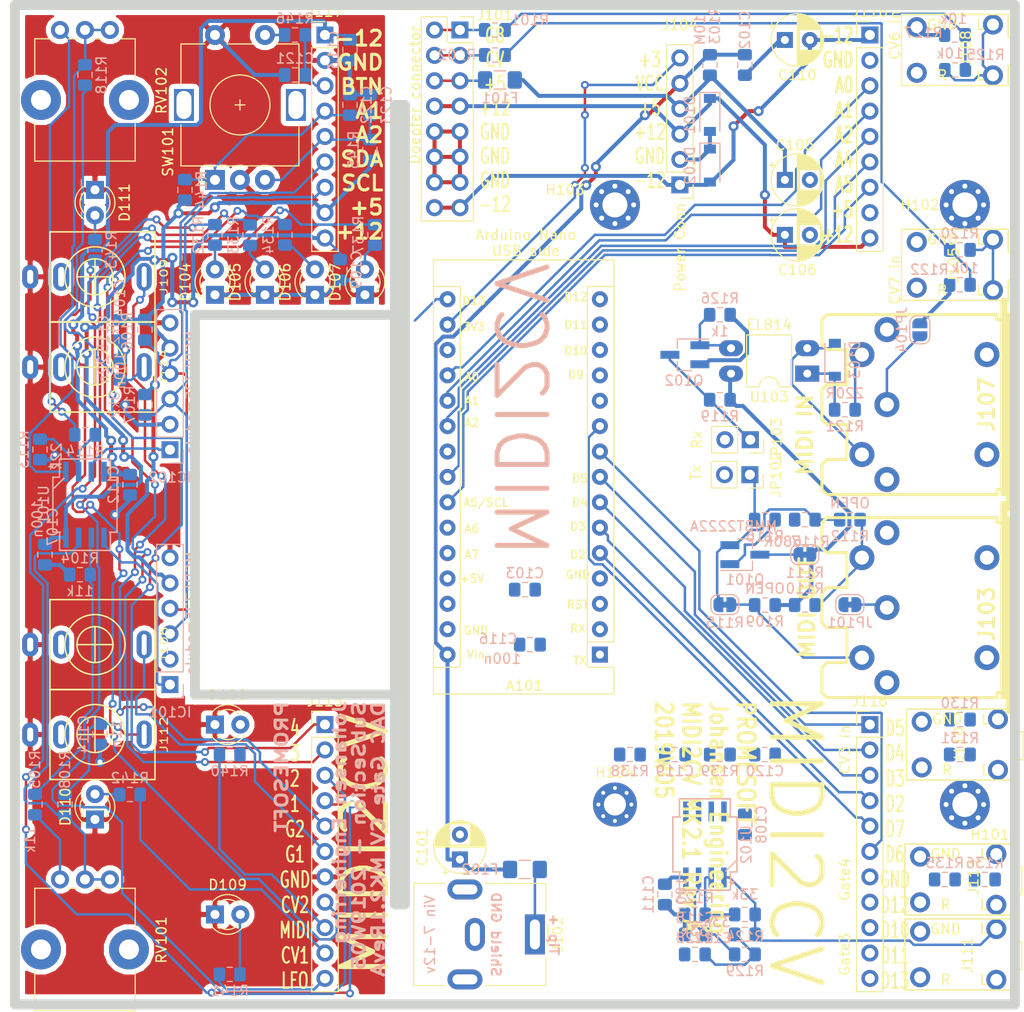
<source format=kicad_pcb>
(kicad_pcb (version 20171130) (host pcbnew "(5.0.0)")
  (title_block (title Midi2CV) (date 2019-01-21) (rev "Rev B") (company "Johansen Engineering"))
  (layers (0 F.Cu signal) (31 B.Cu signal) (34 B.Paste user hide) (35 F.Paste user hide) (36 B.SilkS user hide) (37 F.SilkS user hide) (38 B.Mask user) (39 F.Mask user) (44 Edge.Cuts user))
  (net 0 "")
  (net 1 /TX)
  (net 2 Btn)
  (net 3 GND)
  (net 4 A1)
  (net 5 LED1)
  (net 6 A2)
  (net 7 LED2)
  (net 8 A3)
  (net 9 LED3)
  (net 10 LED4)
  (net 11 Gate1)
  (net 12 Gate2)
  (net 13 Gate3)
  (net 14 +5V)
  (net 15 Gate4)
  (net 16 VCC)
  (net 17 CV1Gain)
  (net 18 CV2Gain)
  (net 19 /MIDI-IN)
  (net 20 CV1)
  (net 21 CV2)
  (net 22 A6)
  (net 23 A7)
  (net 24 /Gate)
  (net 25 /CV)
  (net 26 "Net-(A101-Pad1)")
  (net 27 "Net-(A101-Pad17)")
  (net 28 "Net-(A101-Pad2)")
  (net 29 SDA)
  (net 30 SCL)
  (net 31 LED-MIDI)
  (net 32 LED-CV1)
  (net 33 LED-CV2)
  (net 34 LED_LFO)
  (net 35 +12V)
  (net 36 -12V)
  (net 37 "Net-(D103-Pad1)")
  (net 38 "Net-(D103-Pad2)")
  (net 39 "Net-(D104-Pad2)")
  (net 40 "Net-(D105-Pad2)")
  (net 41 "Net-(D106-Pad2)")
  (net 42 "Net-(D107-Pad2)")
  (net 43 "Net-(D108-Pad2)")
  (net 44 "Net-(D109-Pad2)")
  (net 45 "Net-(D110-Pad2)")
  (net 46 "Net-(D111-Pad2)")
  (net 47 /MIDI-OUT-5)
  (net 48 "Net-(J103-Pad2)")
  (net 49 /MIDI-OUT-4)
  (net 50 "Net-(J105-PadT)")
  (net 51 "Net-(J107-Pad4)")
  (net 52 "Net-(J107-Pad2)")
  (net 53 "Net-(J108-PadT)")
  (net 54 "Net-(J110-PadT)")
  (net 55 Gate3Gain)
  (net 56 Gate4Gain)
  (net 57 /Q2Coll)
  (net 58 /Q1Base)
  (net 59 /Q1Emitter)
  (net 60 /Q1Coll)
  (net 61 "Net-(R104-Pad1)")
  (net 62 "Net-(R105-Pad1)")
  (net 63 "Net-(R114-Pad1)")
  (net 64 "Net-(F102-Pad2)")
  (net 65 "Net-(F101-Pad1)")
  (net 66 "Net-(R113-Pad1)")
  (net 67 "Net-(C117-Pad2)")
  (net 68 "Net-(C118-Pad1)")
  (net 69 "Net-(C119-Pad2)")
  (net 70 "Net-(C120-Pad1)")
  (net 71 "Net-(R108-Pad2)")
  (net 72 "Net-(R118-Pad2)")
  (net 73 "Net-(R123-Pad1)")
  (net 74 "Net-(R135-Pad1)")
  (net 75 "Net-(R146-Pad2)")
  (module Package_TO_SOT_SMD:SOT-23_Handsoldering (layer B.Cu) (at 173 105)
    (fp_text reference Q101 (at 0 2.5) (layer B.SilkS) (effects (justify mirror)))
    (fp_text value MMBT2222A (at -1.13 -2.84) (layer B.SilkS) (effects (justify mirror)))
    (pad 1 smd rect (at -1.5 0.95) (size 1.9 0.8) (layers B.Cu B.Paste B.Mask) (net 58 /Q1Base))
    (pad 2 smd rect (at -1.5 -0.95) (size 1.9 0.8) (layers B.Cu B.Paste B.Mask) (net 59 /Q1Emitter))
    (pad 3 smd rect (at 1.5 0) (size 1.9 0.8) (layers B.Cu B.Paste B.Mask) (net 60 /Q1Coll))
  )
  (module AJ-Dropbox-Kicad:PJ301SM (layer F.Cu) (at 108 86.235 270)
    (fp_text reference J114 (at 0 -6.9 270) (layer F.SilkS) (effects (font (size 0.75 1) (thickness 0.125))))
    (fp_text value CV2)
    (pad TN thru_hole oval (at 0 3.38 270) (size 2.8 1.6) (drill oval 2 0.6) (layers *.Cu *.Mask))
    (pad S thru_hole oval (at 0 6.48 270) (size 2.4 1.6) (drill oval 1.4 0.6) (layers *.Cu *.Mask) (net 3 GND))
    (pad T thru_hole oval (at 0 -4.92 270) (size 2.8 1.5) (drill oval 2.1 0.5) (layers *.Cu *.Mask) (net 18 CV2Gain))
  )
  (module AJ-Dropbox-Kicad:PJ301SM (layer F.Cu) (at 108 77.2 270)
    (fp_text reference J109 (at 0 -6.9 270) (layer F.SilkS) (effects (font (size 0.75 1) (thickness 0.125))))
    (fp_text value Gate2)
    (pad T thru_hole oval (at 0 -4.92 270) (size 2.8 1.5) (drill oval 2.1 0.5) (layers *.Cu *.Mask) (net 12 Gate2))
    (pad S thru_hole oval (at 0 6.48 270) (size 2.4 1.6) (drill oval 1.4 0.6) (layers *.Cu *.Mask) (net 3 GND))
    (pad TN thru_hole oval (at 0 3.38 270) (size 2.8 1.6) (drill oval 2 0.6) (layers *.Cu *.Mask))
  )
  (module AJ-Dropbox-Kicad:AJ_SO-8_5.3x6.2mm_P1.27mm (layer B.Cu) (at 169 134 90)
    (fp_text reference U102 (at 0 4.13 90) (layer B.SilkS) (effects (justify mirror)))
    (fp_text value TL072)
    (fp_text user * (at -3.81 3.048 90) (layer B.SilkS) (effects (justify mirror)))
    (pad 8 smd rect (at 3.3 1.905 90) (size 2 0.55) (layers B.Cu B.Paste B.Mask) (net 35 +12V))
    (pad 7 smd rect (at 3.3 0.635 90) (size 2 0.55) (layers B.Cu B.Paste B.Mask) (net 56 Gate4Gain))
    (pad 6 smd rect (at 3.3 -0.635 90) (size 2 0.55) (layers B.Cu B.Paste B.Mask) (net 74 "Net-(R135-Pad1)"))
    (pad 5 smd rect (at 3.3 -1.905 90) (size 2 0.55) (layers B.Cu B.Paste B.Mask) (net 70 "Net-(C120-Pad1)"))
    (pad 4 smd rect (at -3.3 -1.905 90) (size 2 0.55) (layers B.Cu B.Paste B.Mask) (net 36 -12V))
    (pad 3 smd rect (at -3.3 -0.635 90) (size 2 0.55) (layers B.Cu B.Paste B.Mask) (net 68 "Net-(C118-Pad1)"))
    (pad 2 smd rect (at -3.3 0.635 90) (size 2 0.55) (layers B.Cu B.Paste B.Mask) (net 73 "Net-(R123-Pad1)"))
    (pad 1 smd rect (at -3.3 1.905 90) (size 2 0.55) (layers B.Cu B.Paste B.Mask) (net 55 Gate3Gain))
  )
  (module AJ-Dropbox-Kicad:AJ_SO-8_5.3x6.2mm_P1.27mm (layer B.Cu) (at 107 100 270)
    (fp_text reference U101 (at 0 4.13 270) (layer B.SilkS) (effects (justify mirror)))
    (fp_text value TL072)
    (fp_text user * (at -3.81 3.048 270) (layer B.SilkS) (effects (justify mirror)))
    (pad 8 smd rect (at 3.3 1.905 270) (size 2 0.55) (layers B.Cu B.Paste B.Mask) (net 35 +12V))
    (pad 7 smd rect (at 3.3 0.635 270) (size 2 0.55) (layers B.Cu B.Paste B.Mask) (net 71 "Net-(R108-Pad2)"))
    (pad 6 smd rect (at 3.3 -0.635 270) (size 2 0.55) (layers B.Cu B.Paste B.Mask) (net 61 "Net-(R104-Pad1)"))
    (pad 5 smd rect (at 3.3 -1.905 270) (size 2 0.55) (layers B.Cu B.Paste B.Mask) (net 20 CV1))
    (pad 4 smd rect (at -3.3 -1.905 270) (size 2 0.55) (layers B.Cu B.Paste B.Mask) (net 36 -12V))
    (pad 3 smd rect (at -3.3 -0.635 270) (size 2 0.55) (layers B.Cu B.Paste B.Mask) (net 21 CV2))
    (pad 2 smd rect (at -3.3 0.635 270) (size 2 0.55) (layers B.Cu B.Paste B.Mask) (net 66 "Net-(R113-Pad1)"))
    (pad 1 smd rect (at -3.3 1.905 270) (size 2 0.55) (layers B.Cu B.Paste B.Mask) (net 72 "Net-(R118-Pad2)"))
  )
  (module Connector_Audio:AudioJack3StereoNarrow-PJ-321 (layer F.Cu) (at 194.5 124 180)
    (fp_text reference J110 (at 0.034 0 270) (layer F.SilkS))
    (fp_text value "CV3 in" (at 11.5 -0.5 270) (layer F.SilkS))
    (fp_text user GND (at 1.27 2.54 180) (layer F.SilkS))
    (fp_text user L (at -2.54 2.54 180) (layer F.SilkS))
    (fp_text user L (at -2.54 -2.54 180) (layer F.SilkS))
    (fp_text user R (at 1.27 -2.54 180) (layer F.SilkS))
    (pad S thru_hole circle (at 3.81 2.286 180) (size 2 2) (drill 1.2) (layers *.Cu *.Mask) (net 3 GND))
    (pad R thru_hole circle (at 3.81 -2.286 180) (size 2 2) (drill 1.2) (layers *.Cu *.Mask))
    (pad T thru_hole circle (at -3.81 2.54 180) (size 2 2) (drill 1.2) (layers *.Cu *.Mask) (net 54 "Net-(J110-PadT)"))
    (pad T thru_hole circle (at -3.81 -2.54 180) (size 2 2) (drill 1.2) (layers *.Cu *.Mask) (net 54 "Net-(J110-PadT)"))
  )
  (module Connector_Audio:AudioJack3StereoNarrow-PJ-321 (layer F.Cu) (at 194.334476 145 180)
    (fp_text reference J111 (at -0.915 -0.07 270) (layer F.SilkS))
    (fp_text value Gate3 (at 11.334476 0 270) (layer F.SilkS))
    (fp_text user GND (at 1.27 2.54 180) (layer F.SilkS))
    (fp_text user L (at -2.54 2.54 180) (layer F.SilkS))
    (fp_text user L (at -2.54 -2.54 180) (layer F.SilkS))
    (fp_text user R (at 1.27 -2.54 180) (layer F.SilkS))
    (pad S thru_hole circle (at 3.81 2.286 180) (size 2 2) (drill 1.2) (layers *.Cu *.Mask) (net 3 GND))
    (pad R thru_hole circle (at 3.81 -2.286 180) (size 2 2) (drill 1.2) (layers *.Cu *.Mask))
    (pad T thru_hole circle (at -3.81 2.54 180) (size 2 2) (drill 1.2) (layers *.Cu *.Mask) (net 55 Gate3Gain))
    (pad T thru_hole circle (at -3.81 -2.54 180) (size 2 2) (drill 1.2) (layers *.Cu *.Mask) (net 55 Gate3Gain))
  )
  (module Connector_Audio:AudioJack3StereoNarrow-PJ-321 (layer F.Cu) (at 194.334476 137.5 180)
    (fp_text reference J113 (at -1.515 0.24 270) (layer F.SilkS))
    (fp_text value Gate4 (at 11.334476 0 270) (layer F.SilkS))
    (fp_text user GND (at 1.27 2.54 180) (layer F.SilkS))
    (fp_text user L (at -2.54 2.54 180) (layer F.SilkS))
    (fp_text user L (at -2.54 -2.54 180) (layer F.SilkS))
    (fp_text user R (at 1.27 -2.54 180) (layer F.SilkS))
    (pad S thru_hole circle (at 3.81 2.286 180) (size 2 2) (drill 1.2) (layers *.Cu *.Mask) (net 3 GND))
    (pad R thru_hole circle (at 3.81 -2.286 180) (size 2 2) (drill 1.2) (layers *.Cu *.Mask))
    (pad T thru_hole circle (at -3.81 2.54 180) (size 2 2) (drill 1.2) (layers *.Cu *.Mask) (net 56 Gate4Gain))
    (pad T thru_hole circle (at -3.81 -2.54 180) (size 2 2) (drill 1.2) (layers *.Cu *.Mask) (net 56 Gate4Gain))
  )
  (module Connector_Audio:AudioJack3StereoNarrow-PJ-321 (layer F.Cu) (at 194 54.5 180)
    (fp_text reference J108 (at -1.115 0.15 270) (layer F.SilkS))
    (fp_text value "CV6 in" (at 6 1.5 270) (layer F.SilkS))
    (fp_text user GND (at 1.27 2.54 180) (layer F.SilkS))
    (fp_text user L (at -2.54 2.54 180) (layer F.SilkS))
    (fp_text user L (at -2.54 -2.54 180) (layer F.SilkS))
    (fp_text user R (at 1.27 -2.54 180) (layer F.SilkS))
    (pad S thru_hole circle (at 3.81 2.286 180) (size 2 2) (drill 1.2) (layers *.Cu *.Mask) (net 3 GND))
    (pad R thru_hole circle (at 3.81 -2.286 180) (size 2 2) (drill 1.2) (layers *.Cu *.Mask))
    (pad T thru_hole circle (at -3.81 2.54 180) (size 2 2) (drill 1.2) (layers *.Cu *.Mask) (net 53 "Net-(J108-PadT)"))
    (pad T thru_hole circle (at -3.81 -2.54 180) (size 2 2) (drill 1.2) (layers *.Cu *.Mask) (net 53 "Net-(J108-PadT)"))
  )
  (module Connector_Audio:AudioJack3StereoNarrow-PJ-321 (layer F.Cu) (at 194 76 180)
    (fp_text reference J105 (at 0.128708 -0.057576 270) (layer F.SilkS))
    (fp_text value "CV7 in" (at 6 -1.5 270) (layer F.SilkS))
    (fp_text user GND (at 1.27 2.54 180) (layer F.SilkS))
    (fp_text user L (at -2.54 2.54 180) (layer F.SilkS))
    (fp_text user L (at -2.54 -2.54 180) (layer F.SilkS))
    (fp_text user R (at 1.27 -2.54 180) (layer F.SilkS))
    (pad S thru_hole circle (at 3.81 2.286 180) (size 2 2) (drill 1.2) (layers *.Cu *.Mask) (net 3 GND))
    (pad R thru_hole circle (at 3.81 -2.286 180) (size 2 2) (drill 1.2) (layers *.Cu *.Mask))
    (pad T thru_hole circle (at -3.81 2.54 180) (size 2 2) (drill 1.2) (layers *.Cu *.Mask) (net 50 "Net-(J105-PadT)"))
    (pad T thru_hole circle (at -3.81 -2.54 180) (size 2 2) (drill 1.2) (layers *.Cu *.Mask) (net 50 "Net-(J105-PadT)"))
  )
  (module Module:Arduino_Nano (layer F.Cu) (at 158.5 115 180)
    (fp_text reference A101 (at 7.538 -3.11 180) (layer F.SilkS))
    (fp_text value Arduino_Nano_v3.x)
    (pad 1 thru_hole rect (at 0 0 180) (size 1.6 1.6) (drill 0.8) (layers *.Cu *.Mask) (net 26 "Net-(A101-Pad1)"))
    (pad 17 thru_hole oval (at 15.24 33.02 180) (size 1.6 1.6) (drill 0.8) (layers *.Cu *.Mask) (net 27 "Net-(A101-Pad17)"))
    (pad 2 thru_hole oval (at 0 2.54 180) (size 1.6 1.6) (drill 0.8) (layers *.Cu *.Mask) (net 28 "Net-(A101-Pad2)"))
    (pad 18 thru_hole oval (at 15.24 30.48 180) (size 1.6 1.6) (drill 0.8) (layers *.Cu *.Mask))
    (pad 3 thru_hole oval (at 0 5.08 180) (size 1.6 1.6) (drill 0.8) (layers *.Cu *.Mask))
    (pad 19 thru_hole oval (at 15.24 27.94 180) (size 1.6 1.6) (drill 0.8) (layers *.Cu *.Mask) (net 2 Btn))
    (pad 4 thru_hole oval (at 0 7.62 180) (size 1.6 1.6) (drill 0.8) (layers *.Cu *.Mask) (net 3 GND))
    (pad 20 thru_hole oval (at 15.24 25.4 180) (size 1.6 1.6) (drill 0.8) (layers *.Cu *.Mask) (net 4 A1))
    (pad 5 thru_hole oval (at 0 10.16 180) (size 1.6 1.6) (drill 0.8) (layers *.Cu *.Mask) (net 5 LED1))
    (pad 21 thru_hole oval (at 15.24 22.86 180) (size 1.6 1.6) (drill 0.8) (layers *.Cu *.Mask) (net 6 A2))
    (pad 6 thru_hole oval (at 0 12.7 180) (size 1.6 1.6) (drill 0.8) (layers *.Cu *.Mask) (net 7 LED2))
    (pad 22 thru_hole oval (at 15.24 20.32 180) (size 1.6 1.6) (drill 0.8) (layers *.Cu *.Mask) (net 8 A3))
    (pad 7 thru_hole oval (at 0 15.24 180) (size 1.6 1.6) (drill 0.8) (layers *.Cu *.Mask) (net 9 LED3))
    (pad 23 thru_hole oval (at 15.24 17.78 180) (size 1.6 1.6) (drill 0.8) (layers *.Cu *.Mask) (net 29 SDA))
    (pad 8 thru_hole oval (at 0 17.78 180) (size 1.6 1.6) (drill 0.8) (layers *.Cu *.Mask) (net 10 LED4))
    (pad 24 thru_hole oval (at 15.24 15.24 180) (size 1.6 1.6) (drill 0.8) (layers *.Cu *.Mask) (net 30 SCL))
    (pad 9 thru_hole oval (at 0 20.32 180) (size 1.6 1.6) (drill 0.8) (layers *.Cu *.Mask) (net 11 Gate1))
    (pad 25 thru_hole oval (at 15.24 12.7 180) (size 1.6 1.6) (drill 0.8) (layers *.Cu *.Mask) (net 22 A6))
    (pad 10 thru_hole oval (at 0 22.86 180) (size 1.6 1.6) (drill 0.8) (layers *.Cu *.Mask) (net 12 Gate2))
    (pad 26 thru_hole oval (at 15.24 10.16 180) (size 1.6 1.6) (drill 0.8) (layers *.Cu *.Mask) (net 23 A7))
    (pad 11 thru_hole oval (at 0 25.4 180) (size 1.6 1.6) (drill 0.8) (layers *.Cu *.Mask) (net 13 Gate3))
    (pad 27 thru_hole oval (at 15.24 7.62 180) (size 1.6 1.6) (drill 0.8) (layers *.Cu *.Mask) (net 14 +5V))
    (pad 12 thru_hole oval (at 0 27.94 180) (size 1.6 1.6) (drill 0.8) (layers *.Cu *.Mask) (net 15 Gate4))
    (pad 28 thru_hole oval (at 15.24 5.08 180) (size 1.6 1.6) (drill 0.8) (layers *.Cu *.Mask))
    (pad 13 thru_hole oval (at 0 30.48 180) (size 1.6 1.6) (drill 0.8) (layers *.Cu *.Mask) (net 31 LED-MIDI))
    (pad 29 thru_hole oval (at 15.24 2.54 180) (size 1.6 1.6) (drill 0.8) (layers *.Cu *.Mask) (net 3 GND))
    (pad 14 thru_hole oval (at 0 33.02 180) (size 1.6 1.6) (drill 0.8) (layers *.Cu *.Mask) (net 32 LED-CV1))
    (pad 30 thru_hole oval (at 15.24 0 180) (size 1.6 1.6) (drill 0.8) (layers *.Cu *.Mask) (net 16 VCC))
    (pad 15 thru_hole oval (at 0 35.56 180) (size 1.6 1.6) (drill 0.8) (layers *.Cu *.Mask) (net 33 LED-CV2))
    (pad 16 thru_hole oval (at 15.24 35.56 180) (size 1.6 1.6) (drill 0.8) (layers *.Cu *.Mask) (net 34 LED_LFO))
  )
  (module Capacitor_THT:CP_Radial_D5.0mm_P2.50mm (layer F.Cu) (at 144.5 135.5 90)
    (fp_text reference C101 (at 1.25 -3.75 90) (layer F.SilkS))
    (fp_text value 100uF)
    (pad 1 thru_hole rect (at 0 0 90) (size 1.6 1.6) (drill 0.8) (layers *.Cu *.Mask) (net 16 VCC))
    (pad 2 thru_hole circle (at 2.5 0 90) (size 1.6 1.6) (drill 0.8) (layers *.Cu *.Mask) (net 3 GND))
  )
  (module Capacitor_SMD:C_0805_2012Metric_Pad1.15x1.40mm_HandSolder (layer B.Cu) (at 173 56 270)
    (fp_text reference C102 (at -3.5 0 270) (layer B.SilkS) (effects (justify mirror)))
    (fp_text value 100n)
    (pad 2 smd roundrect (at 1.025 0 270) (size 1.15 1.4) (layers B.Cu B.Paste B.Mask) (roundrect_rratio 0.217391) (net 3 GND))
    (pad 1 smd roundrect (at -1.025 0 270) (size 1.15 1.4) (layers B.Cu B.Paste B.Mask) (roundrect_rratio 0.217391) (net 16 VCC))
  )
  (module Capacitor_SMD:C_0805_2012Metric_Pad1.15x1.40mm_HandSolder (layer B.Cu) (at 110.5 82.5 90)
    (fp_text reference C104 (at 3.175 0 90) (layer B.SilkS) (effects (justify mirror)))
    (fp_text value 100n (at -4.088 0.03 90) (layer B.SilkS) (effects (justify mirror)))
    (pad 1 smd roundrect (at -1.025 0 90) (size 1.15 1.4) (layers B.Cu B.Paste B.Mask) (roundrect_rratio 0.217391) (net 3 GND))
    (pad 2 smd roundrect (at 1.025 0 90) (size 1.15 1.4) (layers B.Cu B.Paste B.Mask) (roundrect_rratio 0.217391) (net 14 +5V))
  )
  (module Capacitor_SMD:C_0805_2012Metric_Pad1.15x1.40mm_HandSolder (layer B.Cu) (at 103 105 90)
    (fp_text reference C107 (at 2.794 0.762 90) (layer B.SilkS) (effects (justify mirror)))
    (fp_text value 100n (at 3.556 -0.762 90) (layer B.SilkS) (effects (justify mirror)))
    (pad 2 smd roundrect (at 1.025 0 90) (size 1.15 1.4) (layers B.Cu B.Paste B.Mask) (roundrect_rratio 0.217391) (net 35 +12V))
    (pad 1 smd roundrect (at -1.025 0 90) (size 1.15 1.4) (layers B.Cu B.Paste B.Mask) (roundrect_rratio 0.217391) (net 3 GND))
  )
  (module Capacitor_SMD:C_0805_2012Metric_Pad1.15x1.40mm_HandSolder (layer B.Cu) (at 165 139 270)
    (fp_text reference C111 (at 0 1.65 270) (layer B.SilkS) (effects (justify mirror)))
    (fp_text value 100n (at 0.127 -1.65 270) (layer B.SilkS) (effects (font (thickness 0.1)) (justify mirror)))
    (pad 2 smd roundrect (at 1.025 0 270) (size 1.15 1.4) (layers B.Cu B.Paste B.Mask) (roundrect_rratio 0.217391) (net 3 GND))
    (pad 1 smd roundrect (at -1.025 0 270) (size 1.15 1.4) (layers B.Cu B.Paste B.Mask) (roundrect_rratio 0.217391) (net 36 -12V))
  )
  (module Connector_PinSocket_2.54mm:PinSocket_1x06_P2.54mm_Vertical (layer B.Cu) (at 115.5 118)
    (fp_text reference IC101 (at 0 2.77) (layer B.SilkS) (effects (justify mirror)))
    (fp_text value MCP4725module (at 2.13 -7.135 -90) (layer B.SilkS) (effects (justify mirror)))
    (pad 6 thru_hole oval (at 0 -12.7) (size 1.7 1.7) (drill 1) (layers *.Cu *.Mask) (net 3 GND))
    (pad 5 thru_hole oval (at 0 -10.16) (size 1.7 1.7) (drill 1) (layers *.Cu *.Mask) (net 14 +5V))
    (pad 4 thru_hole oval (at 0 -7.62) (size 1.7 1.7) (drill 1) (layers *.Cu *.Mask) (net 29 SDA))
    (pad 3 thru_hole oval (at 0 -5.08) (size 1.7 1.7) (drill 1) (layers *.Cu *.Mask) (net 30 SCL))
    (pad 2 thru_hole oval (at 0 -2.54) (size 1.7 1.7) (drill 1) (layers *.Cu *.Mask) (net 3 GND))
    (pad 1 thru_hole rect (at 0 0) (size 1.7 1.7) (drill 1) (layers *.Cu *.Mask) (net 20 CV1))
  )
  (module Connector_PinSocket_2.54mm:PinSocket_1x06_P2.54mm_Vertical (layer B.Cu) (at 115.5 94.5)
    (fp_text reference IC102 (at 0 2.77) (layer B.SilkS) (effects (justify mirror)))
    (fp_text value MCP4725module (at 2.13 -5.72 -90) (layer B.SilkS) (effects (justify mirror)))
    (pad 1 thru_hole rect (at 0 0) (size 1.7 1.7) (drill 1) (layers *.Cu *.Mask) (net 21 CV2))
    (pad 2 thru_hole oval (at 0 -2.54) (size 1.7 1.7) (drill 1) (layers *.Cu *.Mask) (net 3 GND))
    (pad 3 thru_hole oval (at 0 -5.08) (size 1.7 1.7) (drill 1) (layers *.Cu *.Mask) (net 30 SCL))
    (pad 4 thru_hole oval (at 0 -7.62) (size 1.7 1.7) (drill 1) (layers *.Cu *.Mask) (net 29 SDA))
    (pad 5 thru_hole oval (at 0 -10.16) (size 1.7 1.7) (drill 1) (layers *.Cu *.Mask) (net 14 +5V))
    (pad 6 thru_hole oval (at 0 -12.7) (size 1.7 1.7) (drill 1) (layers *.Cu *.Mask) (net 3 GND))
  )
  (module Package_TO_SOT_SMD:SOT-23_Handsoldering (layer B.Cu) (at 167 85 180)
    (fp_text reference Q102 (at 0.09 -2.58 180) (layer B.SilkS) (effects (justify mirror)))
    (fp_text value MMBT2222A)
    (pad 3 smd rect (at 1.5 0 180) (size 1.9 0.8) (layers B.Cu B.Paste B.Mask) (net 57 /Q2Coll))
    (pad 2 smd rect (at -1.5 -0.95 180) (size 1.9 0.8) (layers B.Cu B.Paste B.Mask) (net 3 GND))
    (pad 1 smd rect (at -1.5 0.95 180) (size 1.9 0.8) (layers B.Cu B.Paste B.Mask) (net 19 /MIDI-IN))
  )
  (module Resistor_SMD:R_0805_2012Metric_Pad1.15x1.40mm_HandSolder (layer B.Cu) (at 102.5 94.475 270)
    (fp_text reference R113 (at 0 1.65 270) (layer B.SilkS) (effects (justify mirror)))
    (fp_text value 22k (at 0.675 -1.65 270) (layer B.SilkS) (effects (justify mirror)))
    (pad 1 smd roundrect (at -1.025 0 270) (size 1.15 1.4) (layers B.Cu B.Paste B.Mask) (roundrect_rratio 0.217391) (net 66 "Net-(R113-Pad1)"))
    (pad 2 smd roundrect (at 1.025 0 270) (size 1.15 1.4) (layers B.Cu B.Paste B.Mask) (roundrect_rratio 0.217391) (net 3 GND))
  )
  (module Resistor_SMD:R_0805_2012Metric_Pad1.15x1.40mm_HandSolder (layer B.Cu) (at 102 130 90)
    (fp_text reference R105 (at 3.5 0 90) (layer B.SilkS) (effects (justify mirror)))
    (fp_text value 11k (at -3.5 -0.5 90) (layer B.SilkS) (effects (justify mirror)))
    (pad 2 smd roundrect (at 1.025 0 90) (size 1.15 1.4) (layers B.Cu B.Paste B.Mask) (roundrect_rratio 0.217391) (net 61 "Net-(R104-Pad1)"))
    (pad 1 smd roundrect (at -1.025 0 90) (size 1.15 1.4) (layers B.Cu B.Paste B.Mask) (roundrect_rratio 0.217391) (net 62 "Net-(R105-Pad1)"))
  )
  (module Resistor_SMD:R_0805_2012Metric_Pad1.15x1.40mm_HandSolder (layer B.Cu) (at 169.5 56 90)
    (fp_text reference R103 (at 4 0.5 90) (layer B.SilkS) (effects (justify mirror)))
    (fp_text value 10M (at 3.5 -1 90) (layer B.SilkS) (effects (justify mirror)))
    (pad 2 smd roundrect (at 1.025 0 90) (size 1.15 1.4) (layers B.Cu B.Paste B.Mask) (roundrect_rratio 0.217391) (net 16 VCC))
    (pad 1 smd roundrect (at -1.025 0 90) (size 1.15 1.4) (layers B.Cu B.Paste B.Mask) (roundrect_rratio 0.217391) (net 14 +5V))
  )
  (module Resistor_SMD:R_0805_2012Metric_Pad1.15x1.40mm_HandSolder (layer B.Cu) (at 183.5 101.5)
    (fp_text reference R112 (at 0 1.65) (layer B.SilkS) (effects (justify mirror)))
    (fp_text value OPEN (at 0 -1.65) (layer B.SilkS) (effects (justify mirror)))
    (pad 2 smd roundrect (at 1.025 0) (size 1.15 1.4) (layers B.Cu B.Paste B.Mask) (roundrect_rratio 0.217391) (net 49 /MIDI-OUT-4))
    (pad 1 smd roundrect (at -1.025 0) (size 1.15 1.4) (layers B.Cu B.Paste B.Mask) (roundrect_rratio 0.217391) (net 59 /Q1Emitter))
  )
  (module Resistor_SMD:R_0805_2012Metric_Pad1.15x1.40mm_HandSolder (layer B.Cu) (at 106.5 107 180)
    (fp_text reference R104 (at 0 1.65 180) (layer B.SilkS) (effects (justify mirror)))
    (fp_text value 11k (at 0 -1.65 180) (layer B.SilkS) (effects (justify mirror)))
    (pad 1 smd roundrect (at -1.025 0 180) (size 1.15 1.4) (layers B.Cu B.Paste B.Mask) (roundrect_rratio 0.217391) (net 61 "Net-(R104-Pad1)"))
    (pad 2 smd roundrect (at 1.025 0 180) (size 1.15 1.4) (layers B.Cu B.Paste B.Mask) (roundrect_rratio 0.217391) (net 3 GND))
  )
  (module Resistor_SMD:R_0805_2012Metric_Pad1.15x1.40mm_HandSolder (layer B.Cu) (at 175 110.04239)
    (fp_text reference R109 (at 0 1.65) (layer B.SilkS) (effects (justify mirror)))
    (fp_text value OPEN (at 0 -1.65) (layer B.SilkS) (effects (justify mirror)))
    (pad 2 smd roundrect (at 1.025 0) (size 1.15 1.4) (layers B.Cu B.Paste B.Mask) (roundrect_rratio 0.217391) (net 14 +5V))
    (pad 1 smd roundrect (at -1.025 0) (size 1.15 1.4) (layers B.Cu B.Paste B.Mask) (roundrect_rratio 0.217391) (net 47 /MIDI-OUT-5))
  )
  (module Resistor_SMD:R_0805_2012Metric_Pad1.15x1.40mm_HandSolder (layer B.Cu) (at 168 141 180)
    (fp_text reference R123 (at 0 1.65 180) (layer B.SilkS) (effects (justify mirror)))
    (fp_text value 33k (at 0 -1.65 180) (layer B.SilkS) (effects (justify mirror)))
    (pad 2 smd roundrect (at 1.025 0 180) (size 1.15 1.4) (layers B.Cu B.Paste B.Mask) (roundrect_rratio 0.217391) (net 3 GND))
    (pad 1 smd roundrect (at -1.025 0 180) (size 1.15 1.4) (layers B.Cu B.Paste B.Mask) (roundrect_rratio 0.217391) (net 73 "Net-(R123-Pad1)"))
  )
  (module Resistor_SMD:R_0805_2012Metric_Pad1.15x1.40mm_HandSolder (layer B.Cu) (at 194.025 56.5)
    (fp_text reference R125 (at 3.048 -1.524) (layer B.SilkS) (effects (justify mirror)))
    (fp_text value 10k (at -0.512 -1.65) (layer B.SilkS) (effects (justify mirror)))
    (pad 1 smd roundrect (at -1.025 0) (size 1.15 1.4) (layers B.Cu B.Paste B.Mask) (roundrect_rratio 0.217391) (net 53 "Net-(J108-PadT)"))
    (pad 2 smd roundrect (at 1.025 0) (size 1.15 1.4) (layers B.Cu B.Paste B.Mask) (roundrect_rratio 0.217391) (net 22 A6))
  )
  (module Resistor_SMD:R_0805_2012Metric_Pad1.15x1.40mm_HandSolder (layer B.Cu) (at 113 82.5 90)
    (fp_text reference R106 (at -0.127 -1.778 90) (layer B.SilkS) (effects (justify mirror)))
    (fp_text value 8k2 (at -0.205 -3.06 90) (layer B.SilkS) (effects (font (thickness 0.1)) (justify mirror)))
    (pad 2 smd roundrect (at 1.025 0 90) (size 1.15 1.4) (layers B.Cu B.Paste B.Mask) (roundrect_rratio 0.217391) (net 14 +5V))
    (pad 1 smd roundrect (at -1.025 0 90) (size 1.15 1.4) (layers B.Cu B.Paste B.Mask) (roundrect_rratio 0.217391) (net 29 SDA))
  )
  (module Resistor_SMD:R_0805_2012Metric_Pad1.15x1.40mm_HandSolder (layer B.Cu) (at 113 90 90)
    (fp_text reference R107 (at 0 -1.524 90) (layer B.SilkS) (effects (justify mirror)))
    (fp_text value 8k2 (at 0 -3.048 90) (layer B.SilkS) (effects (font (thickness 0.1)) (justify mirror)))
    (pad 1 smd roundrect (at -1.025 0 90) (size 1.15 1.4) (layers B.Cu B.Paste B.Mask) (roundrect_rratio 0.217391) (net 30 SCL))
    (pad 2 smd roundrect (at 1.025 0 90) (size 1.15 1.4) (layers B.Cu B.Paste B.Mask) (roundrect_rratio 0.217391) (net 14 +5V))
  )
  (module Resistor_SMD:R_0805_2012Metric_Pad1.15x1.40mm_HandSolder (layer B.Cu) (at 179 101.5 180)
    (fp_text reference R117 (at -0.575 -2.2 180) (layer B.SilkS) (effects (justify mirror)))
    (fp_text value 680R (at 2.225 -2.2 180) (layer B.SilkS) (effects (justify mirror)))
    (pad 1 smd roundrect (at -1.025 0 180) (size 1.15 1.4) (layers B.Cu B.Paste B.Mask) (roundrect_rratio 0.217391) (net 59 /Q1Emitter))
    (pad 2 smd roundrect (at 1.025 0 180) (size 1.15 1.4) (layers B.Cu B.Paste B.Mask) (roundrect_rratio 0.217391) (net 3 GND))
  )
  (module Resistor_SMD:R_0805_2012Metric_Pad1.15x1.40mm_HandSolder (layer B.Cu) (at 183 90.5)
    (fp_text reference R121 (at 0 1.65) (layer B.SilkS) (effects (justify mirror)))
    (fp_text value 220R (at 0 -1.65) (layer B.SilkS) (effects (justify mirror)))
    (pad 1 smd roundrect (at -1.025 0) (size 1.15 1.4) (layers B.Cu B.Paste B.Mask) (roundrect_rratio 0.217391) (net 37 "Net-(D103-Pad1)"))
    (pad 2 smd roundrect (at 1.025 0) (size 1.15 1.4) (layers B.Cu B.Paste B.Mask) (roundrect_rratio 0.217391) (net 51 "Net-(J107-Pad4)"))
  )
  (module Resistor_SMD:R_0805_2012Metric_Pad1.15x1.40mm_HandSolder (layer B.Cu) (at 173 141 180)
    (fp_text reference R124 (at 0 -2.2 180) (layer B.SilkS) (effects (justify mirror)))
    (fp_text value 33k (at 0 2 180) (layer B.SilkS) (effects (justify mirror)))
    (pad 2 smd roundrect (at 1.025 0 180) (size 1.15 1.4) (layers B.Cu B.Paste B.Mask) (roundrect_rratio 0.217391) (net 73 "Net-(R123-Pad1)"))
    (pad 1 smd roundrect (at -1.025 0 180) (size 1.15 1.4) (layers B.Cu B.Paste B.Mask) (roundrect_rratio 0.217391) (net 55 Gate3Gain))
  )
  (module Resistor_SMD:R_0805_2012Metric_Pad1.15x1.40mm_HandSolder (layer B.Cu) (at 194.5 121.5 180)
    (fp_text reference R130 (at 0 1.65 180) (layer B.SilkS) (effects (justify mirror)))
    (fp_text value 10k)
    (pad 1 smd roundrect (at -1.025 0 180) (size 1.15 1.4) (layers B.Cu B.Paste B.Mask) (roundrect_rratio 0.217391) (net 54 "Net-(J110-PadT)"))
    (pad 2 smd roundrect (at 1.025 0 180) (size 1.15 1.4) (layers B.Cu B.Paste B.Mask) (roundrect_rratio 0.217391) (net 8 A3))
  )
  (module Resistor_SMD:R_0805_2012Metric_Pad1.15x1.40mm_HandSolder (layer B.Cu) (at 194.5 125 180)
    (fp_text reference R131 (at 0 1.65 180) (layer B.SilkS) (effects (justify mirror)))
    (fp_text value 10k)
    (pad 2 smd roundrect (at 1.025 0 180) (size 1.15 1.4) (layers B.Cu B.Paste B.Mask) (roundrect_rratio 0.217391) (net 3 GND))
    (pad 1 smd roundrect (at -1.025 0 180) (size 1.15 1.4) (layers B.Cu B.Paste B.Mask) (roundrect_rratio 0.217391) (net 8 A3))
  )
  (module Resistor_SMD:R_0805_2012Metric_Pad1.15x1.40mm_HandSolder (layer B.Cu) (at 120 73 270)
    (fp_text reference R132 (at 0 1.65 270) (layer B.SilkS) (effects (justify mirror)))
    (fp_text value 680R)
    (pad 2 smd roundrect (at 1.025 0 270) (size 1.15 1.4) (layers B.Cu B.Paste B.Mask) (roundrect_rratio 0.217391) (net 39 "Net-(D104-Pad2)"))
    (pad 1 smd roundrect (at -1.025 0 270) (size 1.15 1.4) (layers B.Cu B.Paste B.Mask) (roundrect_rratio 0.217391) (net 5 LED1))
  )
  (module Resistor_SMD:R_0805_2012Metric_Pad1.15x1.40mm_HandSolder (layer B.Cu) (at 123.5 73.025 270)
    (fp_text reference R133 (at 0 1.65 270) (layer B.SilkS) (effects (justify mirror)))
    (fp_text value 680R)
    (pad 1 smd roundrect (at -1.025 0 270) (size 1.15 1.4) (layers B.Cu B.Paste B.Mask) (roundrect_rratio 0.217391) (net 7 LED2))
    (pad 2 smd roundrect (at 1.025 0 270) (size 1.15 1.4) (layers B.Cu B.Paste B.Mask) (roundrect_rratio 0.217391) (net 40 "Net-(D105-Pad2)"))
  )
  (module Resistor_SMD:R_0805_2012Metric_Pad1.15x1.40mm_HandSolder (layer B.Cu) (at 127 73 270)
    (fp_text reference R134 (at 0 1.65 270) (layer B.SilkS) (effects (justify mirror)))
    (fp_text value 680R)
    (pad 1 smd roundrect (at -1.025 0 270) (size 1.15 1.4) (layers B.Cu B.Paste B.Mask) (roundrect_rratio 0.217391) (net 9 LED3))
    (pad 2 smd roundrect (at 1.025 0 270) (size 1.15 1.4) (layers B.Cu B.Paste B.Mask) (roundrect_rratio 0.217391) (net 41 "Net-(D106-Pad2)"))
  )
  (module Resistor_SMD:R_0805_2012Metric_Pad1.15x1.40mm_HandSolder (layer B.Cu) (at 197 137.5 180)
    (fp_text reference R136 (at 0 1.65 180) (layer B.SilkS) (effects (justify mirror)))
    (fp_text value 44k)
    (pad 1 smd roundrect (at -1.025 0 180) (size 1.15 1.4) (layers B.Cu B.Paste B.Mask) (roundrect_rratio 0.217391) (net 56 Gate4Gain))
    (pad 2 smd roundrect (at 1.025 0 180) (size 1.15 1.4) (layers B.Cu B.Paste B.Mask) (roundrect_rratio 0.217391) (net 74 "Net-(R135-Pad1)"))
  )
  (module Resistor_SMD:R_0805_2012Metric_Pad1.15x1.40mm_HandSolder (layer B.Cu) (at 161.5 125)
    (fp_text reference R138 (at 0 1.65) (layer B.SilkS) (effects (justify mirror)))
    (fp_text value 44k)
    (pad 2 smd roundrect (at 1.025 0) (size 1.15 1.4) (layers B.Cu B.Paste B.Mask) (roundrect_rratio 0.217391) (net 15 Gate4))
    (pad 1 smd roundrect (at -1.025 0) (size 1.15 1.4) (layers B.Cu B.Paste B.Mask) (roundrect_rratio 0.217391) (net 69 "Net-(C119-Pad2)"))
  )
  (module Package_DIP:DIP-4_W7.62mm_LongPads (layer F.Cu) (at 179.235 86.885 180)
    (fp_text reference U103 (at 3.81 -2.33 180) (layer F.SilkS))
    (fp_text value EL814 (at 3.81 4.87 180) (layer F.SilkS))
    (pad 1 thru_hole rect (at 0 0 180) (size 2.4 1.6) (drill 0.8) (layers *.Cu *.Mask) (net 37 "Net-(D103-Pad1)"))
    (pad 3 thru_hole oval (at 7.62 2.54 180) (size 2.4 1.6) (drill 0.8) (layers *.Cu *.Mask) (net 19 /MIDI-IN))
    (pad 2 thru_hole oval (at 0 2.54 180) (size 2.4 1.6) (drill 0.8) (layers *.Cu *.Mask) (net 38 "Net-(D103-Pad2)"))
    (pad 4 thru_hole oval (at 7.62 0 180) (size 2.4 1.6) (drill 0.8) (layers *.Cu *.Mask) (net 14 +5V))
  )
  (module Capacitor_SMD:C_0805_2012Metric_Pad1.15x1.40mm_HandSolder (layer B.Cu) (at 108.5 122.975 270)
    (fp_text reference C114 (at 0 1.65 270) (layer B.SilkS) (effects (justify mirror)))
    (fp_text value 11n (at 0 -1.65 270) (layer B.SilkS) (effects (justify mirror)))
    (pad 2 smd roundrect (at 1.025 0 270) (size 1.15 1.4) (layers B.Cu B.Paste B.Mask) (roundrect_rratio 0.217391) (net 3 GND))
    (pad 1 smd roundrect (at -1.025 0 270) (size 1.15 1.4) (layers B.Cu B.Paste B.Mask) (roundrect_rratio 0.217391) (net 17 CV1Gain))
  )
  (module Capacitor_SMD:C_0805_2012Metric_Pad1.15x1.40mm_HandSolder (layer B.Cu) (at 110.5 86.5 90)
    (fp_text reference C115 (at 3.581317 -1.670764 90) (layer B.SilkS) (effects (justify mirror)))
    (fp_text value 22n (at 0 -1.65 90) (layer B.SilkS) (effects (justify mirror)))
    (pad 1 smd roundrect (at -1.025 0 90) (size 1.15 1.4) (layers B.Cu B.Paste B.Mask) (roundrect_rratio 0.217391) (net 18 CV2Gain))
    (pad 2 smd roundrect (at 1.025 0 90) (size 1.15 1.4) (layers B.Cu B.Paste B.Mask) (roundrect_rratio 0.217391) (net 3 GND))
  )
  (module Capacitor_SMD:C_0805_2012Metric_Pad1.15x1.40mm_HandSolder (layer B.Cu) (at 151.5 114 180)
    (fp_text reference C116 (at 3.181317 0.589236 180) (layer B.SilkS) (effects (justify mirror)))
    (fp_text value 100n (at 2.781317 -1.410764 180) (layer B.SilkS) (effects (justify mirror)))
    (pad 2 smd roundrect (at 1.025 0 180) (size 1.15 1.4) (layers B.Cu B.Paste B.Mask) (roundrect_rratio 0.217391) (net 14 +5V))
    (pad 1 smd roundrect (at -1.025 0 180) (size 1.15 1.4) (layers B.Cu B.Paste B.Mask) (roundrect_rratio 0.217391) (net 3 GND))
  )
  (module Capacitor_SMD:C_0805_2012Metric_Pad1.15x1.40mm_HandSolder (layer B.Cu) (at 173 143 180)
    (fp_text reference C117 (at 3.181317 -0.350764 180) (layer B.SilkS) (effects (justify mirror)))
    (fp_text value 33n (at 2.781317 1.249236 180) (layer B.SilkS) (effects (justify mirror)))
    (pad 1 smd roundrect (at -1.025 0 180) (size 1.15 1.4) (layers B.Cu B.Paste B.Mask) (roundrect_rratio 0.217391) (net 55 Gate3Gain))
    (pad 2 smd roundrect (at 1.025 0 180) (size 1.15 1.4) (layers B.Cu B.Paste B.Mask) (roundrect_rratio 0.217391) (net 67 "Net-(C117-Pad2)"))
  )
  (module Capacitor_THT:CP_Radial_D5.0mm_P2.50mm (layer F.Cu) (at 177 73)
    (fp_text reference C106 (at 1.25 3.5) (layer F.SilkS))
    (fp_text value "100uF 16v")
    (pad 1 thru_hole rect (at 0 0) (size 1.6 1.6) (drill 0.8) (layers *.Cu *.Mask) (net 35 +12V))
    (pad 2 thru_hole circle (at 2.5 0) (size 1.6 1.6) (drill 0.8) (layers *.Cu *.Mask) (net 3 GND))
  )
  (module Capacitor_THT:CP_Radial_D5.0mm_P2.50mm (layer F.Cu) (at 177 53.5)
    (fp_text reference C110 (at 1.25 3.5) (layer F.SilkS))
    (fp_text value "100uF 16v")
    (pad 2 thru_hole circle (at 2.5 0) (size 1.6 1.6) (drill 0.8) (layers *.Cu *.Mask) (net 36 -12V))
    (pad 1 thru_hole rect (at 0 0) (size 1.6 1.6) (drill 0.8) (layers *.Cu *.Mask) (net 3 GND))
  )
  (module Connector_PinSocket_2.54mm:PinSocket_2x08_P2.54mm_Vertical (layer F.Cu) (at 144.5 52.5)
    (fp_text reference J101 (at 3.5 -1.5) (layer F.SilkS))
    (fp_text value "Doepfer connector" (at -4.5 6.5 90) (layer F.SilkS))
    (pad 1 thru_hole rect (at 0 0) (size 1.7 1.7) (drill 1) (layers *.Cu *.Mask) (net 24 /Gate))
    (pad 2 thru_hole oval (at -2.54 0) (size 1.7 1.7) (drill 1) (layers *.Cu *.Mask) (net 24 /Gate))
    (pad 3 thru_hole oval (at 0 2.54) (size 1.7 1.7) (drill 1) (layers *.Cu *.Mask) (net 25 /CV))
    (pad 4 thru_hole oval (at -2.54 2.54) (size 1.7 1.7) (drill 1) (layers *.Cu *.Mask) (net 25 /CV))
    (pad 5 thru_hole oval (at 0 5.08) (size 1.7 1.7) (drill 1) (layers *.Cu *.Mask) (net 65 "Net-(F101-Pad1)"))
    (pad 6 thru_hole oval (at -2.54 5.08) (size 1.7 1.7) (drill 1) (layers *.Cu *.Mask) (net 65 "Net-(F101-Pad1)"))
    (pad 7 thru_hole oval (at 0 7.62) (size 1.7 1.7) (drill 1) (layers *.Cu *.Mask) (net 35 +12V))
    (pad 8 thru_hole oval (at -2.54 7.62) (size 1.7 1.7) (drill 1) (layers *.Cu *.Mask) (net 35 +12V))
    (pad 9 thru_hole oval (at 0 10.16) (size 1.7 1.7) (drill 1) (layers *.Cu *.Mask) (net 3 GND))
    (pad 10 thru_hole oval (at -2.54 10.16) (size 1.7 1.7) (drill 1) (layers *.Cu *.Mask) (net 3 GND))
    (pad 11 thru_hole oval (at 0 12.7) (size 1.7 1.7) (drill 1) (layers *.Cu *.Mask) (net 3 GND))
    (pad 12 thru_hole oval (at -2.54 12.7) (size 1.7 1.7) (drill 1) (layers *.Cu *.Mask) (net 3 GND))
    (pad 13 thru_hole oval (at 0 15.24) (size 1.7 1.7) (drill 1) (layers *.Cu *.Mask) (net 3 GND))
    (pad 14 thru_hole oval (at -2.54 15.24) (size 1.7 1.7) (drill 1) (layers *.Cu *.Mask) (net 3 GND))
    (pad 15 thru_hole oval (at 0 17.78) (size 1.7 1.7) (drill 1) (layers *.Cu *.Mask) (net 36 -12V))
    (pad 16 thru_hole oval (at -2.54 17.78) (size 1.7 1.7) (drill 1) (layers *.Cu *.Mask) (net 36 -12V))
  )
  (module Connector_BarrelJack:BarrelJack_CUI_PJ-063AH_Horizontal (layer F.Cu) (at 152 143 270)
    (fp_text reference J102 (at 0 -2.3 270) (layer F.SilkS))
    (fp_text value "Vin 7-12v" (at 0 10.5 90) (layer B.SilkS) (effects (justify mirror)))
    (pad 1 thru_hole rect (at 0 0 270) (size 4 2) (drill oval 3 1) (layers *.Cu *.Mask) (net 64 "Net-(F102-Pad2)"))
    (pad 2 thru_hole oval (at 0 6 270) (size 3.3 2) (drill oval 2.3 1) (layers *.Cu *.Mask) (net 3 GND))
    (pad MP thru_hole oval (at -4.5 7 270) (size 2 3.5) (drill oval 1 2.5) (layers *.Cu *.Mask))
    (pad MP thru_hole oval (at 4.5 7 270) (size 2 3.5) (drill oval 1 2.5) (layers *.Cu *.Mask))
    (pad "" np_thru_hole circle (at 0 9 270) (size 1.6 1.6) (drill 1.6) (layers *.Cu *.Mask))
  )
  (module w_conn_av:din-5 (layer F.Cu) (at 190.205 110.3 90)
    (fp_text reference J103 (at -0.635 6.985 90) (layer F.SilkS) (effects (font (size 1.5 1.5) (thickness 0.3))))
    (fp_text value "MIDI OUT" (at 0 -11 90) (layer F.SilkS) (effects (font (size 1.5 1.5) (thickness 0.3))))
    (pad 6 thru_hole circle (at -5 7 90) (size 2.5 2.5) (drill 1.4) (layers *.Cu *.Mask))
    (pad 6 thru_hole circle (at 5 7 90) (size 2.5 2.5) (drill 1.4) (layers *.Cu *.Mask))
    (pad 5 thru_hole circle (at -5 -5.5 90) (size 2.5 2.5) (drill 1.4) (layers *.Cu *.Mask) (net 47 /MIDI-OUT-5))
    (pad 1 thru_hole circle (at 7.5 -3 90) (size 2.5 2.5) (drill 1.4) (layers *.Cu *.Mask))
    (pad 2 thru_hole circle (at 0 -3 90) (size 2.5 2.5) (drill 1.4) (layers *.Cu *.Mask) (net 48 "Net-(J103-Pad2)"))
    (pad 4 thru_hole circle (at 5 -5.5 90) (size 2.5 2.5) (drill 1.4) (layers *.Cu *.Mask) (net 49 /MIDI-OUT-4))
    (pad 3 thru_hole circle (at -7.5 -3 90) (size 2.5 2.5) (drill 1.4) (layers *.Cu *.Mask))
  )
  (module w_conn_av:din-5 (layer F.Cu) (at 190.205 89.98 90)
    (fp_text reference J107 (at 0 6.985 90) (layer F.SilkS) (effects (font (size 1.5 1.5) (thickness 0.3))))
    (fp_text value "MIDI IN" (at -3.02 -11.205 90) (layer F.SilkS) (effects (font (size 1.5 1.5) (thickness 0.3))))
    (pad 3 thru_hole circle (at -7.5 -3 90) (size 2.5 2.5) (drill 1.4) (layers *.Cu *.Mask))
    (pad 4 thru_hole circle (at 5 -5.5 90) (size 2.5 2.5) (drill 1.4) (layers *.Cu *.Mask) (net 51 "Net-(J107-Pad4)"))
    (pad 2 thru_hole circle (at 0 -3 90) (size 2.5 2.5) (drill 1.4) (layers *.Cu *.Mask) (net 52 "Net-(J107-Pad2)"))
    (pad 1 thru_hole circle (at 7.5 -3 90) (size 2.5 2.5) (drill 1.4) (layers *.Cu *.Mask))
    (pad 5 thru_hole circle (at -5 -5.5 90) (size 2.5 2.5) (drill 1.4) (layers *.Cu *.Mask) (net 38 "Net-(D103-Pad2)"))
    (pad 6 thru_hole circle (at 5 7 90) (size 2.5 2.5) (drill 1.4) (layers *.Cu *.Mask))
    (pad 6 thru_hole circle (at -5 7 90) (size 2.5 2.5) (drill 1.4) (layers *.Cu *.Mask))
  )
  (module Resistor_SMD:R_0805_2012Metric_Pad1.15x1.40mm_HandSolder (layer B.Cu) (at 194.5 74.5 180)
    (fp_text reference R120 (at 0 1.65 180) (layer B.SilkS) (effects (justify mirror)))
    (fp_text value 10k)
    (pad 2 smd roundrect (at 1.025 0 180) (size 1.15 1.4) (layers B.Cu B.Paste B.Mask) (roundrect_rratio 0.217391) (net 23 A7))
    (pad 1 smd roundrect (at -1.025 0 180) (size 1.15 1.4) (layers B.Cu B.Paste B.Mask) (roundrect_rratio 0.217391) (net 50 "Net-(J105-PadT)"))
  )
  (module Resistor_SMD:R_0805_2012Metric_Pad1.15x1.40mm_HandSolder (layer B.Cu) (at 194.5 78 180)
    (fp_text reference R122 (at 3.048 1.524 180) (layer B.SilkS) (effects (justify mirror)))
    (fp_text value 10k (at -0.512 1.67 180) (layer B.SilkS) (effects (justify mirror)))
    (pad 1 smd roundrect (at -1.025 0 180) (size 1.15 1.4) (layers B.Cu B.Paste B.Mask) (roundrect_rratio 0.217391) (net 23 A7))
    (pad 2 smd roundrect (at 1.025 0 180) (size 1.15 1.4) (layers B.Cu B.Paste B.Mask) (roundrect_rratio 0.217391) (net 3 GND))
  )
  (module Resistor_SMD:R_0805_2012Metric_Pad1.15x1.40mm_HandSolder (layer B.Cu) (at 170.5 81 180)
    (fp_text reference R126 (at 0 1.65 180) (layer B.SilkS) (effects (justify mirror)))
    (fp_text value 1k (at 0 -1.65 180) (layer B.SilkS) (effects (justify mirror)))
    (pad 2 smd roundrect (at 1.025 0 180) (size 1.15 1.4) (layers B.Cu B.Paste B.Mask) (roundrect_rratio 0.217391) (net 19 /MIDI-IN))
    (pad 1 smd roundrect (at -1.025 0 180) (size 1.15 1.4) (layers B.Cu B.Paste B.Mask) (roundrect_rratio 0.217391) (net 3 GND))
  )
  (module Resistor_SMD:R_0805_2012Metric_Pad1.15x1.40mm_HandSolder (layer B.Cu) (at 194 53 180)
    (fp_text reference R127 (at 3.142 0.23 180) (layer B.SilkS) (effects (justify mirror)))
    (fp_text value 10k (at 0.142 1.63 180) (layer B.SilkS) (effects (justify mirror)))
    (pad 1 smd roundrect (at -1.025 0 180) (size 1.15 1.4) (layers B.Cu B.Paste B.Mask) (roundrect_rratio 0.217391) (net 22 A6))
    (pad 2 smd roundrect (at 1.025 0 180) (size 1.15 1.4) (layers B.Cu B.Paste B.Mask) (roundrect_rratio 0.217391) (net 3 GND))
  )
  (module Resistor_SMD:R_0805_2012Metric_Pad1.15x1.40mm_HandSolder (layer B.Cu) (at 148 55 180)
    (fp_text reference R102 (at 3.81 0 180) (layer B.SilkS) (effects (justify mirror)))
    (fp_text value 1k)
    (pad 1 smd roundrect (at -1.025 0 180) (size 1.15 1.4) (layers B.Cu B.Paste B.Mask) (roundrect_rratio 0.217391) (net 23 A7))
    (pad 2 smd roundrect (at 1.025 0 180) (size 1.15 1.4) (layers B.Cu B.Paste B.Mask) (roundrect_rratio 0.217391) (net 25 /CV))
  )
  (module Connector_PinSocket_2.54mm:PinSocket_1x02_P2.54mm_Vertical (layer F.Cu) (at 173.5 97 270)
    (fp_text reference JP102 (at 0 -2.6 270) (layer F.SilkS))
    (fp_text value Tx (at -0.2 5.4 270) (layer F.SilkS))
    (pad 2 thru_hole oval (at 0 2.54 270) (size 1.7 1.7) (drill 1) (layers *.Cu *.Mask) (net 26 "Net-(A101-Pad1)"))
    (pad 1 thru_hole rect (at 0 0 270) (size 1.7 1.7) (drill 1) (layers *.Cu *.Mask) (net 1 /TX))
  )
  (module Connector_PinSocket_2.54mm:PinSocket_1x02_P2.54mm_Vertical (layer F.Cu) (at 173.54 93.5 270)
    (fp_text reference JP103 (at 0.092855 -2.623682 270) (layer F.SilkS))
    (fp_text value Rx (at 0 5.31 270) (layer F.SilkS))
    (pad 1 thru_hole rect (at 0 0 270) (size 1.7 1.7) (drill 1) (layers *.Cu *.Mask) (net 57 /Q2Coll))
    (pad 2 thru_hole oval (at 0 2.54 270) (size 1.7 1.7) (drill 1) (layers *.Cu *.Mask) (net 28 "Net-(A101-Pad2)"))
  )
  (module Capacitor_SMD:C_0805_2012Metric_Pad1.15x1.40mm_HandSolder (layer B.Cu) (at 151 108.5 180)
    (fp_text reference C103 (at 0 1.65 180) (layer B.SilkS) (effects (justify mirror)))
    (fp_text value 100n)
    (pad 1 smd roundrect (at -1.025 0 180) (size 1.15 1.4) (layers B.Cu B.Paste B.Mask) (roundrect_rratio 0.217391) (net 3 GND))
    (pad 2 smd roundrect (at 1.025 0 180) (size 1.15 1.4) (layers B.Cu B.Paste B.Mask) (roundrect_rratio 0.217391) (net 14 +5V))
  )
  (module Capacitor_THT:CP_Radial_D5.0mm_P2.50mm (layer F.Cu) (at 177 67.5)
    (fp_text reference C105 (at 1 -3.5) (layer F.SilkS))
    (fp_text value 100uF)
    (pad 1 thru_hole rect (at 0 0) (size 1.6 1.6) (drill 0.8) (layers *.Cu *.Mask) (net 14 +5V))
    (pad 2 thru_hole circle (at 2.5 0) (size 1.6 1.6) (drill 0.8) (layers *.Cu *.Mask) (net 3 GND))
  )
  (module Capacitor_SMD:C_0805_2012Metric_Pad1.15x1.40mm_HandSolder (layer B.Cu) (at 173 132 90)
    (fp_text reference C108 (at 0 1.65 90) (layer B.SilkS) (effects (justify mirror)))
    (fp_text value 100n)
    (pad 2 smd roundrect (at 1.025 0 90) (size 1.15 1.4) (layers B.Cu B.Paste B.Mask) (roundrect_rratio 0.217391) (net 35 +12V))
    (pad 1 smd roundrect (at -1.025 0 90) (size 1.15 1.4) (layers B.Cu B.Paste B.Mask) (roundrect_rratio 0.217391) (net 3 GND))
  )
  (module Capacitor_SMD:C_0805_2012Metric_Pad1.15x1.40mm_HandSolder (layer B.Cu) (at 132.5 76.5 90)
    (fp_text reference C109 (at 0 1.65 90) (layer B.SilkS) (effects (justify mirror)))
    (fp_text value 100n)
    (pad 1 smd roundrect (at -1.025 0 90) (size 1.15 1.4) (layers B.Cu B.Paste B.Mask) (roundrect_rratio 0.217391) (net 3 GND))
    (pad 2 smd roundrect (at 1.025 0 90) (size 1.15 1.4) (layers B.Cu B.Paste B.Mask) (roundrect_rratio 0.217391) (net 35 +12V))
  )
  (module Capacitor_SMD:C_0805_2012Metric_Pad1.15x1.40mm_HandSolder (layer B.Cu) (at 111.5 98 270)
    (fp_text reference C112 (at 0 1.65 270) (layer B.SilkS) (effects (justify mirror)))
    (fp_text value 100n)
    (pad 1 smd roundrect (at -1.025 0 270) (size 1.15 1.4) (layers B.Cu B.Paste B.Mask) (roundrect_rratio 0.217391) (net 36 -12V))
    (pad 2 smd roundrect (at 1.025 0 270) (size 1.15 1.4) (layers B.Cu B.Paste B.Mask) (roundrect_rratio 0.217391) (net 3 GND))
  )
  (module Capacitor_SMD:C_0805_2012Metric_Pad1.15x1.40mm_HandSolder (layer B.Cu) (at 133.5 54.5 270)
    (fp_text reference C113 (at 0 1.65 270) (layer B.SilkS) (effects (justify mirror)))
    (fp_text value 100n)
    (pad 2 smd roundrect (at 1.025 0 270) (size 1.15 1.4) (layers B.Cu B.Paste B.Mask) (roundrect_rratio 0.217391) (net 3 GND))
    (pad 1 smd roundrect (at -1.025 0 270) (size 1.15 1.4) (layers B.Cu B.Paste B.Mask) (roundrect_rratio 0.217391) (net 36 -12V))
  )
  (module Diode_SMD:D_SOD-123 (layer B.Cu) (at 169.5 61 270)
    (fp_text reference D101 (at 0 2 270) (layer B.SilkS) (effects (justify mirror)))
    (fp_text value 1N1007)
    (pad 2 smd rect (at 1.65 0 270) (size 0.9 1.2) (layers B.Cu B.Paste B.Mask) (net 3 GND))
    (pad 1 smd rect (at -1.65 0 270) (size 0.9 1.2) (layers B.Cu B.Paste B.Mask) (net 35 +12V))
  )
  (module Diode_SMD:D_SOD-123 (layer B.Cu) (at 169.503941 66.06552 270)
    (fp_text reference D102 (at 0 2 270) (layer B.SilkS) (effects (justify mirror)))
    (fp_text value 1N1007)
    (pad 1 smd rect (at -1.65 0 270) (size 0.9 1.2) (layers B.Cu B.Paste B.Mask) (net 3 GND))
    (pad 2 smd rect (at 1.65 0 270) (size 0.9 1.2) (layers B.Cu B.Paste B.Mask) (net 36 -12V))
  )
  (module Diode_SMD:D_SOD-123 (layer B.Cu) (at 182 85.5 90)
    (fp_text reference D103 (at 0 2 90) (layer B.SilkS) (effects (justify mirror)))
    (fp_text value 1N4148W)
    (pad 1 smd rect (at -1.65 0 90) (size 0.9 1.2) (layers B.Cu B.Paste B.Mask) (net 37 "Net-(D103-Pad1)"))
    (pad 2 smd rect (at 1.65 0 90) (size 0.9 1.2) (layers B.Cu B.Paste B.Mask) (net 38 "Net-(D103-Pad2)"))
  )
  (module Fuse:Fuse_1206_3216Metric_Pad1.42x1.75mm_HandSolder (layer B.Cu) (at 151 136.5)
    (fp_text reference F102 (at -4.5 0) (layer B.SilkS) (effects (justify mirror)))
    (fp_text value Polyfuse)
    (pad 1 smd roundrect (at -1.4875 0) (size 1.425 1.75) (layers B.Cu B.Paste B.Mask) (roundrect_rratio 0.175439) (net 16 VCC))
    (pad 2 smd roundrect (at 1.4875 0) (size 1.425 1.75) (layers B.Cu B.Paste B.Mask) (roundrect_rratio 0.175439) (net 64 "Net-(F102-Pad2)"))
  )
  (module Connector_PinHeader_2.54mm:PinHeader_1x06_P2.54mm_Vertical (layer F.Cu) (at 166.5 68 180)
    (fp_text reference J104 (at 0 16 180) (layer F.SilkS))
    (fp_text value "Power Conn" (at 0 -6.25 270) (layer F.SilkS))
    (pad 1 thru_hole rect (at 0 0 180) (size 1.7 1.7) (drill 1) (layers *.Cu *.Mask) (net 36 -12V))
    (pad 2 thru_hole oval (at 0 2.54 180) (size 1.7 1.7) (drill 1) (layers *.Cu *.Mask) (net 3 GND))
    (pad 3 thru_hole oval (at 0 5.08 180) (size 1.7 1.7) (drill 1) (layers *.Cu *.Mask) (net 35 +12V))
    (pad 4 thru_hole oval (at 0 7.62 180) (size 1.7 1.7) (drill 1) (layers *.Cu *.Mask) (net 14 +5V))
    (pad 5 thru_hole oval (at 0 10.16 180) (size 1.7 1.7) (drill 1) (layers *.Cu *.Mask) (net 16 VCC))
    (pad 6 thru_hole oval (at 0 12.7 180) (size 1.7 1.7) (drill 1) (layers *.Cu *.Mask) (net 27 "Net-(A101-Pad17)"))
  )
  (module Jumper:SolderJumper-2_P1.3mm_Bridged_RoundedPad1.0x1.5mm (layer B.Cu) (at 183.5 110)
    (fp_text reference JP101 (at 0 1.8) (layer B.SilkS) (effects (justify mirror)))
    (fp_text value "GND MIDI OUT")
    (pad 1 smd custom (at -0.65 0) (size 1 0.5) (layers B.Cu B.Mask) (net 3 GND) (options (clearance outline) (anchor rect)) (primitives (gr_circle (center 0 -0.25) (end 0.5 -0.25) (width 0)) (gr_circle (center 0 0.25) (end 0.5 0.25) (width 0)) (gr_poly (pts (xy 0 0.75) (xy 0.5 0.75) (xy 0.5 -0.75) (xy 0 -0.75)) (width 0)) (gr_poly (pts (xy 0.9 0.3) (xy 0.4 0.3) (xy 0.4 -0.3) (xy 0.9 -0.3)) (width 0))))
    (pad 2 smd custom (at 0.65 0) (size 1 0.5) (layers B.Cu B.Mask) (net 48 "Net-(J103-Pad2)") (options (clearance outline) (anchor rect)) (primitives (gr_circle (center 0 -0.25) (end 0.5 -0.25) (width 0)) (gr_circle (center 0 0.25) (end 0.5 0.25) (width 0)) (gr_poly (pts (xy 0 0.75) (xy -0.5 0.75) (xy -0.5 -0.75) (xy 0 -0.75)) (width 0))))
  )
  (module Jumper:SolderJumper-2_P1.3mm_Open_RoundedPad1.0x1.5mm (layer B.Cu) (at 190.5 82.5 270)
    (fp_text reference JP104 (at 0 1.8 270) (layer B.SilkS) (effects (justify mirror)))
    (fp_text value "GND MIDI OUT")
    (pad 1 smd custom (at -0.65 0 270) (size 1 0.5) (layers B.Cu B.Mask) (net 3 GND) (options (clearance outline) (anchor rect)) (primitives (gr_circle (center 0 -0.25) (end 0.5 -0.25) (width 0)) (gr_circle (center 0 0.25) (end 0.5 0.25) (width 0)) (gr_poly (pts (xy 0 0.75) (xy 0.5 0.75) (xy 0.5 -0.75) (xy 0 -0.75)) (width 0))))
    (pad 2 smd custom (at 0.65 0 270) (size 1 0.5) (layers B.Cu B.Mask) (net 52 "Net-(J107-Pad2)") (options (clearance outline) (anchor rect)) (primitives (gr_circle (center 0 -0.25) (end 0.5 -0.25) (width 0)) (gr_circle (center 0 0.25) (end 0.5 0.25) (width 0)) (gr_poly (pts (xy 0 0.75) (xy -0.5 0.75) (xy -0.5 -0.75) (xy 0 -0.75)) (width 0))))
  )
  (module Resistor_SMD:R_0805_2012Metric_Pad1.15x1.40mm_HandSolder (layer B.Cu) (at 148 52.5 180)
    (fp_text reference R101 (at -3.5 1 180) (layer B.SilkS) (effects (justify mirror)))
    (fp_text value 1k)
    (pad 1 smd roundrect (at -1.025 0 180) (size 1.15 1.4) (layers B.Cu B.Paste B.Mask) (roundrect_rratio 0.217391) (net 22 A6))
    (pad 2 smd roundrect (at 1.025 0 180) (size 1.15 1.4) (layers B.Cu B.Paste B.Mask) (roundrect_rratio 0.217391) (net 24 /Gate))
  )
  (module Resistor_SMD:R_0805_2012Metric_Pad1.15x1.40mm_HandSolder (layer B.Cu) (at 105 130 270)
    (fp_text reference R108 (at -3.5 0 270) (layer B.SilkS) (effects (justify mirror)))
    (fp_text value 110R)
    (pad 2 smd roundrect (at 1.025 0 270) (size 1.15 1.4) (layers B.Cu B.Paste B.Mask) (roundrect_rratio 0.217391) (net 71 "Net-(R108-Pad2)"))
    (pad 1 smd roundrect (at -1.025 0 270) (size 1.15 1.4) (layers B.Cu B.Paste B.Mask) (roundrect_rratio 0.217391) (net 17 CV1Gain))
  )
  (module Resistor_SMD:R_0805_2012Metric_Pad1.15x1.40mm_HandSolder (layer B.Cu) (at 175 101.5)
    (fp_text reference R116 (at 0 1.65) (layer B.SilkS) (effects (justify mirror)))
    (fp_text value 2k)
    (pad 2 smd roundrect (at 1.025 0) (size 1.15 1.4) (layers B.Cu B.Paste B.Mask) (roundrect_rratio 0.217391) (net 58 /Q1Base))
    (pad 1 smd roundrect (at -1.025 0) (size 1.15 1.4) (layers B.Cu B.Paste B.Mask) (roundrect_rratio 0.217391) (net 1 /TX))
  )
  (module Resistor_SMD:R_0805_2012Metric_Pad1.15x1.40mm_HandSolder (layer B.Cu) (at 107 57 90)
    (fp_text reference R118 (at 0 1.65 90) (layer B.SilkS) (effects (justify mirror)))
    (fp_text value 220R)
    (pad 2 smd roundrect (at 1.025 0 90) (size 1.15 1.4) (layers B.Cu B.Paste B.Mask) (roundrect_rratio 0.217391) (net 72 "Net-(R118-Pad2)"))
    (pad 1 smd roundrect (at -1.025 0 90) (size 1.15 1.4) (layers B.Cu B.Paste B.Mask) (roundrect_rratio 0.217391) (net 18 CV2Gain))
  )
  (module Resistor_SMD:R_0805_2012Metric_Pad1.15x1.40mm_HandSolder (layer B.Cu) (at 170.5 89.5)
    (fp_text reference R119 (at 0 1.65) (layer B.SilkS) (effects (justify mirror)))
    (fp_text value 1k)
    (pad 1 smd roundrect (at -1.025 0) (size 1.15 1.4) (layers B.Cu B.Paste B.Mask) (roundrect_rratio 0.217391) (net 57 /Q2Coll))
    (pad 2 smd roundrect (at 1.025 0) (size 1.15 1.4) (layers B.Cu B.Paste B.Mask) (roundrect_rratio 0.217391) (net 14 +5V))
  )
  (module Resistor_SMD:R_0805_2012Metric_Pad1.15x1.40mm_HandSolder (layer B.Cu) (at 168 145 180)
    (fp_text reference R128 (at 0 1.65 180) (layer B.SilkS) (effects (justify mirror)))
    (fp_text value 33k)
    (pad 1 smd roundrect (at -1.025 0 180) (size 1.15 1.4) (layers B.Cu B.Paste B.Mask) (roundrect_rratio 0.217391) (net 67 "Net-(C117-Pad2)"))
    (pad 2 smd roundrect (at 1.025 0 180) (size 1.15 1.4) (layers B.Cu B.Paste B.Mask) (roundrect_rratio 0.217391) (net 13 Gate3))
  )
  (module Resistor_SMD:R_0805_2012Metric_Pad1.15x1.40mm_HandSolder (layer B.Cu) (at 173 145)
    (fp_text reference R129 (at 0 1.65) (layer B.SilkS) (effects (justify mirror)))
    (fp_text value 33k)
    (pad 2 smd roundrect (at 1.025 0) (size 1.15 1.4) (layers B.Cu B.Paste B.Mask) (roundrect_rratio 0.217391) (net 67 "Net-(C117-Pad2)"))
    (pad 1 smd roundrect (at -1.025 0) (size 1.15 1.4) (layers B.Cu B.Paste B.Mask) (roundrect_rratio 0.217391) (net 68 "Net-(C118-Pad1)"))
  )
  (module Resistor_SMD:R_0805_2012Metric_Pad1.15x1.40mm_HandSolder (layer B.Cu) (at 136 73 270)
    (fp_text reference R137 (at 0 1.65 270) (layer B.SilkS) (effects (justify mirror)))
    (fp_text value 680R)
    (pad 2 smd roundrect (at 1.025 0 270) (size 1.15 1.4) (layers B.Cu B.Paste B.Mask) (roundrect_rratio 0.217391) (net 42 "Net-(D107-Pad2)"))
    (pad 1 smd roundrect (at -1.025 0 270) (size 1.15 1.4) (layers B.Cu B.Paste B.Mask) (roundrect_rratio 0.217391) (net 10 LED4))
  )
  (module Resistor_SMD:R_0805_2012Metric_Pad1.15x1.40mm_HandSolder (layer B.Cu) (at 193 137.5 180)
    (fp_text reference R135 (at 0 1.65 180) (layer B.SilkS) (effects (justify mirror)))
    (fp_text value 44k)
    (pad 1 smd roundrect (at -1.025 0 180) (size 1.15 1.4) (layers B.Cu B.Paste B.Mask) (roundrect_rratio 0.217391) (net 74 "Net-(R135-Pad1)"))
    (pad 2 smd roundrect (at 1.025 0 180) (size 1.15 1.4) (layers B.Cu B.Paste B.Mask) (roundrect_rratio 0.217391) (net 3 GND))
  )
  (module AJ-Dropbox-Kicad:PJ301SM (layer F.Cu) (at 108 114 270)
    (fp_text reference J106 (at 0 -6.9 270) (layer F.SilkS) (effects (font (size 0.75 1) (thickness 0.125))))
    (fp_text value Gate1)
    (pad T thru_hole oval (at 0 -4.92 270) (size 2.8 1.5) (drill oval 2.1 0.5) (layers *.Cu *.Mask) (net 11 Gate1))
    (pad S thru_hole oval (at 0 6.48 270) (size 2.4 1.6) (drill oval 1.4 0.6) (layers *.Cu *.Mask) (net 3 GND))
    (pad TN thru_hole oval (at 0 3.38 270) (size 2.8 1.6) (drill oval 2 0.6) (layers *.Cu *.Mask))
  )
  (module AJ-Dropbox-Kicad:PJ301SM (layer F.Cu) (at 108 123 270)
    (fp_text reference J112 (at 0 -6.9 270) (layer F.SilkS) (effects (font (size 0.75 1) (thickness 0.125))))
    (fp_text value CV1)
    (pad TN thru_hole oval (at 0 3.38 270) (size 2.8 1.6) (drill oval 2 0.6) (layers *.Cu *.Mask))
    (pad S thru_hole oval (at 0 6.48 270) (size 2.4 1.6) (drill oval 1.4 0.6) (layers *.Cu *.Mask) (net 3 GND))
    (pad T thru_hole oval (at 0 -4.92 270) (size 2.8 1.5) (drill oval 2.1 0.5) (layers *.Cu *.Mask) (net 17 CV1Gain))
  )
  (module Potentiometer_THT:Potentiometer_Alps_RK09K_Single_Vertical (layer F.Cu) (at 104.5 137.5 270)
    (fp_text reference RV101 (at 6.05 -10.15 270) (layer F.SilkS))
    (fp_text value 10k)
    (pad 3 thru_hole circle (at 0 -5 270) (size 1.8 1.8) (drill 1) (layers *.Cu *.Mask) (net 71 "Net-(R108-Pad2)"))
    (pad 2 thru_hole circle (at 0 -2.5 270) (size 1.8 1.8) (drill 1) (layers *.Cu *.Mask) (net 71 "Net-(R108-Pad2)"))
    (pad 1 thru_hole circle (at 0 0 270) (size 1.8 1.8) (drill 1) (layers *.Cu *.Mask) (net 62 "Net-(R105-Pad1)"))
    (pad "" np_thru_hole circle (at 7 -6.9 270) (size 4 4) (drill 2) (layers *.Cu *.Mask))
    (pad "" np_thru_hole circle (at 7 1.9 270) (size 4 4) (drill 2) (layers *.Cu *.Mask))
  )
  (module Potentiometer_THT:Potentiometer_Alps_RK09K_Single_Vertical (layer F.Cu) (at 104.5 52.5 270)
    (fp_text reference RV102 (at 6.05 -10.15 270) (layer F.SilkS))
    (fp_text value 10k)
    (pad "" np_thru_hole circle (at 7 1.9 270) (size 4 4) (drill 2) (layers *.Cu *.Mask))
    (pad "" np_thru_hole circle (at 7 -6.9 270) (size 4 4) (drill 2) (layers *.Cu *.Mask))
    (pad 1 thru_hole circle (at 0 0 270) (size 1.8 1.8) (drill 1) (layers *.Cu *.Mask) (net 63 "Net-(R114-Pad1)"))
    (pad 2 thru_hole circle (at 0 -2.5 270) (size 1.8 1.8) (drill 1) (layers *.Cu *.Mask) (net 72 "Net-(R118-Pad2)"))
    (pad 3 thru_hole circle (at 0 -5 270) (size 1.8 1.8) (drill 1) (layers *.Cu *.Mask) (net 72 "Net-(R118-Pad2)"))
  )
  (module LED_THT:LED_D3.0mm (layer F.Cu) (at 120 79 90)
    (fp_text reference D104 (at 1.27 -2.96 90) (layer F.SilkS))
    (fp_text value LED1)
    (pad 2 thru_hole circle (at 2.54 0 90) (size 1.8 1.8) (drill 0.9) (layers *.Cu *.Mask) (net 39 "Net-(D104-Pad2)"))
    (pad 1 thru_hole rect (at 0 0 90) (size 1.8 1.8) (drill 0.9) (layers *.Cu *.Mask) (net 3 GND))
  )
  (module LED_THT:LED_D3.0mm (layer F.Cu) (at 125 79 90)
    (fp_text reference D105 (at 1.27 -2.96 90) (layer F.SilkS))
    (fp_text value LED2)
    (pad 2 thru_hole circle (at 2.54 0 90) (size 1.8 1.8) (drill 0.9) (layers *.Cu *.Mask) (net 40 "Net-(D105-Pad2)"))
    (pad 1 thru_hole rect (at 0 0 90) (size 1.8 1.8) (drill 0.9) (layers *.Cu *.Mask) (net 3 GND))
  )
  (module LED_THT:LED_D3.0mm (layer F.Cu) (at 130 79 90)
    (fp_text reference D106 (at 1.27 -2.96 90) (layer F.SilkS))
    (fp_text value LED3)
    (pad 1 thru_hole rect (at 0 0 90) (size 1.8 1.8) (drill 0.9) (layers *.Cu *.Mask) (net 3 GND))
    (pad 2 thru_hole circle (at 2.54 0 90) (size 1.8 1.8) (drill 0.9) (layers *.Cu *.Mask) (net 41 "Net-(D106-Pad2)"))
  )
  (module LED_THT:LED_D3.0mm (layer F.Cu) (at 135 79 90)
    (fp_text reference D107 (at 1.27 -2.96 90) (layer F.SilkS))
    (fp_text value LED4)
    (pad 1 thru_hole rect (at 0 0 90) (size 1.8 1.8) (drill 0.9) (layers *.Cu *.Mask) (net 3 GND))
    (pad 2 thru_hole circle (at 2.54 0 90) (size 1.8 1.8) (drill 0.9) (layers *.Cu *.Mask) (net 42 "Net-(D107-Pad2)"))
  )
  (module LED_THT:LED_D3.0mm (layer F.Cu) (at 120 122)
    (fp_text reference D108 (at 1.27 -2.96) (layer F.SilkS))
    (fp_text value LED_MIDI)
    (pad 1 thru_hole rect (at 0 0) (size 1.8 1.8) (drill 0.9) (layers *.Cu *.Mask) (net 3 GND))
    (pad 2 thru_hole circle (at 2.54 0) (size 1.8 1.8) (drill 0.9) (layers *.Cu *.Mask) (net 43 "Net-(D108-Pad2)"))
  )
  (module LED_THT:LED_D3.0mm (layer F.Cu) (at 120 141)
    (fp_text reference D109 (at 1.27 -2.96) (layer F.SilkS))
    (fp_text value LED_LFO)
    (pad 2 thru_hole circle (at 2.54 0) (size 1.8 1.8) (drill 0.9) (layers *.Cu *.Mask) (net 44 "Net-(D109-Pad2)"))
    (pad 1 thru_hole rect (at 0 0) (size 1.8 1.8) (drill 0.9) (layers *.Cu *.Mask) (net 3 GND))
  )
  (module LED_THT:LED_D3.0mm (layer F.Cu) (at 108 131.5 90)
    (fp_text reference D110 (at 1.27 -2.96 90) (layer F.SilkS))
    (fp_text value LED_CV1)
    (pad 1 thru_hole rect (at 0 0 90) (size 1.8 1.8) (drill 0.9) (layers *.Cu *.Mask) (net 3 GND))
    (pad 2 thru_hole circle (at 2.54 0 90) (size 1.8 1.8) (drill 0.9) (layers *.Cu *.Mask) (net 45 "Net-(D110-Pad2)"))
  )
  (module LED_THT:LED_D3.0mm (layer F.Cu) (at 108 68.5 270)
    (fp_text reference D111 (at 1.27 -2.96 270) (layer F.SilkS))
    (fp_text value LED_CV2)
    (pad 2 thru_hole circle (at 2.54 0 270) (size 1.8 1.8) (drill 0.9) (layers *.Cu *.Mask) (net 46 "Net-(D111-Pad2)"))
    (pad 1 thru_hole rect (at 0 0 270) (size 1.8 1.8) (drill 0.9) (layers *.Cu *.Mask) (net 3 GND))
  )
  (module Fuse:Fuse_1206_3216Metric_Pad1.42x1.75mm_HandSolder (layer B.Cu) (at 148.5 57.5)
    (fp_text reference F101 (at 0 1.82) (layer B.SilkS) (effects (justify mirror)))
    (fp_text value Polyfuse)
    (pad 1 smd roundrect (at -1.4875 0) (size 1.425 1.75) (layers B.Cu B.Paste B.Mask) (roundrect_rratio 0.175439) (net 65 "Net-(F101-Pad1)"))
    (pad 2 smd roundrect (at 1.4875 0) (size 1.425 1.75) (layers B.Cu B.Paste B.Mask) (roundrect_rratio 0.175439) (net 14 +5V))
  )
  (module Connector_PinHeader_2.54mm:PinHeader_1x11_P2.54mm_Vertical (layer F.Cu) (at 131 122)
    (fp_text reference J115 (at 0 -2.33) (layer F.SilkS))
    (fp_text value ControlConn)
    (pad 1 thru_hole rect (at 0 0) (size 1.7 1.7) (drill 1) (layers *.Cu *.Mask) (net 10 LED4))
    (pad 2 thru_hole oval (at 0 2.54) (size 1.7 1.7) (drill 1) (layers *.Cu *.Mask) (net 9 LED3))
    (pad 3 thru_hole oval (at 0 5.08) (size 1.7 1.7) (drill 1) (layers *.Cu *.Mask) (net 7 LED2))
    (pad 4 thru_hole oval (at 0 7.62) (size 1.7 1.7) (drill 1) (layers *.Cu *.Mask) (net 5 LED1))
    (pad 5 thru_hole oval (at 0 10.16) (size 1.7 1.7) (drill 1) (layers *.Cu *.Mask) (net 12 Gate2))
    (pad 6 thru_hole oval (at 0 12.7) (size 1.7 1.7) (drill 1) (layers *.Cu *.Mask) (net 11 Gate1))
    (pad 7 thru_hole oval (at 0 15.24) (size 1.7 1.7) (drill 1) (layers *.Cu *.Mask) (net 3 GND))
    (pad 8 thru_hole oval (at 0 17.78) (size 1.7 1.7) (drill 1) (layers *.Cu *.Mask) (net 33 LED-CV2))
    (pad 9 thru_hole oval (at 0 20.32) (size 1.7 1.7) (drill 1) (layers *.Cu *.Mask) (net 31 LED-MIDI))
    (pad 10 thru_hole oval (at 0 22.86) (size 1.7 1.7) (drill 1) (layers *.Cu *.Mask) (net 32 LED-CV1))
    (pad 11 thru_hole oval (at 0 25.4) (size 1.7 1.7) (drill 1) (layers *.Cu *.Mask) (net 34 LED_LFO))
  )
  (module Connector_PinHeader_2.54mm:PinHeader_1x09_P2.54mm_Vertical (layer F.Cu) (at 131 53)
    (fp_text reference J117 (at 0 -2.33) (layer F.SilkS))
    (fp_text value I2C_Conn)
    (pad 1 thru_hole rect (at 0 0) (size 1.7 1.7) (drill 1) (layers *.Cu *.Mask) (net 36 -12V))
    (pad 2 thru_hole oval (at 0 2.54) (size 1.7 1.7) (drill 1) (layers *.Cu *.Mask) (net 3 GND))
    (pad 3 thru_hole oval (at 0 5.08) (size 1.7 1.7) (drill 1) (layers *.Cu *.Mask) (net 2 Btn))
    (pad 4 thru_hole oval (at 0 7.62) (size 1.7 1.7) (drill 1) (layers *.Cu *.Mask) (net 4 A1))
    (pad 5 thru_hole oval (at 0 10.16) (size 1.7 1.7) (drill 1) (layers *.Cu *.Mask) (net 6 A2))
    (pad 6 thru_hole oval (at 0 12.7) (size 1.7 1.7) (drill 1) (layers *.Cu *.Mask) (net 29 SDA))
    (pad 7 thru_hole oval (at 0 15.24) (size 1.7 1.7) (drill 1) (layers *.Cu *.Mask) (net 30 SCL))
    (pad 8 thru_hole oval (at 0 17.78) (size 1.7 1.7) (drill 1) (layers *.Cu *.Mask) (net 14 +5V))
    (pad 9 thru_hole oval (at 0 20.32) (size 1.7 1.7) (drill 1) (layers *.Cu *.Mask) (net 35 +12V))
  )
  (module Connector_PinHeader_2.54mm:PinHeader_1x11_P2.54mm_Vertical (layer F.Cu) (at 185.5 122)
    (fp_text reference J116 (at 0 -2.33) (layer F.SilkS))
    (fp_text value ControlConn)
    (pad 1 thru_hole rect (at 0 0) (size 1.7 1.7) (drill 1) (layers *.Cu *.Mask) (net 10 LED4))
    (pad 2 thru_hole oval (at 0 2.54) (size 1.7 1.7) (drill 1) (layers *.Cu *.Mask) (net 9 LED3))
    (pad 3 thru_hole oval (at 0 5.08) (size 1.7 1.7) (drill 1) (layers *.Cu *.Mask) (net 7 LED2))
    (pad 4 thru_hole oval (at 0 7.62) (size 1.7 1.7) (drill 1) (layers *.Cu *.Mask) (net 5 LED1))
    (pad 5 thru_hole oval (at 0 10.16) (size 1.7 1.7) (drill 1) (layers *.Cu *.Mask) (net 12 Gate2))
    (pad 6 thru_hole oval (at 0 12.7) (size 1.7 1.7) (drill 1) (layers *.Cu *.Mask) (net 11 Gate1))
    (pad 7 thru_hole oval (at 0 15.24) (size 1.7 1.7) (drill 1) (layers *.Cu *.Mask) (net 3 GND))
    (pad 8 thru_hole oval (at 0 17.78) (size 1.7 1.7) (drill 1) (layers *.Cu *.Mask) (net 33 LED-CV2))
    (pad 9 thru_hole oval (at 0 20.32) (size 1.7 1.7) (drill 1) (layers *.Cu *.Mask) (net 31 LED-MIDI))
    (pad 10 thru_hole oval (at 0 22.86) (size 1.7 1.7) (drill 1) (layers *.Cu *.Mask) (net 32 LED-CV1))
    (pad 11 thru_hole oval (at 0 25.4) (size 1.7 1.7) (drill 1) (layers *.Cu *.Mask) (net 34 LED_LFO))
  )
  (module Connector_PinHeader_2.54mm:PinHeader_1x09_P2.54mm_Vertical (layer F.Cu) (at 185.5 53)
    (fp_text reference J118 (at 0 -2.33) (layer F.SilkS))
    (fp_text value I2C_Conn)
    (pad 1 thru_hole rect (at 0 0) (size 1.7 1.7) (drill 1) (layers *.Cu *.Mask) (net 36 -12V))
    (pad 2 thru_hole oval (at 0 2.54) (size 1.7 1.7) (drill 1) (layers *.Cu *.Mask) (net 3 GND))
    (pad 3 thru_hole oval (at 0 5.08) (size 1.7 1.7) (drill 1) (layers *.Cu *.Mask) (net 2 Btn))
    (pad 4 thru_hole oval (at 0 7.62) (size 1.7 1.7) (drill 1) (layers *.Cu *.Mask) (net 4 A1))
    (pad 5 thru_hole oval (at 0 10.16) (size 1.7 1.7) (drill 1) (layers *.Cu *.Mask) (net 6 A2))
    (pad 6 thru_hole oval (at 0 12.7) (size 1.7 1.7) (drill 1) (layers *.Cu *.Mask) (net 29 SDA))
    (pad 7 thru_hole oval (at 0 15.24) (size 1.7 1.7) (drill 1) (layers *.Cu *.Mask) (net 30 SCL))
    (pad 8 thru_hole oval (at 0 17.78) (size 1.7 1.7) (drill 1) (layers *.Cu *.Mask) (net 14 +5V))
    (pad 9 thru_hole oval (at 0 20.32) (size 1.7 1.7) (drill 1) (layers *.Cu *.Mask) (net 35 +12V))
  )
  (module Capacitor_SMD:C_0805_2012Metric_Pad1.15x1.40mm_HandSolder (layer B.Cu) (at 168 143 180)
    (fp_text reference C118 (at 0 1.65 180) (layer B.SilkS) (effects (justify mirror)))
    (fp_text value 33n)
    (pad 1 smd roundrect (at -1.025 0 180) (size 1.15 1.4) (layers B.Cu B.Paste B.Mask) (roundrect_rratio 0.217391) (net 68 "Net-(C118-Pad1)"))
    (pad 2 smd roundrect (at 1.025 0 180) (size 1.15 1.4) (layers B.Cu B.Paste B.Mask) (roundrect_rratio 0.217391) (net 3 GND))
  )
  (module Capacitor_SMD:C_0805_2012Metric_Pad1.15x1.40mm_HandSolder (layer B.Cu) (at 166 125)
    (fp_text reference C119 (at 0 1.65) (layer B.SilkS) (effects (justify mirror)))
    (fp_text value 44n)
    (pad 2 smd roundrect (at 1.025 0) (size 1.15 1.4) (layers B.Cu B.Paste B.Mask) (roundrect_rratio 0.217391) (net 69 "Net-(C119-Pad2)"))
    (pad 1 smd roundrect (at -1.025 0) (size 1.15 1.4) (layers B.Cu B.Paste B.Mask) (roundrect_rratio 0.217391) (net 56 Gate4Gain))
  )
  (module Capacitor_SMD:C_0805_2012Metric_Pad1.15x1.40mm_HandSolder (layer B.Cu) (at 175 125)
    (fp_text reference C120 (at 0 1.65) (layer B.SilkS) (effects (justify mirror)))
    (fp_text value 44n)
    (pad 1 smd roundrect (at -1.025 0) (size 1.15 1.4) (layers B.Cu B.Paste B.Mask) (roundrect_rratio 0.217391) (net 70 "Net-(C120-Pad1)"))
    (pad 2 smd roundrect (at 1.025 0) (size 1.15 1.4) (layers B.Cu B.Paste B.Mask) (roundrect_rratio 0.217391) (net 3 GND))
  )
  (module Capacitor_SMD:C_0805_2012Metric_Pad1.15x1.40mm_HandSolder (layer B.Cu) (at 128 57 180)
    (fp_text reference C121 (at 0 1.65 180) (layer B.SilkS) (effects (justify mirror)))
    (fp_text value 47n)
    (pad 2 smd roundrect (at 1.025 0 180) (size 1.15 1.4) (layers B.Cu B.Paste B.Mask) (roundrect_rratio 0.217391) (net 3 GND))
    (pad 1 smd roundrect (at -1.025 0 180) (size 1.15 1.4) (layers B.Cu B.Paste B.Mask) (roundrect_rratio 0.217391) (net 2 Btn))
  )
  (module Resistor_SMD:R_0805_2012Metric_Pad1.15x1.40mm_HandSolder (layer B.Cu) (at 170.5 125)
    (fp_text reference R139 (at 0 1.65) (layer B.SilkS) (effects (justify mirror)))
    (fp_text value 44k)
    (pad 2 smd roundrect (at 1.025 0) (size 1.15 1.4) (layers B.Cu B.Paste B.Mask) (roundrect_rratio 0.217391) (net 69 "Net-(C119-Pad2)"))
    (pad 1 smd roundrect (at -1.025 0) (size 1.15 1.4) (layers B.Cu B.Paste B.Mask) (roundrect_rratio 0.217391) (net 70 "Net-(C120-Pad1)"))
  )
  (module Resistor_SMD:R_0805_2012Metric_Pad1.15x1.40mm_HandSolder (layer B.Cu) (at 121.475 125)
    (fp_text reference R140 (at 0 1.65) (layer B.SilkS) (effects (justify mirror)))
    (fp_text value 680R)
    (pad 2 smd roundrect (at 1.025 0) (size 1.15 1.4) (layers B.Cu B.Paste B.Mask) (roundrect_rratio 0.217391) (net 43 "Net-(D108-Pad2)"))
    (pad 1 smd roundrect (at -1.025 0) (size 1.15 1.4) (layers B.Cu B.Paste B.Mask) (roundrect_rratio 0.217391) (net 31 LED-MIDI))
  )
  (module Resistor_SMD:R_0805_2012Metric_Pad1.15x1.40mm_HandSolder (layer B.Cu) (at 121.475 147)
    (fp_text reference R141 (at 0 1.65) (layer B.SilkS) (effects (justify mirror)))
    (fp_text value 680R)
    (pad 1 smd roundrect (at -1.025 0) (size 1.15 1.4) (layers B.Cu B.Paste B.Mask) (roundrect_rratio 0.217391) (net 34 LED_LFO))
    (pad 2 smd roundrect (at 1.025 0) (size 1.15 1.4) (layers B.Cu B.Paste B.Mask) (roundrect_rratio 0.217391) (net 44 "Net-(D109-Pad2)"))
  )
  (module Resistor_SMD:R_0805_2012Metric_Pad1.15x1.40mm_HandSolder (layer B.Cu) (at 111.5 129 180)
    (fp_text reference R142 (at 0 1.65 180) (layer B.SilkS) (effects (justify mirror)))
    (fp_text value 680R)
    (pad 1 smd roundrect (at -1.025 0 180) (size 1.15 1.4) (layers B.Cu B.Paste B.Mask) (roundrect_rratio 0.217391) (net 32 LED-CV1))
    (pad 2 smd roundrect (at 1.025 0 180) (size 1.15 1.4) (layers B.Cu B.Paste B.Mask) (roundrect_rratio 0.217391) (net 45 "Net-(D110-Pad2)"))
  )
  (module Resistor_SMD:R_0805_2012Metric_Pad1.15x1.40mm_HandSolder (layer B.Cu) (at 108 74.5 90)
    (fp_text reference R143 (at 0 1.65 90) (layer B.SilkS) (effects (justify mirror)))
    (fp_text value 680R)
    (pad 2 smd roundrect (at 1.025 0 90) (size 1.15 1.4) (layers B.Cu B.Paste B.Mask) (roundrect_rratio 0.217391) (net 46 "Net-(D111-Pad2)"))
    (pad 1 smd roundrect (at -1.025 0 90) (size 1.15 1.4) (layers B.Cu B.Paste B.Mask) (roundrect_rratio 0.217391) (net 33 LED-CV2))
  )
  (module Resistor_SMD:R_0805_2012Metric_Pad1.15x1.40mm_HandSolder (layer B.Cu) (at 117 68.5 90)
    (fp_text reference R144 (at 0 1.65 90) (layer B.SilkS) (effects (justify mirror)))
    (fp_text value 10k)
    (pad 1 smd roundrect (at -1.025 0 90) (size 1.15 1.4) (layers B.Cu B.Paste B.Mask) (roundrect_rratio 0.217391) (net 14 +5V))
    (pad 2 smd roundrect (at 1.025 0 90) (size 1.15 1.4) (layers B.Cu B.Paste B.Mask) (roundrect_rratio 0.217391) (net 4 A1))
  )
  (module Rotary_Encoder:RotaryEncoder_Alps_EC11E-Switch_Vertical_H20mm (layer F.Cu) (at 120 67.5 90)
    (fp_text reference SW101 (at 2.8 -4.7 90) (layer F.SilkS))
    (fp_text value Rotary_Encoder_Switch)
    (pad S1 thru_hole circle (at 14.5 5 90) (size 2 2) (drill 1) (layers *.Cu *.Mask) (net 75 "Net-(R146-Pad2)"))
    (pad S2 thru_hole circle (at 14.5 0 90) (size 2 2) (drill 1) (layers *.Cu *.Mask) (net 3 GND))
    (pad MP thru_hole rect (at 7.5 8.1 90) (size 3.2 2) (drill oval 2.8 1.5) (layers *.Cu *.Mask))
    (pad MP thru_hole rect (at 7.5 -3.1 90) (size 3.2 2) (drill oval 2.8 1.5) (layers *.Cu *.Mask))
    (pad B thru_hole circle (at 0 5 90) (size 2 2) (drill 1) (layers *.Cu *.Mask) (net 6 A2))
    (pad C thru_hole circle (at 0 2.5 90) (size 2 2) (drill 1) (layers *.Cu *.Mask) (net 3 GND))
    (pad A thru_hole rect (at 0 0 90) (size 2 2) (drill 1) (layers *.Cu *.Mask) (net 4 A1))
  )
  (module Capacitor_SMD:C_0805_2012Metric_Pad1.15x1.40mm_HandSolder (layer B.Cu) (at 133.5 60 90)
    (fp_text reference C122 (at 0 1.65 90) (layer B.SilkS) (effects (justify mirror)))
    (fp_text value 100n)
    (pad 1 smd roundrect (at -1.025 0 90) (size 1.15 1.4) (layers B.Cu B.Paste B.Mask) (roundrect_rratio 0.217391) (net 4 A1))
    (pad 2 smd roundrect (at 1.025 0 90) (size 1.15 1.4) (layers B.Cu B.Paste B.Mask) (roundrect_rratio 0.217391) (net 3 GND))
  )
  (module Capacitor_SMD:C_0805_2012Metric_Pad1.15x1.40mm_HandSolder (layer B.Cu) (at 135.5 60 90)
    (fp_text reference C123 (at 0 1.65 90) (layer B.SilkS) (effects (justify mirror)))
    (fp_text value 100n)
    (pad 2 smd roundrect (at 1.025 0 90) (size 1.15 1.4) (layers B.Cu B.Paste B.Mask) (roundrect_rratio 0.217391) (net 3 GND))
    (pad 1 smd roundrect (at -1.025 0 90) (size 1.15 1.4) (layers B.Cu B.Paste B.Mask) (roundrect_rratio 0.217391) (net 6 A2))
  )
  (module Resistor_SMD:R_0805_2012Metric_Pad1.15x1.40mm_HandSolder (layer B.Cu) (at 135.5 64.5 270)
    (fp_text reference R145 (at 0 1.65 270) (layer B.SilkS) (effects (justify mirror)))
    (fp_text value 10k)
    (pad 2 smd roundrect (at 1.025 0 270) (size 1.15 1.4) (layers B.Cu B.Paste B.Mask) (roundrect_rratio 0.217391) (net 14 +5V))
    (pad 1 smd roundrect (at -1.025 0 270) (size 1.15 1.4) (layers B.Cu B.Paste B.Mask) (roundrect_rratio 0.217391) (net 6 A2))
  )
  (module Resistor_SMD:R_0805_2012Metric_Pad1.15x1.40mm_HandSolder (layer B.Cu) (at 128 53 180)
    (fp_text reference R146 (at 0 1.65 180) (layer B.SilkS) (effects (justify mirror)))
    (fp_text value 10k)
    (pad 1 smd roundrect (at -1.025 0 180) (size 1.15 1.4) (layers B.Cu B.Paste B.Mask) (roundrect_rratio 0.217391) (net 2 Btn))
    (pad 2 smd roundrect (at 1.025 0 180) (size 1.15 1.4) (layers B.Cu B.Paste B.Mask) (roundrect_rratio 0.217391) (net 75 "Net-(R146-Pad2)"))
  )
  (module Resistor_SMD:R_0805_2012Metric_Pad1.15x1.40mm_HandSolder (layer B.Cu) (at 179 110.04239 180)
    (fp_text reference R110 (at 0 1.65 180) (layer B.SilkS) (effects (justify mirror)))
    (fp_text value 220R)
    (pad 1 smd roundrect (at -1.025 0 180) (size 1.15 1.4) (layers B.Cu B.Paste B.Mask) (roundrect_rratio 0.217391) (net 49 /MIDI-OUT-4))
    (pad 2 smd roundrect (at 1.025 0 180) (size 1.15 1.4) (layers B.Cu B.Paste B.Mask) (roundrect_rratio 0.217391) (net 14 +5V))
  )
  (module Jumper:SolderJumper-2_P1.3mm_Bridged_RoundedPad1.0x1.5mm (layer B.Cu) (at 179 105)
    (fp_text reference R111 (at 0 1.8) (layer B.SilkS) (effects (justify mirror)))
    (fp_text value 0R)
    (pad 1 smd custom (at -0.65 0) (size 1 0.5) (layers B.Cu B.Mask) (net 60 /Q1Coll) (options (clearance outline) (anchor rect)) (primitives (gr_circle (center 0 -0.25) (end 0.5 -0.25) (width 0)) (gr_circle (center 0 0.25) (end 0.5 0.25) (width 0)) (gr_poly (pts (xy 0 0.75) (xy 0.5 0.75) (xy 0.5 -0.75) (xy 0 -0.75)) (width 0)) (gr_poly (pts (xy 0.9 0.3) (xy 0.4 0.3) (xy 0.4 -0.3) (xy 0.9 -0.3)) (width 0))))
    (pad 2 smd custom (at 0.65 0) (size 1 0.5) (layers B.Cu B.Mask) (net 14 +5V) (options (clearance outline) (anchor rect)) (primitives (gr_circle (center 0 -0.25) (end 0.5 -0.25) (width 0)) (gr_circle (center 0 0.25) (end 0.5 0.25) (width 0)) (gr_poly (pts (xy 0 0.75) (xy -0.5 0.75) (xy -0.5 -0.75) (xy 0 -0.75)) (width 0))))
  )
  (module Resistor_SMD:R_0805_2012Metric_Pad1.15x1.40mm_HandSolder (layer B.Cu) (at 107 93)
    (fp_text reference R114 (at 0 1.65) (layer B.SilkS) (effects (justify mirror)))
    (fp_text value 22k)
    (pad 2 smd roundrect (at 1.025 0) (size 1.15 1.4) (layers B.Cu B.Paste B.Mask) (roundrect_rratio 0.217391) (net 66 "Net-(R113-Pad1)"))
    (pad 1 smd roundrect (at -1.025 0) (size 1.15 1.4) (layers B.Cu B.Paste B.Mask) (roundrect_rratio 0.217391) (net 63 "Net-(R114-Pad1)"))
  )
  (module Jumper:SolderJumper-2_P1.3mm_Bridged_RoundedPad1.0x1.5mm (layer B.Cu) (at 171 110)
    (fp_text reference R115 (at 0 1.8) (layer B.SilkS) (effects (justify mirror)))
    (fp_text value 0R)
    (pad 2 smd custom (at 0.65 0) (size 1 0.5) (layers B.Cu B.Mask) (net 47 /MIDI-OUT-5) (options (clearance outline) (anchor rect)) (primitives (gr_circle (center 0 -0.25) (end 0.5 -0.25) (width 0)) (gr_circle (center 0 0.25) (end 0.5 0.25) (width 0)) (gr_poly (pts (xy 0 0.75) (xy -0.5 0.75) (xy -0.5 -0.75) (xy 0 -0.75)) (width 0))))
    (pad 1 smd custom (at -0.65 0) (size 1 0.5) (layers B.Cu B.Mask) (net 59 /Q1Emitter) (options (clearance outline) (anchor rect)) (primitives (gr_circle (center 0 -0.25) (end 0.5 -0.25) (width 0)) (gr_circle (center 0 0.25) (end 0.5 0.25) (width 0)) (gr_poly (pts (xy 0 0.75) (xy 0.5 0.75) (xy 0.5 -0.75) (xy 0 -0.75)) (width 0)) (gr_poly (pts (xy 0.9 0.3) (xy 0.4 0.3) (xy 0.4 -0.3) (xy 0.9 -0.3)) (width 0))))
  )
  (module MountingHole:MountingHole_2.5mm_Pad_Via (layer F.Cu) (at 195 130)
    (fp_text reference H101 (at 2.5 3) (layer F.SilkS))
    (fp_text value 2,5mm)
    (pad 1 thru_hole circle (at 1.325825 -1.325825) (size 0.8 0.8) (drill 0.5) (layers *.Cu *.Mask))
    (pad 1 thru_hole circle (at 0 -1.875) (size 0.8 0.8) (drill 0.5) (layers *.Cu *.Mask))
    (pad 1 thru_hole circle (at -1.325825 -1.325825) (size 0.8 0.8) (drill 0.5) (layers *.Cu *.Mask))
    (pad 1 thru_hole circle (at -1.875 0) (size 0.8 0.8) (drill 0.5) (layers *.Cu *.Mask))
    (pad 1 thru_hole circle (at -1.325825 1.325825) (size 0.8 0.8) (drill 0.5) (layers *.Cu *.Mask))
    (pad 1 thru_hole circle (at 0 1.875) (size 0.8 0.8) (drill 0.5) (layers *.Cu *.Mask))
    (pad 1 thru_hole circle (at 1.325825 1.325825) (size 0.8 0.8) (drill 0.5) (layers *.Cu *.Mask))
    (pad 1 thru_hole circle (at 1.875 0) (size 0.8 0.8) (drill 0.5) (layers *.Cu *.Mask))
    (pad 1 thru_hole circle (at 0 0) (size 5 5) (drill 2.5) (layers *.Cu *.Mask))
  )
  (module MountingHole:MountingHole_2.5mm_Pad_Via (layer F.Cu) (at 195 70)
    (fp_text reference H102 (at -4.5 0) (layer F.SilkS))
    (fp_text value 2,5mm)
    (pad 1 thru_hole circle (at 0 0) (size 5 5) (drill 2.5) (layers *.Cu *.Mask))
    (pad 1 thru_hole circle (at 1.875 0) (size 0.8 0.8) (drill 0.5) (layers *.Cu *.Mask))
    (pad 1 thru_hole circle (at 1.325825 1.325825) (size 0.8 0.8) (drill 0.5) (layers *.Cu *.Mask))
    (pad 1 thru_hole circle (at 0 1.875) (size 0.8 0.8) (drill 0.5) (layers *.Cu *.Mask))
    (pad 1 thru_hole circle (at -1.325825 1.325825) (size 0.8 0.8) (drill 0.5) (layers *.Cu *.Mask))
    (pad 1 thru_hole circle (at -1.875 0) (size 0.8 0.8) (drill 0.5) (layers *.Cu *.Mask))
    (pad 1 thru_hole circle (at -1.325825 -1.325825) (size 0.8 0.8) (drill 0.5) (layers *.Cu *.Mask))
    (pad 1 thru_hole circle (at 0 -1.875) (size 0.8 0.8) (drill 0.5) (layers *.Cu *.Mask))
    (pad 1 thru_hole circle (at 1.325825 -1.325825) (size 0.8 0.8) (drill 0.5) (layers *.Cu *.Mask))
  )
  (module MountingHole:MountingHole_2.5mm_Pad_Via (layer F.Cu) (at 160 70)
    (fp_text reference H103 (at -5 -1.5) (layer F.SilkS))
    (fp_text value 2,2mm)
    (pad 1 thru_hole circle (at 0 0) (size 5 5) (drill 2.5) (layers *.Cu *.Mask))
    (pad 1 thru_hole circle (at 1.875 0) (size 0.8 0.8) (drill 0.5) (layers *.Cu *.Mask))
    (pad 1 thru_hole circle (at 1.325825 1.325825) (size 0.8 0.8) (drill 0.5) (layers *.Cu *.Mask))
    (pad 1 thru_hole circle (at 0 1.875) (size 0.8 0.8) (drill 0.5) (layers *.Cu *.Mask))
    (pad 1 thru_hole circle (at -1.325825 1.325825) (size 0.8 0.8) (drill 0.5) (layers *.Cu *.Mask))
    (pad 1 thru_hole circle (at -1.875 0) (size 0.8 0.8) (drill 0.5) (layers *.Cu *.Mask))
    (pad 1 thru_hole circle (at -1.325825 -1.325825) (size 0.8 0.8) (drill 0.5) (layers *.Cu *.Mask))
    (pad 1 thru_hole circle (at 0 -1.875) (size 0.8 0.8) (drill 0.5) (layers *.Cu *.Mask))
    (pad 1 thru_hole circle (at 1.325825 -1.325825) (size 0.8 0.8) (drill 0.5) (layers *.Cu *.Mask))
  )
  (module MountingHole:MountingHole_2.2mm_M2_Pad_Via (layer F.Cu) (at 160 130)
    (fp_text reference H104 (at 0 -3.2) (layer F.SilkS))
    (fp_text value 2,2mm)
    (pad 1 thru_hole circle (at 0 0) (size 4.4 4.4) (drill 2.2) (layers *.Cu *.Mask))
    (pad 1 thru_hole circle (at 1.65 0) (size 0.7 0.7) (drill 0.4) (layers *.Cu *.Mask))
    (pad 1 thru_hole circle (at 1.166726 1.166726) (size 0.7 0.7) (drill 0.4) (layers *.Cu *.Mask))
    (pad 1 thru_hole circle (at 0 1.65) (size 0.7 0.7) (drill 0.4) (layers *.Cu *.Mask))
    (pad 1 thru_hole circle (at -1.166726 1.166726) (size 0.7 0.7) (drill 0.4) (layers *.Cu *.Mask))
    (pad 1 thru_hole circle (at -1.65 0) (size 0.7 0.7) (drill 0.4) (layers *.Cu *.Mask))
    (pad 1 thru_hole circle (at -1.166726 -1.166726) (size 0.7 0.7) (drill 0.4) (layers *.Cu *.Mask))
    (pad 1 thru_hole circle (at 0 -1.65) (size 0.7 0.7) (drill 0.4) (layers *.Cu *.Mask))
    (pad 1 thru_hole circle (at 1.166726 -1.166726) (size 0.7 0.7) (drill 0.4) (layers *.Cu *.Mask))
  )
  (gr_text MIDI2CV (at 178 133.5 270) (layer F.SilkS) (effects (font (size 5 5) (thickness 0.5))))
  (gr_text "D5\nD4\nD3\nD2\nD7\nD6\nGND\nD12\nD10\nD11\nD13" (at 188 135) (layer F.SilkS) (effects (font (size 1.57 1) (thickness 0.2))))
  (gr_text "-12\nGND\nBTN\nA1\nA2\nSDA\nSCL\n+5\n+12" (at 137 63) (layer F.SilkS) (effects (font (size 1.5 1.5) (thickness 0.3)) (justify right)))
  (gr_text "+3\nVCC\n+5\n+12\nGND\n-12" (at 163.5 61.5) (layer F.SilkS) (effects (font (size 1.5 1) (thickness 0.2))))
  (gr_line (start 138 119) (end 138 81) (layer Edge.Cuts) (width 1))
  (gr_line (start 118 119) (end 138 119) (layer Edge.Cuts) (width 1))
  (gr_line (start 118 81) (end 118 119) (layer Edge.Cuts) (width 1))
  (gr_line (start 138 81) (end 118 81) (layer Edge.Cuts) (width 1))
  (gr_line (start 138 140) (end 139 140) (layer Edge.Cuts) (width 1))
  (gr_line (start 138 60) (end 139 60) (layer Edge.Cuts) (width 1))
  (gr_line (start 139 140) (end 139 60) (layer Edge.Cuts) (width 1))
  (gr_line (start 138 60) (end 138 140) (layer Edge.Cuts) (width 1))
  (gr_line (start 200 50) (end 100 50) (layer Edge.Cuts) (width 1))
  (gr_line (start 200 150) (end 200 50) (layer Edge.Cuts) (width 1))
  (gr_line (start 100 150) (end 200 150) (layer Edge.Cuts) (width 1))
  (gr_line (start 100 50) (end 100 150) (layer Edge.Cuts) (width 1))
  (gr_text Vin (at 146.1 115) (layer F.SilkS) (effects (font (size 0.8 0.8))))
  (gr_text GND (at 146.1 112.6) (layer F.SilkS) (effects (font (size 0.8 0.8))))
  (gr_text +5V (at 145.7 107.4) (layer F.SilkS) (effects (font (size 0.8 0.8))))
  (gr_text A7 (at 145.7 105) (layer F.SilkS) (effects (font (size 0.8 0.8))))
  (gr_text A6 (at 145.7 102.4) (layer F.SilkS) (effects (font (size 0.8 0.8))))
  (gr_text A5/SCL (at 147.1 99.8) (layer F.SilkS) (effects (font (size 0.8 0.8))))
  (gr_text A2 (at 145.7 91.8) (layer F.SilkS) (effects (font (size 0.8 0.8))))
  (gr_text A1 (at 145.7 89.6) (layer F.SilkS) (effects (font (size 0.8 0.8))))
  (gr_text A0 (at 145.7 87.2) (layer F.SilkS) (effects (font (size 0.8 0.8))))
  (gr_text TX (at 156.5 115.6) (layer F.SilkS) (effects (font (size 0.8 0.8))))
  (gr_text RX (at 156.3 112.4) (layer F.SilkS) (effects (font (size 0.8 0.8))))
  (gr_text RST (at 156.3 110) (layer F.SilkS) (effects (font (size 0.8 0.8))))
  (gr_text GND (at 156.3 107) (layer F.SilkS) (effects (font (size 0.8 0.8))))
  (gr_text D2 (at 156.3 105) (layer F.SilkS) (effects (font (size 0.8 0.8))))
  (gr_text D3 (at 156.3 102.2) (layer F.SilkS) (effects (font (size 0.8 0.8))))
  (gr_text D4 (at 156.5 99.8) (layer F.SilkS) (effects (font (size 0.8 0.8))))
  (gr_text D5 (at 156.5 97.4) (layer F.SilkS) (effects (font (size 0.8 0.8))))
  (gr_text D9 (at 156.1 87) (layer F.SilkS) (effects (font (size 0.8 0.8))))
  (gr_text D10 (at 156.1 84.6) (layer F.SilkS) (effects (font (size 0.8 0.8))))
  (gr_text D11 (at 156.1 82) (layer F.SilkS) (effects (font (size 0.8 0.8))))
  (gr_text 3V3 (at 145.9 82.2) (layer F.SilkS) (effects (font (size 0.8 0.8))))
  (gr_text D12 (at 156.1 79.2) (layer F.SilkS) (effects (font (size 0.8 0.8))))
  (gr_text D13 (at 145.9 79.6) (layer F.SilkS) (effects (font (size 0.8 0.8))))
  (gr_text "Arduino Nano\nUSB side" (at 151.1 73.8) (layer F.SilkS) (effects (font (size 1 1))))
  (gr_text MIDI2CV (at 150.5 90.5 270) (layer B.SilkS) (effects (font (size 5 5) (thickness 0.5)) (justify mirror)))
  (gr_text MIDI2CV (at 135 134 90) (layer F.SilkS) (effects (font (size 4.5 4.5) (thickness 0.5))))
  (gr_text "Vin to \n+5V JP" (at 147.056775 47.003997) (layer B.SilkS) (effects (font (size 1 1)) (justify mirror)))
  (gr_text "G8\nCV\n+5\n+12\nGND\nGND\nGND\n-12" (at 148 61.5) (layer F.SilkS) (effects (font (size 1.5 1) (thickness 0.2))))
  (gr_text "4\n3\n2\n1\nG2\nG1\nGND\nCV2\nMIDI\nCV1\nLFO" (at 128 135) (layer F.SilkS) (effects (font (size 1.57 1) (thickness 0.2))))
  (gr_text "-12\nGND\nA0\nA1\nA2\nA4\nA5\n+5\n+12" (at 184 63) (layer F.SilkS) (effects (font (size 1.55 1) (thickness 0.25)) (justify right)))
  (gr_text "Tip +\n\n\n\nShield GND" (at 151 143 270) (layer B.SilkS) (effects (font (size 0.9 1) (thickness 0.2)) (justify mirror)))
  (gr_text "PROMESOFT\n\n\nJohansen Enginerring\nSubSection - 2019W05\nDAC Gate CV MK2.1RevA" (at 131.5 119.5 90) (layer B.SilkS) (effects (font (size 1.2 1.5) (thickness 0.3)) (justify left mirror)))
  (gr_text "PROMESOFT\nJohansen Engineering\nMIDI2CV MK2.1 Rev A\n2019W05" (at 169 119.5 270) (layer F.SilkS) (effects (font (size 1.7 1.42) (thickness 0.3)) (justify left)))
  (segment (start 173.975 97.475) (end 173.5 97) (width 0.25) (layer B.Cu) (net 1))
  (segment (start 173.975 101.5) (end 173.975 97.475) (width 0.25) (layer B.Cu) (net 1))
  (segment (start 129.025 53) (end 129.025 57) (width 0.25) (layer B.Cu) (net 2))
  (segment (start 130.105 58.08) (end 129.025 57) (width 0.25) (layer B.Cu) (net 2))
  (segment (start 131 58.08) (end 130.105 58.08) (width 0.25) (layer B.Cu) (net 2))
  (segment (start 144.059999 86.260001) (end 143.26 87.06) (width 0.25) (layer B.Cu) (net 2))
  (segment (start 144.739999 86.260001) (end 144.059999 86.260001) (width 0.25) (layer B.Cu) (net 2))
  (segment (start 158 73) (end 144.739999 86.260001) (width 0.25) (layer B.Cu) (net 2))
  (segment (start 165 73) (end 158 73) (width 0.25) (layer B.Cu) (net 2))
  (segment (start 168 70) (end 165 73) (width 0.25) (layer B.Cu) (net 2))
  (segment (start 179 64.58) (end 179 65.565) (width 0.25) (layer B.Cu) (net 2))
  (segment (start 185.5 58.08) (end 179 64.58) (width 0.25) (layer B.Cu) (net 2))
  (segment (start 179 65.565) (end 178.125001 66.439999) (width 0.25) (layer B.Cu) (net 2))
  (segment (start 178.125001 66.439999) (end 178.125001 68.560001) (width 0.25) (layer B.Cu) (net 2))
  (segment (start 178.125001 68.560001) (end 176.685002 70) (width 0.25) (layer B.Cu) (net 2))
  (segment (start 176.685002 70) (end 168 70) (width 0.25) (layer B.Cu) (net 2))
  (segment (start 124 57) (end 120 53) (width 0.4) (layer B.Cu) (net 3))
  (segment (start 126.975 57) (end 124 57) (width 0.4) (layer B.Cu) (net 3))
  (segment (start 133.485 55.54) (end 133.5 55.525) (width 0.4) (layer B.Cu) (net 3))
  (segment (start 131 55.54) (end 133.485 55.54) (width 0.4) (layer B.Cu) (net 3))
  (segment (start 133.5 58.975) (end 133.5 55.525) (width 0.4) (layer B.Cu) (net 3))
  (segment (start 135.5 58.975) (end 133.5 58.975) (width 0.4) (layer B.Cu) (net 3))
  (segment (start 133.525 77.525) (end 135 79) (width 0.4) (layer B.Cu) (net 3))
  (segment (start 132.5 77.525) (end 133.525 77.525) (width 0.4) (layer B.Cu) (net 3))
  (segment (start 110.5 85.475) (end 110.5 83.525) (width 0.4) (layer B.Cu) (net 3))
  (segment (start 104.5 106.025) (end 105.475 107) (width 0.4) (layer B.Cu) (net 3))
  (segment (start 103 106.025) (end 104.5 106.025) (width 0.4) (layer B.Cu) (net 3))
  (segment (start 131.025 79) (end 132.5 77.525) (width 0.4) (layer B.Cu) (net 3))
  (segment (start 130 79) (end 131.025 79) (width 0.4) (layer B.Cu) (net 3))
  (segment (start 121.3 79) (end 125 79) (width 0.4) (layer B.Cu) (net 3))
  (segment (start 120 79) (end 121.3 79) (width 0.4) (layer B.Cu) (net 3))
  (segment (start 125 79) (end 130 79) (width 0.4) (layer B.Cu) (net 3))
  (via (at 108.5 125.75) (size 1) (drill 0.5) (layers F.Cu B.Cu) (net 3))
  (segment (start 108.5 124) (end 108.5 125.75) (width 0.4) (layer B.Cu) (net 3))
  (segment (start 101.52 123.4) (end 101.52 123) (width 0.4) (layer F.Cu) (net 3))
  (via (at 111.01999 84.5) (size 1) (drill 0.5) (layers F.Cu B.Cu) (net 3))
  (segment (start 110.5 85.475) (end 110.5 85.01999) (width 0.4) (layer B.Cu) (net 3))
  (segment (start 110.5 85.01999) (end 111.01999 84.5) (width 0.4) (layer B.Cu) (net 3))
  (via (at 111 90) (size 1) (drill 0.5) (layers F.Cu B.Cu) (net 3))
  (segment (start 111 90.719256) (end 111 90) (width 0.4) (layer B.Cu) (net 3))
  (segment (start 112.280754 92.00001) (end 111 90.719256) (width 0.4) (layer B.Cu) (net 3))
  (segment (start 114.257909 92.00001) (end 112.280754 92.00001) (width 0.4) (layer B.Cu) (net 3))
  (segment (start 115.5 91.96) (end 114.297919 91.96) (width 0.4) (layer B.Cu) (net 3))
  (segment (start 114.297919 91.96) (end 114.257909 92.00001) (width 0.4) (layer B.Cu) (net 3))
  (segment (start 111 84.51999) (end 111.01999 84.5) (width 0.4) (layer F.Cu) (net 3))
  (segment (start 111 90) (end 111 84.51999) (width 0.4) (layer F.Cu) (net 3))
  (via (at 104 95) (size 0.8) (drill 0.4) (layers F.Cu B.Cu) (net 3))
  (segment (start 102.5 95.5) (end 103.5 95.5) (width 0.4) (layer B.Cu) (net 3))
  (segment (start 103.5 95.5) (end 104 95) (width 0.4) (layer B.Cu) (net 3))
  (via (at 110 101) (size 1) (drill 0.5) (layers F.Cu B.Cu) (net 3))
  (segment (start 111.5 99.025) (end 111.5 99.5) (width 0.4) (layer B.Cu) (net 3))
  (segment (start 111.5 99.5) (end 110 101) (width 0.4) (layer B.Cu) (net 3))
  (segment (start 131.849999 56.389999) (end 131 55.54) (width 0.4) (layer F.Cu) (net 3))
  (segment (start 132.250001 56.790001) (end 131.849999 56.389999) (width 0.4) (layer F.Cu) (net 3))
  (segment (start 132.250001 77.550001) (end 132.250001 56.790001) (width 0.4) (layer F.Cu) (net 3))
  (segment (start 133.7 79) (end 132.250001 77.550001) (width 0.4) (layer F.Cu) (net 3))
  (segment (start 135 79) (end 133.7 79) (width 0.4) (layer F.Cu) (net 3))
  (segment (start 141.96 65.2) (end 144.5 65.2) (width 0.4) (layer F.Cu) (net 3))
  (segment (start 141.96 67.74) (end 144.5 67.74) (width 0.4) (layer F.Cu) (net 3))
  (segment (start 141.96 62.66) (end 144.5 62.66) (width 0.4) (layer F.Cu) (net 3))
  (segment (start 141.96 67.74) (end 141.96 62.66) (width 0.4) (layer F.Cu) (net 3))
  (segment (start 144.5 67.74) (end 144.5 62.66) (width 0.4) (layer F.Cu) (net 3))
  (segment (start 168.459461 65.46) (end 169.503941 64.41552) (width 0.4) (layer B.Cu) (net 3))
  (segment (start 166.5 65.46) (end 168.459461 65.46) (width 0.4) (layer B.Cu) (net 3))
  (segment (start 169.503941 62.653941) (end 169.5 62.65) (width 0.4) (layer B.Cu) (net 3))
  (segment (start 169.503941 64.41552) (end 169.503941 62.653941) (width 0.4) (layer B.Cu) (net 3))
  (segment (start 190.976 53) (end 190.19 52.214) (width 0.4) (layer B.Cu) (net 3))
  (segment (start 192.975 53) (end 190.976 53) (width 0.4) (layer B.Cu) (net 3))
  (segment (start 176.525 53.5) (end 177 53.5) (width 0.4) (layer B.Cu) (net 3))
  (segment (start 173 57.025) (end 176.525 53.5) (width 0.4) (layer B.Cu) (net 3))
  (segment (start 193.475 78.875) (end 190.5 81.85) (width 0.4) (layer B.Cu) (net 3))
  (segment (start 193.475 78) (end 193.475 78.875) (width 0.4) (layer B.Cu) (net 3))
  (segment (start 173.21501 82.69001) (end 172.148372 81.623372) (width 0.4) (layer B.Cu) (net 3))
  (segment (start 173.21501 84.84206) (end 173.21501 82.69001) (width 0.4) (layer B.Cu) (net 3))
  (segment (start 172.148372 81.623372) (end 171.525 81) (width 0.4) (layer B.Cu) (net 3))
  (segment (start 172.51206 85.54501) (end 173.21501 84.84206) (width 0.4) (layer B.Cu) (net 3))
  (segment (start 169.45499 85.54501) (end 172.51206 85.54501) (width 0.4) (layer B.Cu) (net 3))
  (segment (start 169.05 85.95) (end 169.45499 85.54501) (width 0.4) (layer B.Cu) (net 3))
  (segment (start 168.5 85.95) (end 169.05 85.95) (width 0.4) (layer B.Cu) (net 3))
  (segment (start 166.975 141) (end 166.975 143) (width 0.4) (layer B.Cu) (net 3))
  (segment (start 165.975 141) (end 165 140.025) (width 0.4) (layer B.Cu) (net 3))
  (segment (start 166.975 141) (end 165.975 141) (width 0.4) (layer B.Cu) (net 3))
  (segment (start 131.405 61.025) (end 131 60.62) (width 0.25) (layer B.Cu) (net 4))
  (segment (start 133.5 61.025) (end 131.405 61.025) (width 0.25) (layer B.Cu) (net 4))
  (segment (start 120 66.25) (end 120 67.5) (width 0.25) (layer B.Cu) (net 4))
  (segment (start 123.25 63) (end 120 66.25) (width 0.25) (layer B.Cu) (net 4))
  (segment (start 128.62 63) (end 123.25 63) (width 0.25) (layer B.Cu) (net 4))
  (segment (start 131 60.62) (end 128.62 63) (width 0.25) (layer B.Cu) (net 4))
  (segment (start 119.975 67.475) (end 120 67.5) (width 0.25) (layer B.Cu) (net 4))
  (segment (start 117 67.475) (end 119.975 67.475) (width 0.25) (layer B.Cu) (net 4))
  (segment (start 143.26 88.725002) (end 143.26 89.6) (width 0.25) (layer B.Cu) (net 4))
  (segment (start 158.435013 73.549989) (end 143.26 88.725002) (width 0.25) (layer B.Cu) (net 4))
  (segment (start 180.625001 65.494999) (end 180.625001 70.374999) (width 0.25) (layer B.Cu) (net 4))
  (segment (start 185.5 60.62) (end 180.625001 65.494999) (width 0.25) (layer B.Cu) (net 4))
  (segment (start 180.625001 70.374999) (end 180 71) (width 0.25) (layer B.Cu) (net 4))
  (segment (start 180 71) (end 167.63641 71) (width 0.25) (layer B.Cu) (net 4))
  (segment (start 167.63641 71) (end 165.086421 73.549989) (width 0.25) (layer B.Cu) (net 4))
  (segment (start 165.086421 73.549989) (end 158.435013 73.549989) (width 0.25) (layer B.Cu) (net 4))
  (via (at 117.750153 72.275153) (size 0.8) (drill 0.4) (layers F.Cu B.Cu) (net 5))
  (segment (start 120 71.975) (end 118.050306 71.975) (width 0.25) (layer B.Cu) (net 5))
  (segment (start 118.050306 71.975) (end 117.750153 72.275153) (width 0.25) (layer B.Cu) (net 5))
  (segment (start 117.750153 72.275153) (end 114.96095 72.275153) (width 0.25) (layer F.Cu) (net 5))
  (segment (start 114.96095 72.275153) (end 114.549736 71.863939) (width 0.25) (layer F.Cu) (net 5))
  (segment (start 114.549736 71.863939) (end 114.149737 71.46394) (width 0.25) (layer F.Cu) (net 5))
  (via (at 114.149737 71.46394) (size 0.8) (drill 0.4) (layers F.Cu B.Cu) (net 5))
  (via (at 101.1 127.25) (size 0.8) (drill 0.4) (layers F.Cu B.Cu) (net 5))
  (via (at 101.1 132.5) (size 0.8) (drill 0.4) (layers F.Cu B.Cu) (net 5))
  (segment (start 101.1 127.25) (end 101.1 132.5) (width 0.25) (layer F.Cu) (net 5))
  (segment (start 101.1 135.913002) (end 106.186998 141) (width 0.25) (layer B.Cu) (net 5))
  (segment (start 101.1 132.5) (end 101.1 135.913002) (width 0.25) (layer B.Cu) (net 5))
  (via (at 119.668252 148.831748) (size 0.8) (drill 0.4) (layers F.Cu B.Cu) (net 5))
  (segment (start 119.17275 148.831748) (end 119.668252 148.831748) (width 0.25) (layer B.Cu) (net 5))
  (segment (start 106.186998 141) (end 111.341002 141) (width 0.25) (layer B.Cu) (net 5))
  (segment (start 111.341002 141) (end 119.17275 148.831748) (width 0.25) (layer B.Cu) (net 5))
  (via (at 133.5 148.9) (size 0.8) (drill 0.4) (layers F.Cu B.Cu) (net 5))
  (segment (start 119.668252 148.831748) (end 133.431748 148.831748) (width 0.25) (layer F.Cu) (net 5))
  (segment (start 133.431748 148.831748) (end 133.5 148.9) (width 0.25) (layer F.Cu) (net 5))
  (via (at 133.725 130) (size 0.8) (drill 0.4) (layers F.Cu B.Cu) (net 5))
  (segment (start 133.5 148.9) (end 133.5 130.225) (width 0.25) (layer B.Cu) (net 5))
  (segment (start 133.5 130.225) (end 133.725 130) (width 0.25) (layer B.Cu) (net 5))
  (segment (start 131.38 130) (end 131 129.62) (width 0.25) (layer F.Cu) (net 5))
  (segment (start 133.725 130) (end 131.38 130) (width 0.25) (layer F.Cu) (net 5))
  (via (at 107.75 81.25) (size 0.8) (drill 0.4) (layers F.Cu B.Cu) (net 5))
  (via (at 106.766414 98.399989) (size 0.8) (drill 0.4) (layers F.Cu B.Cu) (net 5))
  (segment (start 108 97.166403) (end 107.166413 97.99999) (width 0.25) (layer F.Cu) (net 5))
  (segment (start 106.200729 98.399989) (end 106.766414 98.399989) (width 0.25) (layer B.Cu) (net 5))
  (segment (start 107.75 81.25) (end 107.75 81.815685) (width 0.25) (layer F.Cu) (net 5))
  (segment (start 107.75 81.815685) (end 108 82.065685) (width 0.25) (layer F.Cu) (net 5))
  (segment (start 101.524981 106.774581) (end 101.524981 103.04854) (width 0.25) (layer B.Cu) (net 5))
  (segment (start 108 82.065685) (end 108 97.166403) (width 0.25) (layer F.Cu) (net 5))
  (segment (start 106.173532 98.399989) (end 106.200729 98.399989) (width 0.25) (layer B.Cu) (net 5))
  (segment (start 107.166413 97.99999) (end 106.766414 98.399989) (width 0.25) (layer F.Cu) (net 5))
  (segment (start 101.1 127.25) (end 102.79999 125.55001) (width 0.25) (layer B.Cu) (net 5))
  (segment (start 101.524981 103.04854) (end 106.173532 98.399989) (width 0.25) (layer B.Cu) (net 5))
  (segment (start 102.79999 108.04959) (end 101.524981 106.774581) (width 0.25) (layer B.Cu) (net 5))
  (segment (start 102.79999 125.55001) (end 102.79999 108.04959) (width 0.25) (layer B.Cu) (net 5))
  (segment (start 109.02501 76.08818) (end 107.350001 77.763189) (width 0.25) (layer B.Cu) (net 5))
  (segment (start 114.149737 71.46394) (end 113.013238 71.46394) (width 0.25) (layer B.Cu) (net 5))
  (segment (start 107.350001 77.763189) (end 107.350001 80.850001) (width 0.25) (layer B.Cu) (net 5))
  (segment (start 113.013238 71.46394) (end 109.02501 75.452168) (width 0.25) (layer B.Cu) (net 5))
  (segment (start 107.350001 80.850001) (end 107.75 81.25) (width 0.25) (layer B.Cu) (net 5))
  (segment (start 109.02501 75.452168) (end 109.02501 76.08818) (width 0.25) (layer B.Cu) (net 5))
  (segment (start 159.299999 105.639999) (end 158.5 104.84) (width 0.25) (layer B.Cu) (net 5))
  (segment (start 182.430001 128.770001) (end 159.299999 105.639999) (width 0.25) (layer B.Cu) (net 5))
  (segment (start 184.650001 128.770001) (end 182.430001 128.770001) (width 0.25) (layer B.Cu) (net 5))
  (segment (start 185.5 129.62) (end 184.650001 128.770001) (width 0.25) (layer B.Cu) (net 5))
  (segment (start 135.5 61.025) (end 135.5 63.475) (width 0.25) (layer B.Cu) (net 6))
  (segment (start 131.315 63.475) (end 131 63.16) (width 0.25) (layer B.Cu) (net 6))
  (segment (start 135.5 63.475) (end 131.315 63.475) (width 0.25) (layer B.Cu) (net 6))
  (segment (start 126.66 67.5) (end 131 63.16) (width 0.25) (layer B.Cu) (net 6))
  (segment (start 125 67.5) (end 126.66 67.5) (width 0.25) (layer B.Cu) (net 6))
  (segment (start 181.075011 73.089991) (end 181.075011 67.584989) (width 0.25) (layer B.Cu) (net 6))
  (segment (start 184.650001 64.009999) (end 185.5 63.16) (width 0.25) (layer B.Cu) (net 6))
  (segment (start 178.959999 74.125001) (end 180.040001 74.125001) (width 0.25) (layer B.Cu) (net 6))
  (segment (start 178.934976 74.099978) (end 178.959999 74.125001) (width 0.25) (layer B.Cu) (net 6))
  (segment (start 181.075011 67.584989) (end 184.650001 64.009999) (width 0.25) (layer B.Cu) (net 6))
  (segment (start 144.385001 88.342177) (end 158.6272 74.099978) (width 0.25) (layer B.Cu) (net 6))
  (segment (start 143.26 91.265002) (end 144.385001 90.140001) (width 0.25) (layer B.Cu) (net 6))
  (segment (start 180.040001 74.125001) (end 181.075011 73.089991) (width 0.25) (layer B.Cu) (net 6))
  (segment (start 175.914976 74.099978) (end 175.939999 74.125001) (width 0.25) (layer B.Cu) (net 6))
  (segment (start 178.060001 74.125001) (end 178.085024 74.099978) (width 0.25) (layer B.Cu) (net 6))
  (segment (start 175.939999 74.125001) (end 178.060001 74.125001) (width 0.25) (layer B.Cu) (net 6))
  (segment (start 144.385001 90.140001) (end 144.385001 88.342177) (width 0.25) (layer B.Cu) (net 6))
  (segment (start 143.26 92.14) (end 143.26 91.265002) (width 0.25) (layer B.Cu) (net 6))
  (segment (start 178.085024 74.099978) (end 178.934976 74.099978) (width 0.25) (layer B.Cu) (net 6))
  (segment (start 158.6272 74.099978) (end 175.914976 74.099978) (width 0.25) (layer B.Cu) (net 6))
  (via (at 120.91511 70.84084) (size 0.8) (drill 0.4) (layers F.Cu B.Cu) (net 7))
  (segment (start 121.25 71.17573) (end 120.91511 70.84084) (width 0.25) (layer B.Cu) (net 7))
  (segment (start 121.25 71.25) (end 121.25 71.17573) (width 0.25) (layer B.Cu) (net 7))
  (segment (start 121.5 71.5) (end 121.25 71.25) (width 0.25) (layer B.Cu) (net 7))
  (segment (start 123.5 72) (end 123 71.5) (width 0.25) (layer B.Cu) (net 7))
  (segment (start 123 71.5) (end 121.5 71.5) (width 0.25) (layer B.Cu) (net 7))
  (segment (start 114.348288 73.000154) (end 114.110417 72.762283) (width 0.25) (layer F.Cu) (net 7))
  (via (at 113.710418 72.362284) (size 0.8) (drill 0.4) (layers F.Cu B.Cu) (net 7))
  (segment (start 118.755796 73.000154) (end 114.348288 73.000154) (width 0.25) (layer F.Cu) (net 7))
  (segment (start 120.91511 70.84084) (end 118.755796 73.000154) (width 0.25) (layer F.Cu) (net 7))
  (segment (start 114.110417 72.762283) (end 113.710418 72.362284) (width 0.25) (layer F.Cu) (net 7))
  (segment (start 108.25 106.13681) (end 108.25 101.75) (width 0.25) (layer B.Cu) (net 7))
  (segment (start 110.725001 138.863191) (end 110.725001 131.839999) (width 0.25) (layer B.Cu) (net 7))
  (segment (start 131 127.08) (end 133 129.08) (width 0.25) (layer B.Cu) (net 7))
  (segment (start 120.81182 148.95001) (end 110.725001 138.863191) (width 0.25) (layer B.Cu) (net 7))
  (segment (start 110.725001 131.839999) (end 109.160001 130.274999) (width 0.25) (layer B.Cu) (net 7))
  (segment (start 109.160001 130.274999) (end 106.839999 130.274999) (width 0.25) (layer B.Cu) (net 7))
  (segment (start 133 129.08) (end 133 147.75) (width 0.25) (layer B.Cu) (net 7))
  (segment (start 106.68999 130.12499) (end 104.37499 130.12499) (width 0.25) (layer B.Cu) (net 7))
  (segment (start 106.899999 100.399999) (end 106.5 100) (width 0.25) (layer B.Cu) (net 7))
  (segment (start 133 147.75) (end 131.79999 148.95001) (width 0.25) (layer B.Cu) (net 7))
  (segment (start 106.950011 121.865415) (end 108.42501 120.390416) (width 0.25) (layer B.Cu) (net 7))
  (via (at 106.5 100) (size 0.8) (drill 0.4) (layers F.Cu B.Cu) (net 7))
  (segment (start 106.839999 130.274999) (end 106.68999 130.12499) (width 0.25) (layer B.Cu) (net 7))
  (segment (start 108.25 101.75) (end 106.899999 100.399999) (width 0.25) (layer B.Cu) (net 7))
  (segment (start 104.37499 130.12499) (end 103.75 129.5) (width 0.25) (layer B.Cu) (net 7))
  (segment (start 108.42501 106.31182) (end 108.25 106.13681) (width 0.25) (layer B.Cu) (net 7))
  (segment (start 108.42501 120.390416) (end 108.42501 106.31182) (width 0.25) (layer B.Cu) (net 7))
  (segment (start 106.950011 125.299989) (end 106.950011 121.865415) (width 0.25) (layer B.Cu) (net 7))
  (segment (start 103.75 128.5) (end 106.950011 125.299989) (width 0.25) (layer B.Cu) (net 7))
  (segment (start 131.79999 148.95001) (end 120.81182 148.95001) (width 0.25) (layer B.Cu) (net 7))
  (segment (start 103.75 129.5) (end 103.75 128.5) (width 0.25) (layer B.Cu) (net 7))
  (via (at 108.25 80.25) (size 0.8) (drill 0.4) (layers F.Cu B.Cu) (net 7))
  (segment (start 108.5 98) (end 108.5 80.5) (width 0.25) (layer F.Cu) (net 7))
  (segment (start 106.5 100) (end 108.5 98) (width 0.25) (layer F.Cu) (net 7))
  (segment (start 108.5 80.5) (end 108.25 80.25) (width 0.25) (layer F.Cu) (net 7))
  (segment (start 113.710418 72.362284) (end 112.751305 72.362284) (width 0.25) (layer B.Cu) (net 7))
  (segment (start 108.25 77.499601) (end 108.25 79.684315) (width 0.25) (layer B.Cu) (net 7))
  (segment (start 109.475021 76.27458) (end 108.25 77.499601) (width 0.25) (layer B.Cu) (net 7))
  (segment (start 112.751305 72.362284) (end 109.475021 75.638568) (width 0.25) (layer B.Cu) (net 7))
  (segment (start 109.475021 75.638568) (end 109.475021 76.27458) (width 0.25) (layer B.Cu) (net 7))
  (segment (start 108.25 79.684315) (end 108.25 80.25) (width 0.25) (layer B.Cu) (net 7))
  (segment (start 184.297919 127.08) (end 185.5 127.08) (width 0.25) (layer B.Cu) (net 7))
  (segment (start 182.80718 127.08) (end 184.297919 127.08) (width 0.25) (layer B.Cu) (net 7))
  (segment (start 159.299999 103.572819) (end 182.80718 127.08) (width 0.25) (layer B.Cu) (net 7))
  (segment (start 159.299999 103.099999) (end 159.299999 103.572819) (width 0.25) (layer B.Cu) (net 7))
  (segment (start 158.5 102.3) (end 159.299999 103.099999) (width 0.25) (layer B.Cu) (net 7))
  (via (at 122.25 70.600033) (size 0.8) (drill 0.4) (layers F.Cu B.Cu) (net 9))
  (segment (start 122.815685 70.600033) (end 122.25 70.600033) (width 0.25) (layer B.Cu) (net 9))
  (segment (start 123.315642 71.09999) (end 122.815685 70.600033) (width 0.25) (layer B.Cu) (net 9))
  (segment (start 124.18818 71.09999) (end 123.315642 71.09999) (width 0.25) (layer B.Cu) (net 9))
  (segment (start 124.33819 71.25) (end 124.18818 71.09999) (width 0.25) (layer B.Cu) (net 9))
  (segment (start 127 71.975) (end 126.275 71.25) (width 0.25) (layer B.Cu) (net 9))
  (segment (start 126.275 71.25) (end 124.33819 71.25) (width 0.25) (layer B.Cu) (net 9))
  (segment (start 113.649999 73.649999) (end 113.25 73.25) (width 0.25) (layer F.Cu) (net 9))
  (via (at 113.25 73.25) (size 0.8) (drill 0.4) (layers F.Cu B.Cu) (net 9))
  (segment (start 119.200034 73.649999) (end 113.649999 73.649999) (width 0.25) (layer F.Cu) (net 9))
  (segment (start 122.25 70.600033) (end 119.200034 73.649999) (width 0.25) (layer F.Cu) (net 9))
  (via (at 119 125.75) (size 0.8) (drill 0.4) (layers F.Cu B.Cu) (net 9))
  (segment (start 131 124.54) (end 129.79 125.75) (width 0.25) (layer F.Cu) (net 9))
  (segment (start 129.79 125.75) (end 119 125.75) (width 0.25) (layer F.Cu) (net 9))
  (via (at 112.75 107.5) (size 0.8) (drill 0.4) (layers F.Cu B.Cu) (net 9))
  (via (at 114 98) (size 0.8) (drill 0.4) (layers F.Cu B.Cu) (net 9))
  (segment (start 119 125.75) (end 112.863297 125.75) (width 0.25) (layer B.Cu) (net 9))
  (segment (start 112.863297 125.75) (end 111.225014 124.111717) (width 0.25) (layer B.Cu) (net 9))
  (segment (start 111.019981 109.230019) (end 112.350001 107.899999) (width 0.25) (layer B.Cu) (net 9))
  (segment (start 111.225014 124.111717) (end 111.225014 119.33923) (width 0.25) (layer B.Cu) (net 9))
  (segment (start 111.01998 119.134196) (end 111.019981 109.230019) (width 0.25) (layer B.Cu) (net 9))
  (segment (start 112.350001 107.899999) (end 112.75 107.5) (width 0.25) (layer B.Cu) (net 9))
  (segment (start 111.225014 119.33923) (end 111.01998 119.134196) (width 0.25) (layer B.Cu) (net 9))
  (via (at 109.25 78.25) (size 0.8) (drill 0.4) (layers F.Cu B.Cu) (net 9))
  (segment (start 109.25 77.684315) (end 109.25 78.25) (width 0.25) (layer B.Cu) (net 9))
  (segment (start 109.25 77.136012) (end 109.25 77.684315) (width 0.25) (layer B.Cu) (net 9))
  (segment (start 113.25 73.25) (end 112.5 73.25) (width 0.25) (layer B.Cu) (net 9))
  (segment (start 112.5 73.25) (end 109.925032 75.824967) (width 0.25) (layer B.Cu) (net 9))
  (segment (start 109.925032 76.46098) (end 109.25 77.136012) (width 0.25) (layer B.Cu) (net 9))
  (segment (start 109.925032 75.824967) (end 109.925032 76.46098) (width 0.25) (layer B.Cu) (net 9))
  (segment (start 109.225001 80.348001) (end 109.225001 78.274999) (width 0.25) (layer F.Cu) (net 9))
  (segment (start 109 80.573002) (end 109.225001 80.348001) (width 0.25) (layer F.Cu) (net 9))
  (segment (start 109 90.5) (end 109 80.573002) (width 0.25) (layer F.Cu) (net 9))
  (segment (start 111.75 93.25) (end 109 90.5) (width 0.25) (layer F.Cu) (net 9))
  (segment (start 114 98) (end 111.75 95.75) (width 0.25) (layer F.Cu) (net 9))
  (segment (start 111.75 95.75) (end 111.75 93.25) (width 0.25) (layer F.Cu) (net 9))
  (segment (start 112.75 107.5) (end 112.75 105.24009) (width 0.25) (layer F.Cu) (net 9))
  (segment (start 112.75 105.24009) (end 112.844285 105.145805) (width 0.25) (layer F.Cu) (net 9))
  (segment (start 112.844285 105.145805) (end 113.244284 104.745806) (width 0.25) (layer F.Cu) (net 9))
  (via (at 113.244284 104.745806) (size 0.8) (drill 0.4) (layers F.Cu B.Cu) (net 9))
  (segment (start 112.678599 104.745806) (end 113.244284 104.745806) (width 0.25) (layer B.Cu) (net 9))
  (segment (start 112.151998 104.725002) (end 112.657795 104.725002) (width 0.25) (layer B.Cu) (net 9))
  (segment (start 114 98) (end 114 101.176994) (width 0.25) (layer B.Cu) (net 9))
  (segment (start 111.774998 104.348002) (end 112.151998 104.725002) (width 0.25) (layer B.Cu) (net 9))
  (segment (start 114 101.176994) (end 111.774998 103.401996) (width 0.25) (layer B.Cu) (net 9))
  (segment (start 111.774998 103.401996) (end 111.774998 104.348002) (width 0.25) (layer B.Cu) (net 9))
  (segment (start 112.657795 104.725002) (end 112.678599 104.745806) (width 0.25) (layer B.Cu) (net 9))
  (segment (start 180.90359 124.54) (end 167 110.63641) (width 0.25) (layer B.Cu) (net 9))
  (segment (start 185.5 124.54) (end 180.90359 124.54) (width 0.25) (layer B.Cu) (net 9))
  (segment (start 167 108.26) (end 158.5 99.76) (width 0.25) (layer B.Cu) (net 9))
  (segment (start 167 110.63641) (end 167 108.26) (width 0.25) (layer B.Cu) (net 9))
  (via (at 126.5 70.55) (size 0.8) (drill 0.4) (layers F.Cu B.Cu) (net 10))
  (segment (start 127.11319 70.5) (end 126.25 70.5) (width 0.25) (layer B.Cu) (net 10))
  (segment (start 136 71.975) (end 128.58819 71.975) (width 0.25) (layer B.Cu) (net 10))
  (segment (start 128.58819 71.975) (end 127.11319 70.5) (width 0.25) (layer B.Cu) (net 10))
  (via (at 113.5 108.249994) (size 0.8) (drill 0.4) (layers F.Cu B.Cu) (net 10))
  (via (at 119 124.75) (size 0.8) (drill 0.4) (layers F.Cu B.Cu) (net 10))
  (segment (start 129.9 122) (end 131 122) (width 0.25) (layer F.Cu) (net 10))
  (segment (start 127.549999 124.350001) (end 129.9 122) (width 0.25) (layer F.Cu) (net 10))
  (segment (start 119.399999 124.350001) (end 127.549999 124.350001) (width 0.25) (layer F.Cu) (net 10))
  (segment (start 119 124.75) (end 119.399999 124.350001) (width 0.25) (layer F.Cu) (net 10))
  (segment (start 118.434315 124.75) (end 119 124.75) (width 0.25) (layer B.Cu) (net 10))
  (segment (start 113.5 108.249994) (end 111.675014 110.07498) (width 0.25) (layer B.Cu) (net 10))
  (segment (start 111.675014 123.925307) (end 112.499707 124.75) (width 0.25) (layer B.Cu) (net 10))
  (segment (start 111.675014 110.07498) (end 111.675014 123.925307) (width 0.25) (layer B.Cu) (net 10))
  (segment (start 112.499707 124.75) (end 118.434315 124.75) (width 0.25) (layer B.Cu) (net 10))
  (via (at 109.75 89) (size 0.8) (drill 0.4) (layers F.Cu B.Cu) (net 10))
  (segment (start 113.699429 74.199981) (end 113.29943 74.59998) (width 0.25) (layer F.Cu) (net 10))
  (segment (start 126.25 70.5) (end 122.550019 74.199981) (width 0.25) (layer F.Cu) (net 10))
  (via (at 113.29943 74.59998) (size 0.8) (drill 0.4) (layers F.Cu B.Cu) (net 10))
  (segment (start 122.550019 74.199981) (end 113.699429 74.199981) (width 0.25) (layer F.Cu) (net 10))
  (segment (start 109.975001 78.598001) (end 109.975001 77.924409) (width 0.25) (layer F.Cu) (net 10))
  (segment (start 109.75 78.823002) (end 109.975001 78.598001) (width 0.25) (layer F.Cu) (net 10))
  (segment (start 109.75 89) (end 109.75 78.823002) (width 0.25) (layer F.Cu) (net 10))
  (via (at 110 77.5) (size 0.8) (drill 0.4) (layers F.Cu B.Cu) (net 10))
  (segment (start 110 77.101165) (end 110 77.5) (width 0.25) (layer B.Cu) (net 10))
  (segment (start 113.29943 74.59998) (end 112.501185 74.59998) (width 0.25) (layer B.Cu) (net 10))
  (segment (start 112.501185 74.59998) (end 110 77.101165) (width 0.25) (layer B.Cu) (net 10))
  (segment (start 116.675001 93.389999) (end 116.675001 102.009314) (width 0.25) (layer B.Cu) (net 10))
  (segment (start 109.75 89) (end 109.75 91.272507) (width 0.25) (layer B.Cu) (net 10))
  (segment (start 116.675001 102.009314) (end 114.050472 104.633843) (width 0.25) (layer B.Cu) (net 10))
  (segment (start 111.802492 93.324999) (end 116.610001 93.324999) (width 0.25) (layer B.Cu) (net 10))
  (segment (start 113.650473 105.737486) (end 114.050472 105.337487) (width 0.25) (layer F.Cu) (net 10))
  (segment (start 114.050472 104.633843) (end 114.050472 104.771802) (width 0.25) (layer B.Cu) (net 10))
  (segment (start 113.5 105.887959) (end 113.650473 105.737486) (width 0.25) (layer F.Cu) (net 10))
  (segment (start 113.5 108.249994) (end 113.5 105.887959) (width 0.25) (layer F.Cu) (net 10))
  (segment (start 116.610001 93.324999) (end 116.675001 93.389999) (width 0.25) (layer B.Cu) (net 10))
  (segment (start 109.75 91.272507) (end 111.802492 93.324999) (width 0.25) (layer B.Cu) (net 10))
  (segment (start 114.050472 104.771802) (end 114.050472 105.337487) (width 0.25) (layer B.Cu) (net 10))
  (via (at 114.050472 105.337487) (size 0.8) (drill 0.4) (layers F.Cu B.Cu) (net 10))
  (segment (start 159.299999 98.019999) (end 158.5 97.22) (width 0.25) (layer B.Cu) (net 10))
  (segment (start 168 106.72) (end 159.299999 98.019999) (width 0.25) (layer B.Cu) (net 10))
  (segment (start 168 111) (end 168 106.72) (width 0.25) (layer B.Cu) (net 10))
  (segment (start 185.5 122) (end 179 122) (width 0.25) (layer B.Cu) (net 10))
  (segment (start 179 122) (end 168 111) (width 0.25) (layer B.Cu) (net 10))
  (segment (start 116.5 124) (end 113.475002 120.975002) (width 0.25) (layer B.Cu) (net 11))
  (segment (start 112.125025 120.948029) (end 112.125025 119.301973) (width 0.25) (layer B.Cu) (net 11))
  (segment (start 121.03819 124) (end 121.01318 123.97499) (width 0.25) (layer B.Cu) (net 11))
  (segment (start 121.93682 123.97499) (end 121.91181 124) (width 0.25) (layer B.Cu) (net 11))
  (segment (start 113.475002 120.975002) (end 112.151998 120.975002) (width 0.25) (layer B.Cu) (net 11))
  (segment (start 112.92 118.506998) (end 112.92 115.65) (width 0.25) (layer B.Cu) (net 11))
  (segment (start 131 134.7) (end 124 127.7) (width 0.25) (layer B.Cu) (net 11))
  (segment (start 121.01318 123.97499) (end 119.88682 123.97499) (width 0.25) (layer B.Cu) (net 11))
  (segment (start 124 124.91181) (end 123.06318 123.97499) (width 0.25) (layer B.Cu) (net 11))
  (segment (start 112.92 115.65) (end 112.92 114) (width 0.25) (layer B.Cu) (net 11))
  (segment (start 124 127.7) (end 124 124.91181) (width 0.25) (layer B.Cu) (net 11))
  (segment (start 112.151998 120.975002) (end 112.125025 120.948029) (width 0.25) (layer B.Cu) (net 11))
  (segment (start 123.06318 123.97499) (end 121.93682 123.97499) (width 0.25) (layer B.Cu) (net 11))
  (segment (start 112.125025 119.301973) (end 112.92 118.506998) (width 0.25) (layer B.Cu) (net 11))
  (segment (start 119.88682 123.97499) (end 119.86181 124) (width 0.25) (layer B.Cu) (net 11))
  (segment (start 119.86181 124) (end 116.5 124) (width 0.25) (layer B.Cu) (net 11))
  (segment (start 121.91181 124) (end 121.03819 124) (width 0.25) (layer B.Cu) (net 11))
  (segment (start 159.299999 95.479999) (end 158.5 94.68) (width 0.25) (layer B.Cu) (net 11))
  (segment (start 186.675001 133.524999) (end 186.675001 120.889999) (width 0.25) (layer B.Cu) (net 11))
  (segment (start 185.5 134.7) (end 186.675001 133.524999) (width 0.25) (layer B.Cu) (net 11))
  (segment (start 168.45001 104.63001) (end 159.299999 95.479999) (width 0.25) (layer B.Cu) (net 11))
  (segment (start 186.675001 120.889999) (end 186.610001 120.824999) (width 0.25) (layer B.Cu) (net 11))
  (segment (start 186.610001 120.824999) (end 178.824999 120.824999) (width 0.25) (layer B.Cu) (net 11))
  (segment (start 178.824999 120.824999) (end 168.45001 110.45001) (width 0.25) (layer B.Cu) (net 11))
  (segment (start 168.45001 110.45001) (end 168.45001 104.63001) (width 0.25) (layer B.Cu) (net 11))
  (via (at 112.5 79.5) (size 0.8) (drill 0.4) (layers F.Cu B.Cu) (net 12))
  (segment (start 112.92 77.2) (end 112.92 79.08) (width 0.25) (layer B.Cu) (net 12))
  (segment (start 112.92 79.08) (end 112.5 79.5) (width 0.25) (layer B.Cu) (net 12))
  (via (at 114.635695 97.108243) (size 0.8) (drill 0.4) (layers F.Cu B.Cu) (net 12))
  (via (at 112 106.75) (size 0.8) (drill 0.4) (layers F.Cu B.Cu) (net 12))
  (segment (start 112 106.75) (end 110.5 108.25) (width 0.25) (layer B.Cu) (net 12))
  (segment (start 110.5 120.184315) (end 110.5 120.75) (width 0.25) (layer B.Cu) (net 12))
  (segment (start 110.5 108.25) (end 110.5 120.184315) (width 0.25) (layer B.Cu) (net 12))
  (segment (start 124.5 125.66) (end 124.5 124.7754) (width 0.25) (layer B.Cu) (net 12))
  (segment (start 131 132.16) (end 124.5 125.66) (width 0.25) (layer B.Cu) (net 12))
  (segment (start 110.899999 120.350001) (end 110.5 120.75) (width 0.25) (layer F.Cu) (net 12))
  (segment (start 112.850035 120.249992) (end 111.000008 120.249992) (width 0.25) (layer F.Cu) (net 12))
  (via (at 110.5 120.75) (size 0.8) (drill 0.4) (layers F.Cu B.Cu) (net 12))
  (segment (start 113.815677 120.249992) (end 113.41572 120.249992) (width 0.25) (layer B.Cu) (net 12))
  (segment (start 113.41572 120.249992) (end 112.850035 120.249992) (width 0.25) (layer B.Cu) (net 12))
  (segment (start 117.065685 123.5) (end 113.815677 120.249992) (width 0.25) (layer B.Cu) (net 12))
  (segment (start 111.000008 120.249992) (end 110.899999 120.350001) (width 0.25) (layer F.Cu) (net 12))
  (segment (start 123.2246 123.5) (end 117.065685 123.5) (width 0.25) (layer B.Cu) (net 12))
  (via (at 112.850035 120.249992) (size 0.8) (drill 0.4) (layers F.Cu B.Cu) (net 12))
  (segment (start 124.5 124.7754) (end 123.2246 123.5) (width 0.25) (layer B.Cu) (net 12))
  (segment (start 114.52639 97.108243) (end 114.635695 97.108243) (width 0.25) (layer F.Cu) (net 12))
  (segment (start 113 95.581853) (end 114.52639 97.108243) (width 0.25) (layer F.Cu) (net 12))
  (segment (start 113 88.485293) (end 113 95.581853) (width 0.25) (layer F.Cu) (net 12))
  (segment (start 111.84499 87.330283) (end 113 88.485293) (width 0.25) (layer F.Cu) (net 12))
  (segment (start 112.5 79.5) (end 111.84499 80.15501) (width 0.25) (layer F.Cu) (net 12))
  (segment (start 111.84499 80.15501) (end 111.84499 87.330283) (width 0.25) (layer F.Cu) (net 12))
  (segment (start 112 104.5) (end 112.100001 104.399999) (width 0.25) (layer F.Cu) (net 12))
  (segment (start 115.035694 97.508242) (end 115.035694 101.464306) (width 0.25) (layer B.Cu) (net 12))
  (segment (start 112.899999 103.600001) (end 112.5 104) (width 0.25) (layer B.Cu) (net 12))
  (segment (start 112.100001 104.399999) (end 112.5 104) (width 0.25) (layer F.Cu) (net 12))
  (segment (start 114.635695 97.108243) (end 115.035694 97.508242) (width 0.25) (layer B.Cu) (net 12))
  (segment (start 115.035694 101.464306) (end 112.899999 103.600001) (width 0.25) (layer B.Cu) (net 12))
  (segment (start 112 106.75) (end 112 104.5) (width 0.25) (layer F.Cu) (net 12))
  (via (at 112.5 104) (size 0.8) (drill 0.4) (layers F.Cu B.Cu) (net 12))
  (segment (start 157.700001 92.939999) (end 158.5 92.14) (width 0.25) (layer B.Cu) (net 12))
  (segment (start 157.374999 93.265001) (end 157.700001 92.939999) (width 0.25) (layer B.Cu) (net 12))
  (segment (start 157.959999 105.965001) (end 157.374999 105.380001) (width 0.25) (layer B.Cu) (net 12))
  (segment (start 158.750003 105.965001) (end 157.959999 105.965001) (width 0.25) (layer B.Cu) (net 12))
  (segment (start 184.095003 131.310001) (end 158.750003 105.965001) (width 0.25) (layer B.Cu) (net 12))
  (segment (start 157.374999 105.380001) (end 157.374999 93.265001) (width 0.25) (layer B.Cu) (net 12))
  (segment (start 184.650001 131.310001) (end 184.095003 131.310001) (width 0.25) (layer B.Cu) (net 12))
  (segment (start 185.5 132.16) (end 184.650001 131.310001) (width 0.25) (layer B.Cu) (net 12))
  (segment (start 135.5 66.28) (end 131 70.78) (width 0.4) (layer B.Cu) (net 14))
  (segment (start 135.5 65.525) (end 135.5 66.28) (width 0.4) (layer B.Cu) (net 14))
  (via (at 116.353052 70.843809) (size 1) (drill 0.5) (layers F.Cu B.Cu) (net 14))
  (segment (start 116.353052 70.171948) (end 117 69.525) (width 0.4) (layer B.Cu) (net 14))
  (segment (start 116.353052 70.843809) (end 116.353052 70.171948) (width 0.4) (layer B.Cu) (net 14))
  (segment (start 115.5 83.975) (end 113 81.475) (width 0.4) (layer B.Cu) (net 14))
  (segment (start 115.5 84.34) (end 115.5 83.975) (width 0.4) (layer B.Cu) (net 14))
  (segment (start 113 81.475) (end 110.5 81.475) (width 0.4) (layer B.Cu) (net 14))
  (via (at 114 88) (size 1) (drill 0.5) (layers F.Cu B.Cu) (net 14))
  (segment (start 113 88.975) (end 113.025 88.975) (width 0.4) (layer B.Cu) (net 14))
  (segment (start 113.025 88.975) (end 114 88) (width 0.4) (layer B.Cu) (net 14))
  (segment (start 114.650001 85.189999) (end 115.5 84.34) (width 0.4) (layer F.Cu) (net 14))
  (segment (start 114.249999 85.590001) (end 114.650001 85.189999) (width 0.4) (layer F.Cu) (net 14))
  (segment (start 114.249999 87.042895) (end 114.249999 85.590001) (width 0.4) (layer F.Cu) (net 14))
  (segment (start 114 87.292894) (end 114.249999 87.042895) (width 0.4) (layer F.Cu) (net 14))
  (segment (start 114 88) (end 114 87.292894) (width 0.4) (layer F.Cu) (net 14))
  (segment (start 116.353052 70.843809) (end 119.391346 70.843809) (width 0.4) (layer F.Cu) (net 14))
  (segment (start 119.391346 70.843809) (end 119.49098 70.744175) (width 0.4) (layer F.Cu) (net 14))
  (via (at 119.990979 70.244176) (size 1) (drill 0.5) (layers F.Cu B.Cu) (net 14))
  (segment (start 119.49098 70.744175) (end 119.990979 70.244176) (width 0.4) (layer F.Cu) (net 14))
  (segment (start 120.435132 69.800023) (end 119.990979 70.244176) (width 0.4) (layer B.Cu) (net 14))
  (segment (start 123.539867 69.800023) (end 120.435132 69.800023) (width 0.4) (layer B.Cu) (net 14))
  (segment (start 123.58989 69.75) (end 123.539867 69.800023) (width 0.4) (layer B.Cu) (net 14))
  (segment (start 129.97 69.75) (end 126.08989 69.75) (width 0.4) (layer B.Cu) (net 14))
  (segment (start 131 70.78) (end 129.97 69.75) (width 0.4) (layer B.Cu) (net 14))
  (segment (start 126.08989 69.75) (end 126.039867 69.800023) (width 0.4) (layer B.Cu) (net 14))
  (segment (start 126.039867 69.800023) (end 123.960133 69.800023) (width 0.4) (layer B.Cu) (net 14))
  (segment (start 123.960133 69.800023) (end 123.91011 69.75) (width 0.4) (layer B.Cu) (net 14))
  (segment (start 123.91011 69.75) (end 123.58989 69.75) (width 0.4) (layer B.Cu) (net 14))
  (via (at 113.848102 95.208953) (size 1) (drill 0.5) (layers F.Cu B.Cu) (net 14))
  (segment (start 113.848102 88.151898) (end 114 88) (width 0.4) (layer F.Cu) (net 14))
  (segment (start 113.848102 95.208953) (end 113.848102 88.151898) (width 0.4) (layer F.Cu) (net 14))
  (segment (start 114.843359 75.954738) (end 114.78395 76.014147) (width 0.4) (layer B.Cu) (net 14))
  (segment (start 114.78395 79.69105) (end 113.623372 80.851628) (width 0.4) (layer B.Cu) (net 14))
  (segment (start 114.843359 72.353502) (end 114.843359 75.954738) (width 0.4) (layer B.Cu) (net 14))
  (segment (start 116.353052 70.843809) (end 114.843359 72.353502) (width 0.4) (layer B.Cu) (net 14))
  (segment (start 114.78395 76.014147) (end 114.78395 79.69105) (width 0.4) (layer B.Cu) (net 14))
  (segment (start 113.623372 80.851628) (end 113 81.475) (width 0.4) (layer B.Cu) (net 14))
  (segment (start 113.848102 95.208953) (end 113.848102 96.967896) (width 0.4) (layer B.Cu) (net 14))
  (segment (start 111.249987 104.565468) (end 111.934532 105.250013) (width 0.4) (layer B.Cu) (net 14))
  (segment (start 113.199999 99.019257) (end 111.249987 100.969269) (width 0.4) (layer B.Cu) (net 14))
  (segment (start 113.848102 96.967896) (end 113.199999 97.615999) (width 0.4) (layer B.Cu) (net 14))
  (segment (start 113.199999 97.615999) (end 113.199999 99.019257) (width 0.4) (layer B.Cu) (net 14))
  (segment (start 112.434533 105.250013) (end 114.174521 106.990001) (width 0.4) (layer B.Cu) (net 14))
  (segment (start 111.934532 105.250013) (end 112.434533 105.250013) (width 0.4) (layer B.Cu) (net 14))
  (segment (start 114.174521 106.990001) (end 114.650001 106.990001) (width 0.4) (layer B.Cu) (net 14))
  (segment (start 114.650001 106.990001) (end 115.5 107.84) (width 0.4) (layer B.Cu) (net 14))
  (segment (start 111.249987 100.969269) (end 111.249987 104.565468) (width 0.4) (layer B.Cu) (net 14))
  (segment (start 165.650001 59.530001) (end 166.5 60.38) (width 0.4) (layer B.Cu) (net 14))
  (segment (start 165.210001 59.090001) (end 165.650001 59.530001) (width 0.4) (layer B.Cu) (net 14))
  (segment (start 152.390001 59.090001) (end 165.210001 59.090001) (width 0.4) (layer B.Cu) (net 14))
  (segment (start 150.8 57.5) (end 152.390001 59.090001) (width 0.4) (layer B.Cu) (net 14))
  (segment (start 149.9875 57.5) (end 150.8 57.5) (width 0.4) (layer B.Cu) (net 14))
  (segment (start 169.5 57.38) (end 169.5 57.025) (width 0.4) (layer B.Cu) (net 14))
  (segment (start 166.5 60.38) (end 169.5 57.38) (width 0.4) (layer B.Cu) (net 14))
  (segment (start 171.525 86.975) (end 171.615 86.885) (width 0.4) (layer B.Cu) (net 14))
  (segment (start 171.525 89.5) (end 171.525 86.975) (width 0.4) (layer B.Cu) (net 14))
  (segment (start 179.65 108.36739) (end 177.975 110.04239) (width 0.4) (layer B.Cu) (net 14))
  (segment (start 179.65 105) (end 179.65 108.36739) (width 0.4) (layer B.Cu) (net 14))
  (segment (start 176.025 110.04239) (end 177.975 110.04239) (width 0.4) (layer B.Cu) (net 14))
  (segment (start 172.148372 90.123372) (end 171.525 89.5) (width 0.4) (layer B.Cu) (net 14))
  (segment (start 172.792628 90.123372) (end 172.148372 90.123372) (width 0.4) (layer B.Cu) (net 14))
  (segment (start 183.45001 100.780754) (end 172.792628 90.123372) (width 0.4) (layer B.Cu) (net 14))
  (segment (start 183.45001 102.219246) (end 183.45001 100.780754) (width 0.4) (layer B.Cu) (net 14))
  (segment (start 181.19403 104.475226) (end 183.45001 102.219246) (width 0.4) (layer B.Cu) (net 14))
  (segment (start 180.174774 104.475226) (end 181.19403 104.475226) (width 0.4) (layer B.Cu) (net 14))
  (segment (start 179.65 105) (end 180.174774 104.475226) (width 0.4) (layer B.Cu) (net 14))
  (segment (start 169.5 57.025) (end 177 64.525) (width 0.4) (layer B.Cu) (net 14))
  (segment (start 177 66.3) (end 177 67.5) (width 0.4) (layer B.Cu) (net 14))
  (segment (start 177 64.525) (end 177 66.3) (width 0.4) (layer B.Cu) (net 14))
  (segment (start 169.5 54.975) (end 173 54.975) (width 0.4) (layer B.Cu) (net 16))
  (segment (start 169.365 54.975) (end 169.5 54.975) (width 0.4) (layer B.Cu) (net 16))
  (segment (start 166.5 57.84) (end 169.365 54.975) (width 0.4) (layer B.Cu) (net 16))
  (via (at 163 61.02) (size 1) (drill 0.5) (layers F.Cu B.Cu) (net 16))
  (segment (start 166.5 57.84) (end 163.32 61.02) (width 0.4) (layer F.Cu) (net 16))
  (segment (start 163.32 61.02) (end 163 61.02) (width 0.4) (layer F.Cu) (net 16))
  (via (at 158.094543 66.190545) (size 1) (drill 0.5) (layers F.Cu B.Cu) (net 16))
  (segment (start 163 61.02) (end 158.094543 65.925457) (width 0.4) (layer B.Cu) (net 16))
  (segment (start 158.094543 65.925457) (end 158.094543 66.190545) (width 0.4) (layer B.Cu) (net 16))
  (via (at 157.133365 68.033362) (size 1) (drill 0.5) (layers F.Cu B.Cu) (net 16))
  (segment (start 158.094543 66.190545) (end 158.094543 67.072184) (width 0.4) (layer F.Cu) (net 16))
  (segment (start 158.094543 67.072184) (end 157.133365 68.033362) (width 0.4) (layer F.Cu) (net 16))
  (segment (start 142.059999 113.799999) (end 142.460001 114.200001) (width 0.4) (layer B.Cu) (net 16))
  (segment (start 142.460001 114.200001) (end 143.26 115) (width 0.4) (layer B.Cu) (net 16))
  (segment (start 142.059999 83.943999) (end 142.059999 113.799999) (width 0.4) (layer B.Cu) (net 16))
  (segment (start 143.836001 83.180001) (end 142.823997 83.180001) (width 0.4) (layer B.Cu) (net 16))
  (segment (start 156.633366 70.382636) (end 143.836001 83.180001) (width 0.4) (layer B.Cu) (net 16))
  (segment (start 156.633366 68.533361) (end 156.633366 70.382636) (width 0.4) (layer B.Cu) (net 16))
  (segment (start 142.823997 83.180001) (end 142.059999 83.943999) (width 0.4) (layer B.Cu) (net 16))
  (segment (start 157.133365 68.033362) (end 156.633366 68.533361) (width 0.4) (layer B.Cu) (net 16))
  (segment (start 145.5 136.5) (end 144.5 135.5) (width 0.4) (layer B.Cu) (net 16))
  (segment (start 149.5125 136.5) (end 145.5 136.5) (width 0.4) (layer B.Cu) (net 16))
  (segment (start 143.26 116.13137) (end 143.26 115) (width 0.4) (layer B.Cu) (net 16))
  (segment (start 143.26 135.46) (end 143.26 116.13137) (width 0.4) (layer B.Cu) (net 16))
  (segment (start 143.3 135.5) (end 143.26 135.46) (width 0.4) (layer B.Cu) (net 16))
  (segment (start 144.5 135.5) (end 143.3 135.5) (width 0.4) (layer B.Cu) (net 16))
  (segment (start 107.400022 126.574978) (end 107.400022 122.549978) (width 0.25) (layer B.Cu) (net 17))
  (segment (start 105 128.975) (end 107.400022 126.574978) (width 0.25) (layer B.Cu) (net 17))
  (segment (start 107.400022 122.549978) (end 108 121.95) (width 0.25) (layer B.Cu) (net 17))
  (segment (start 111.04497 123) (end 110.694969 122.649999) (width 0.25) (layer F.Cu) (net 17))
  (via (at 110.29497 122.25) (size 0.8) (drill 0.4) (layers F.Cu B.Cu) (net 17))
  (segment (start 110.694969 122.649999) (end 110.29497 122.25) (width 0.25) (layer F.Cu) (net 17))
  (segment (start 112.92 123) (end 111.04497 123) (width 0.25) (layer F.Cu) (net 17))
  (segment (start 109.99497 121.95) (end 110.29497 122.25) (width 0.25) (layer B.Cu) (net 17))
  (segment (start 108.5 121.95) (end 109.99497 121.95) (width 0.25) (layer B.Cu) (net 17))
  (segment (start 111.63 87.525) (end 112.92 86.235) (width 0.25) (layer B.Cu) (net 18))
  (segment (start 110.5 87.525) (end 111.63 87.525) (width 0.25) (layer B.Cu) (net 18))
  (segment (start 105.005958 81.58312) (end 105.005958 82.375124) (width 0.25) (layer B.Cu) (net 18))
  (segment (start 106.774999 58.925001) (end 106.774999 73.834002) (width 0.25) (layer B.Cu) (net 18))
  (segment (start 107 58.025) (end 107 58.7) (width 0.25) (layer B.Cu) (net 18))
  (segment (start 108.130623 85.155623) (end 109.876628 86.901628) (width 0.25) (layer B.Cu) (net 18))
  (segment (start 106.333122 82.804124) (end 108.130623 84.601625) (width 0.25) (layer B.Cu) (net 18))
  (segment (start 107 58.7) (end 106.774999 58.925001) (width 0.25) (layer B.Cu) (net 18))
  (segment (start 109.876628 86.901628) (end 110.5 87.525) (width 0.25) (layer B.Cu) (net 18))
  (segment (start 106.195021 74.41398) (end 106.195021 80.394057) (width 0.25) (layer B.Cu) (net 18))
  (segment (start 106.195021 80.394057) (end 105.005958 81.58312) (width 0.25) (layer B.Cu) (net 18))
  (segment (start 105.434958 82.804124) (end 106.333122 82.804124) (width 0.25) (layer B.Cu) (net 18))
  (segment (start 108.130623 84.601625) (end 108.130623 85.155623) (width 0.25) (layer B.Cu) (net 18))
  (segment (start 105.005958 82.375124) (end 105.434958 82.804124) (width 0.25) (layer B.Cu) (net 18))
  (segment (start 106.774999 73.834002) (end 106.195021 74.41398) (width 0.25) (layer B.Cu) (net 18))
  (segment (start 171.32 84.05) (end 171.615 84.345) (width 0.25) (layer B.Cu) (net 19))
  (segment (start 168.5 84.05) (end 171.32 84.05) (width 0.25) (layer B.Cu) (net 19))
  (segment (start 168.5 81.975) (end 169.475 81) (width 0.25) (layer B.Cu) (net 19))
  (segment (start 168.5 84.05) (end 168.5 81.975) (width 0.25) (layer B.Cu) (net 19))
  (segment (start 114.225001 117.825001) (end 114.225001 107.901998) (width 0.25) (layer B.Cu) (net 20))
  (segment (start 114.4 118) (end 114.225001 117.825001) (width 0.25) (layer B.Cu) (net 20))
  (segment (start 110.655024 105.775024) (end 108.905 104.025) (width 0.25) (layer B.Cu) (net 20))
  (segment (start 114.225001 107.901998) (end 112.098027 105.775024) (width 0.25) (layer B.Cu) (net 20))
  (segment (start 115.5 118) (end 114.4 118) (width 0.25) (layer B.Cu) (net 20))
  (segment (start 108.905 104.025) (end 108.905 103.3) (width 0.25) (layer B.Cu) (net 20))
  (segment (start 112.098027 105.775024) (end 110.655024 105.775024) (width 0.25) (layer B.Cu) (net 20))
  (segment (start 115.5 94.5) (end 114.4 94.5) (width 0.25) (layer B.Cu) (net 21))
  (segment (start 110.146001 94.424999) (end 109.185001 94.424999) (width 0.25) (layer B.Cu) (net 21))
  (segment (start 109.185001 94.424999) (end 107.635 95.975) (width 0.25) (layer B.Cu) (net 21))
  (segment (start 107.635 95.975) (end 107.635 96.7) (width 0.25) (layer B.Cu) (net 21))
  (segment (start 114.4 94.5) (end 114.283953 94.383953) (width 0.25) (layer B.Cu) (net 21))
  (segment (start 114.283953 94.383953) (end 110.187047 94.383953) (width 0.25) (layer B.Cu) (net 21))
  (segment (start 110.187047 94.383953) (end 110.146001 94.424999) (width 0.25) (layer B.Cu) (net 21))
  (segment (start 195.05 53.025) (end 195.025 53) (width 0.25) (layer B.Cu) (net 22))
  (segment (start 195.05 56.5) (end 195.05 53.025) (width 0.25) (layer B.Cu) (net 22))
  (segment (start 194.401628 52.376628) (end 195.025 53) (width 0.25) (layer B.Cu) (net 22))
  (segment (start 192.913999 50.888999) (end 194.401628 52.376628) (width 0.25) (layer B.Cu) (net 22))
  (segment (start 150.636001 50.888999) (end 192.913999 50.888999) (width 0.25) (layer B.Cu) (net 22))
  (segment (start 149.025 52.5) (end 150.636001 50.888999) (width 0.25) (layer B.Cu) (net 22))
  (segment (start 195.525 76.55) (end 193.475 74.5) (width 0.25) (layer B.Cu) (net 23))
  (segment (start 195.525 78) (end 195.525 76.55) (width 0.25) (layer B.Cu) (net 23))
  (segment (start 149.648372 54.376628) (end 149.025 55) (width 0.25) (layer B.Cu) (net 23))
  (segment (start 152.200001 51.824999) (end 149.648372 54.376628) (width 0.25) (layer B.Cu) (net 23))
  (segment (start 186.610001 51.824999) (end 152.200001 51.824999) (width 0.25) (layer B.Cu) (net 23))
  (segment (start 186.675001 51.889999) (end 186.610001 51.824999) (width 0.25) (layer B.Cu) (net 23))
  (segment (start 186.675001 67.700001) (end 186.675001 51.889999) (width 0.25) (layer B.Cu) (net 23))
  (segment (start 193.475 74.5) (end 186.675001 67.700001) (width 0.25) (layer B.Cu) (net 23))
  (segment (start 144.5 52.5) (end 146.975 52.5) (width 0.25) (layer B.Cu) (net 24))
  (segment (start 141.96 52.5) (end 144.5 52.5) (width 0.25) (layer F.Cu) (net 24))
  (segment (start 146.935 55.04) (end 146.975 55) (width 0.25) (layer B.Cu) (net 25))
  (segment (start 144.5 55.04) (end 146.935 55.04) (width 0.25) (layer B.Cu) (net 25))
  (segment (start 141.96 55.04) (end 144.5 55.04) (width 0.25) (layer F.Cu) (net 25))
  (via (at 157 66.299999) (size 0.8) (drill 0.4) (layers F.Cu B.Cu) (net 27))
  (via (at 157 61) (size 0.8) (drill 0.4) (layers F.Cu B.Cu) (net 27))
  (segment (start 157 66.299999) (end 157 61) (width 0.25) (layer B.Cu) (net 27))
  (via (at 157 58) (size 0.8) (drill 0.4) (layers F.Cu B.Cu) (net 27))
  (segment (start 157 61) (end 157 58) (width 0.25) (layer F.Cu) (net 27))
  (segment (start 163.8 58) (end 166.5 55.3) (width 0.25) (layer B.Cu) (net 27))
  (segment (start 157 58) (end 163.8 58) (width 0.25) (layer B.Cu) (net 27))
  (segment (start 157 67) (end 156.399999 67.600001) (width 0.25) (layer F.Cu) (net 27))
  (segment (start 157 66.299999) (end 157 67) (width 0.25) (layer F.Cu) (net 27))
  (segment (start 156 68.565685) (end 156 68) (width 0.25) (layer B.Cu) (net 27))
  (segment (start 143.26 81.98) (end 156 69.24) (width 0.25) (layer B.Cu) (net 27))
  (segment (start 156 69.24) (end 156 68.565685) (width 0.25) (layer B.Cu) (net 27))
  (segment (start 156.399999 67.600001) (end 156 68) (width 0.25) (layer F.Cu) (net 27))
  (via (at 156 68) (size 0.8) (drill 0.4) (layers F.Cu B.Cu) (net 27))
  (segment (start 113.623372 84.148372) (end 113 83.525) (width 0.25) (layer B.Cu) (net 29))
  (segment (start 114.324999 84.849999) (end 113.623372 84.148372) (width 0.25) (layer B.Cu) (net 29))
  (segment (start 114.324999 85.704999) (end 114.324999 84.849999) (width 0.25) (layer B.Cu) (net 29))
  (segment (start 115.5 86.88) (end 114.324999 85.704999) (width 0.25) (layer B.Cu) (net 29))
  (segment (start 115.62 110.5) (end 115.5 110.38) (width 0.25) (layer F.Cu) (net 29))
  (segment (start 117 110.5) (end 115.62 110.5) (width 0.25) (layer F.Cu) (net 29))
  (segment (start 117.17499 110.32501) (end 117 110.5) (width 0.25) (layer F.Cu) (net 29))
  (segment (start 117.17499 87.17499) (end 117.17499 110.32501) (width 0.25) (layer F.Cu) (net 29))
  (segment (start 115.5 86.88) (end 116.88 86.88) (width 0.25) (layer F.Cu) (net 29))
  (segment (start 116.88 86.88) (end 117.17499 87.17499) (width 0.25) (layer F.Cu) (net 29))
  (segment (start 127.925022 68.774978) (end 125.686024 68.774978) (width 0.25) (layer B.Cu) (net 29))
  (segment (start 115.5 85.677919) (end 115.5 86.88) (width 0.25) (layer B.Cu) (net 29))
  (segment (start 116.56837 75.690007) (end 116.549989 75.708388) (width 0.25) (layer B.Cu) (net 29))
  (segment (start 123.186024 68.774978) (end 123.136001 68.825001) (width 0.25) (layer B.Cu) (net 29))
  (segment (start 131 65.7) (end 127.925022 68.774978) (width 0.25) (layer B.Cu) (net 29))
  (segment (start 123.136001 68.825001) (end 119.538588 68.825001) (width 0.25) (layer B.Cu) (net 29))
  (segment (start 116.064001 85.515001) (end 115.662918 85.515001) (width 0.25) (layer B.Cu) (net 29))
  (segment (start 124.313976 68.774978) (end 123.186024 68.774978) (width 0.25) (layer B.Cu) (net 29))
  (segment (start 116.724979 84.854023) (end 116.064001 85.515001) (width 0.25) (layer B.Cu) (net 29))
  (segment (start 116.549989 80.66968) (end 116.724979 80.84467) (width 0.25) (layer B.Cu) (net 29))
  (segment (start 125.636001 68.825001) (end 124.363999 68.825001) (width 0.25) (layer B.Cu) (net 29))
  (segment (start 115.662918 85.515001) (end 115.5 85.677919) (width 0.25) (layer B.Cu) (net 29))
  (segment (start 119.538588 68.825001) (end 116.56837 71.795219) (width 0.25) (layer B.Cu) (net 29))
  (segment (start 125.686024 68.774978) (end 125.636001 68.825001) (width 0.25) (layer B.Cu) (net 29))
  (segment (start 116.56837 71.795219) (end 116.56837 75.690007) (width 0.25) (layer B.Cu) (net 29))
  (segment (start 116.724979 80.84467) (end 116.724979 84.854023) (width 0.25) (layer B.Cu) (net 29))
  (segment (start 116.549989 75.708388) (end 116.549989 80.66968) (width 0.25) (layer B.Cu) (net 29))
  (segment (start 124.363999 68.825001) (end 124.313976 68.774978) (width 0.25) (layer B.Cu) (net 29))
  (segment (start 144.385 96.095) (end 144.059999 96.420001) (width 0.25) (layer B.Cu) (net 29))
  (segment (start 178.773599 74.575012) (end 178.748576 74.549989) (width 0.25) (layer B.Cu) (net 29))
  (segment (start 178.748576 74.549989) (end 178.271424 74.549989) (width 0.25) (layer B.Cu) (net 29))
  (segment (start 185.5 65.7) (end 182 69.2) (width 0.25) (layer B.Cu) (net 29))
  (segment (start 178.246401 74.575012) (end 175.753599 74.575012) (width 0.25) (layer B.Cu) (net 29))
  (segment (start 175.753599 74.575012) (end 175.728576 74.549989) (width 0.25) (layer B.Cu) (net 29))
  (segment (start 144.059999 96.420001) (end 143.26 97.22) (width 0.25) (layer B.Cu) (net 29))
  (segment (start 144.385 90.776412) (end 144.385 96.095) (width 0.25) (layer B.Cu) (net 29))
  (segment (start 144.835012 90.326401) (end 144.385 90.776412) (width 0.25) (layer B.Cu) (net 29))
  (segment (start 178.271424 74.549989) (end 178.246401 74.575012) (width 0.25) (layer B.Cu) (net 29))
  (segment (start 144.835012 88.528577) (end 144.835012 90.326401) (width 0.25) (layer B.Cu) (net 29))
  (segment (start 182 69.2) (end 182 72.801412) (width 0.25) (layer B.Cu) (net 29))
  (segment (start 158.8136 74.549989) (end 144.835012 88.528577) (width 0.25) (layer B.Cu) (net 29))
  (segment (start 175.728576 74.549989) (end 158.8136 74.549989) (width 0.25) (layer B.Cu) (net 29))
  (segment (start 180.226401 74.575012) (end 178.773599 74.575012) (width 0.25) (layer B.Cu) (net 29))
  (segment (start 182 72.801412) (end 180.226401 74.575012) (width 0.25) (layer B.Cu) (net 29))
  (segment (start 113.895 91.025) (end 113 91.025) (width 0.25) (layer B.Cu) (net 30))
  (segment (start 115.5 89.42) (end 113.895 91.025) (width 0.25) (layer B.Cu) (net 30))
  (segment (start 116.349999 112.070001) (end 115.5 112.92) (width 0.25) (layer B.Cu) (net 30))
  (segment (start 117.17499 111.24501) (end 116.349999 112.070001) (width 0.25) (layer B.Cu) (net 30))
  (segment (start 115.5 89.42) (end 117.17499 91.09499) (width 0.25) (layer B.Cu) (net 30))
  (segment (start 117.17499 91.09499) (end 117.17499 111.24501) (width 0.25) (layer B.Cu) (net 30))
  (segment (start 124.177599 69.275012) (end 124.127576 69.224989) (width 0.25) (layer B.Cu) (net 30))
  (segment (start 131 68.24) (end 130.015011 69.224989) (width 0.25) (layer B.Cu) (net 30))
  (segment (start 117.018381 71.981619) (end 117.018381 75.876407) (width 0.25) (layer B.Cu) (net 30))
  (segment (start 125.872424 69.224989) (end 125.822401 69.275012) (width 0.25) (layer B.Cu) (net 30))
  (segment (start 117 80.48328) (end 117.17499 80.65827) (width 0.25) (layer B.Cu) (net 30))
  (segment (start 130.015011 69.224989) (end 125.872424 69.224989) (width 0.25) (layer B.Cu) (net 30))
  (segment (start 123.322401 69.275012) (end 119.724988 69.275012) (width 0.25) (layer B.Cu) (net 30))
  (segment (start 123.372424 69.224989) (end 123.322401 69.275012) (width 0.25) (layer B.Cu) (net 30))
  (segment (start 117.17499 87.74501) (end 116.349999 88.570001) (width 0.25) (layer B.Cu) (net 30))
  (segment (start 117.17499 80.65827) (end 117.17499 87.74501) (width 0.25) (layer B.Cu) (net 30))
  (segment (start 125.822401 69.275012) (end 124.177599 69.275012) (width 0.25) (layer B.Cu) (net 30))
  (segment (start 117.018381 75.876407) (end 117 75.894788) (width 0.25) (layer B.Cu) (net 30))
  (segment (start 124.127576 69.224989) (end 123.372424 69.224989) (width 0.25) (layer B.Cu) (net 30))
  (segment (start 119.724988 69.275012) (end 117.018381 71.981619) (width 0.25) (layer B.Cu) (net 30))
  (segment (start 116.349999 88.570001) (end 115.5 89.42) (width 0.25) (layer B.Cu) (net 30))
  (segment (start 117 75.894788) (end 117 80.48328) (width 0.25) (layer B.Cu) (net 30))
  (segment (start 144.835011 98.184989) (end 144.059999 98.960001) (width 0.25) (layer B.Cu) (net 30))
  (segment (start 144.835011 90.962812) (end 144.835011 98.184989) (width 0.25) (layer B.Cu) (net 30))
  (segment (start 145.285022 90.512802) (end 144.835011 90.962812) (width 0.25) (layer B.Cu) (net 30))
  (segment (start 145.285023 88.714977) (end 145.285022 90.512802) (width 0.25) (layer B.Cu) (net 30))
  (segment (start 159 75) (end 145.285023 88.714977) (width 0.25) (layer B.Cu) (net 30))
  (segment (start 175.542176 75) (end 159 75) (width 0.25) (layer B.Cu) (net 30))
  (segment (start 175.567199 75.025023) (end 175.542176 75) (width 0.25) (layer B.Cu) (net 30))
  (segment (start 178.432801 75.025023) (end 175.567199 75.025023) (width 0.25) (layer B.Cu) (net 30))
  (segment (start 178.457824 75) (end 178.432801 75.025023) (width 0.25) (layer B.Cu) (net 30))
  (segment (start 178.562176 75) (end 178.457824 75) (width 0.25) (layer B.Cu) (net 30))
  (segment (start 183 70.74) (end 183 72.437822) (width 0.25) (layer B.Cu) (net 30))
  (segment (start 180.412801 75.025023) (end 178.587199 75.025023) (width 0.25) (layer B.Cu) (net 30))
  (segment (start 185.5 68.24) (end 183 70.74) (width 0.25) (layer B.Cu) (net 30))
  (segment (start 183 72.437822) (end 180.412801 75.025023) (width 0.25) (layer B.Cu) (net 30))
  (segment (start 144.059999 98.960001) (end 143.26 99.76) (width 0.25) (layer B.Cu) (net 30))
  (segment (start 178.587199 75.025023) (end 178.562176 75) (width 0.25) (layer B.Cu) (net 30))
  (segment (start 131 142.32) (end 125.68 137) (width 0.25) (layer B.Cu) (net 31))
  (segment (start 125.68 137) (end 123 137) (width 0.25) (layer B.Cu) (net 31))
  (segment (start 120.45 134.45) (end 120.45 125) (width 0.25) (layer B.Cu) (net 31))
  (segment (start 123 137) (end 120.45 134.45) (width 0.25) (layer B.Cu) (net 31))
  (segment (start 124.64 138.5) (end 117.5 138.5) (width 0.25) (layer B.Cu) (net 32))
  (segment (start 131 144.86) (end 124.64 138.5) (width 0.25) (layer B.Cu) (net 32))
  (segment (start 112.525 133.525) (end 112.525 129) (width 0.25) (layer B.Cu) (net 32))
  (segment (start 117.5 138.5) (end 112.525 133.525) (width 0.25) (layer B.Cu) (net 32))
  (via (at 109.928966 123.180615) (size 0.8) (drill 0.4) (layers F.Cu B.Cu) (net 33))
  (segment (start 132.175001 140.955001) (end 132.175001 142.884001) (width 0.25) (layer B.Cu) (net 33))
  (segment (start 131 139.78) (end 132.175001 140.955001) (width 0.25) (layer B.Cu) (net 33))
  (segment (start 132.175001 142.884001) (end 131.564001 143.495001) (width 0.25) (layer B.Cu) (net 33))
  (segment (start 131.564001 143.495001) (end 130.435999 143.495001) (width 0.25) (layer B.Cu) (net 33))
  (segment (start 109.928966 124.565376) (end 109.928966 123.180615) (width 0.25) (layer B.Cu) (net 33))
  (segment (start 122.813599 137.450009) (end 109.928966 124.565376) (width 0.25) (layer B.Cu) (net 33))
  (segment (start 130.435999 143.495001) (end 124.391007 137.450009) (width 0.25) (layer B.Cu) (net 33))
  (segment (start 124.391007 137.450009) (end 122.813599 137.450009) (width 0.25) (layer B.Cu) (net 33))
  (via (at 109.775 119.917948) (size 0.8) (drill 0.4) (layers F.Cu B.Cu) (net 33))
  (segment (start 109.528967 120.163981) (end 109.775 119.917948) (width 0.25) (layer F.Cu) (net 33))
  (segment (start 109.928966 123.180615) (end 109.528967 122.780616) (width 0.25) (layer F.Cu) (net 33))
  (segment (start 109.528967 122.780616) (end 109.528967 120.163981) (width 0.25) (layer F.Cu) (net 33))
  (via (at 110.862347 106.862347) (size 0.8) (drill 0.4) (layers F.Cu B.Cu) (net 33))
  (segment (start 109.775 119.917948) (end 109.775 107.949694) (width 0.25) (layer B.Cu) (net 33))
  (segment (start 109.775 107.949694) (end 110.862347 106.862347) (width 0.25) (layer B.Cu) (net 33))
  (via (at 110.449987 104.443413) (size 0.8) (drill 0.4) (layers F.Cu B.Cu) (net 33))
  (segment (start 110.862347 106.862347) (end 110.449987 106.449987) (width 0.25) (layer F.Cu) (net 33))
  (segment (start 110.449987 106.449987) (end 110.449987 104.443413) (width 0.25) (layer F.Cu) (net 33))
  (via (at 107.525331 100.000026) (size 0.8) (drill 0.4) (layers F.Cu B.Cu) (net 33))
  (segment (start 110.449987 104.443413) (end 110.449987 102.924682) (width 0.25) (layer B.Cu) (net 33))
  (segment (start 110.449987 102.924682) (end 107.525331 100.000026) (width 0.25) (layer B.Cu) (net 33))
  (segment (start 105.774999 100.348001) (end 105.774999 98.225001) (width 0.25) (layer F.Cu) (net 33))
  (segment (start 106.151999 100.725001) (end 105.774999 100.348001) (width 0.25) (layer F.Cu) (net 33))
  (segment (start 107.525331 100.000026) (end 106.800356 100.725001) (width 0.25) (layer F.Cu) (net 33))
  (segment (start 106.800356 100.725001) (end 106.151999 100.725001) (width 0.25) (layer F.Cu) (net 33))
  (segment (start 105.774999 98.225001) (end 107 97) (width 0.25) (layer F.Cu) (net 33))
  (segment (start 107 97) (end 107 86) (width 0.25) (layer F.Cu) (net 33))
  (segment (start 105.005959 81.583121) (end 105.58908 81) (width 0.25) (layer F.Cu) (net 33))
  (segment (start 105.005959 84.429955) (end 105.005959 81.583121) (width 0.25) (layer F.Cu) (net 33))
  (segment (start 107 86) (end 106.576004 86) (width 0.25) (layer F.Cu) (net 33))
  (segment (start 106.576004 86) (end 105.005959 84.429955) (width 0.25) (layer F.Cu) (net 33))
  (segment (start 105.58908 81) (end 106 81) (width 0.25) (layer F.Cu) (net 33))
  (via (at 107.543942 76.543942) (size 0.8) (drill 0.4) (layers F.Cu B.Cu) (net 33))
  (segment (start 106 81) (end 107.543942 79.456058) (width 0.25) (layer F.Cu) (net 33))
  (segment (start 107.543942 79.456058) (end 107.543942 76.543942) (width 0.25) (layer F.Cu) (net 33))
  (segment (start 107.543942 75.981058) (end 108 75.525) (width 0.25) (layer B.Cu) (net 33))
  (segment (start 107.543942 76.543942) (end 107.543942 75.981058) (width 0.25) (layer B.Cu) (net 33))
  (segment (start 120.45 147) (end 120.45 147.8) (width 0.25) (layer B.Cu) (net 34))
  (segment (start 120.45 147.8) (end 121.15 148.5) (width 0.25) (layer B.Cu) (net 34))
  (segment (start 130.150001 148.249999) (end 131 147.4) (width 0.25) (layer B.Cu) (net 34))
  (segment (start 121.15 148.5) (end 129.9 148.5) (width 0.25) (layer B.Cu) (net 34))
  (segment (start 129.9 148.5) (end 130.150001 148.249999) (width 0.25) (layer B.Cu) (net 34))
  (segment (start 142.12863 79.44) (end 140 81.56863) (width 0.25) (layer B.Cu) (net 34))
  (segment (start 143.26 79.44) (end 142.12863 79.44) (width 0.25) (layer B.Cu) (net 34))
  (segment (start 132.5 74.82) (end 132.5 75.475) (width 0.25) (layer B.Cu) (net 35))
  (segment (start 131 73.32) (end 132.5 74.82) (width 0.25) (layer B.Cu) (net 35))
  (segment (start 103.675 103.3) (end 103 103.975) (width 0.4) (layer B.Cu) (net 35))
  (segment (start 105.095 103.3) (end 103.675 103.3) (width 0.4) (layer B.Cu) (net 35))
  (via (at 117.825 79.75) (size 1) (drill 0.5) (layers F.Cu B.Cu) (net 35))
  (via (at 115.724989 79.75) (size 1) (drill 0.5) (layers F.Cu B.Cu) (net 35))
  (segment (start 117.825 79.75) (end 115.724989 79.75) (width 0.4) (layer F.Cu) (net 35))
  (via (at 110.81538 93.558889) (size 1) (drill 0.5) (layers F.Cu B.Cu) (net 35))
  (segment (start 117.825 79.042894) (end 117.825 79.75) (width 0.4) (layer B.Cu) (net 35))
  (segment (start 117.825 74.505744) (end 117.825 79.042894) (width 0.4) (layer B.Cu) (net 35))
  (segment (start 119.280754 73.04999) (end 117.825 74.505744) (width 0.4) (layer B.Cu) (net 35))
  (segment (start 129.527909 73.04999) (end 119.280754 73.04999) (width 0.4) (layer B.Cu) (net 35))
  (segment (start 131 73.32) (end 129.797919 73.32) (width 0.4) (layer B.Cu) (net 35))
  (segment (start 129.797919 73.32) (end 129.527909 73.04999) (width 0.4) (layer B.Cu) (net 35))
  (via (at 107.167251 84.878598) (size 1) (drill 0.5) (layers F.Cu B.Cu) (net 35))
  (via (at 107 82.25) (size 1) (drill 0.5) (layers F.Cu B.Cu) (net 35))
  (segment (start 107.167251 82.417251) (end 107 82.25) (width 0.4) (layer F.Cu) (net 35))
  (segment (start 107.167251 84.878598) (end 107.167251 82.417251) (width 0.4) (layer F.Cu) (net 35))
  (via (at 110.92499 95.208962) (size 1) (drill 0.5) (layers F.Cu B.Cu) (net 35))
  (segment (start 110.81538 95.099352) (end 110.92499 95.208962) (width 0.4) (layer F.Cu) (net 35))
  (segment (start 110.81538 93.558889) (end 110.81538 95.099352) (width 0.4) (layer F.Cu) (net 35))
  (segment (start 112.60001 96.176876) (end 111.632096 95.208962) (width 0.4) (layer B.Cu) (net 35))
  (segment (start 105.095 100.220998) (end 106.115999 99.199999) (width 0.4) (layer B.Cu) (net 35))
  (segment (start 111.632096 95.208962) (end 110.92499 95.208962) (width 0.4) (layer B.Cu) (net 35))
  (segment (start 105.095 103.3) (end 105.095 100.220998) (width 0.4) (layer B.Cu) (net 35))
  (segment (start 112.60001 97.569246) (end 112.60001 96.176876) (width 0.4) (layer B.Cu) (net 35))
  (segment (start 106.115999 99.199999) (end 108.774011 99.199999) (width 0.4) (layer B.Cu) (net 35))
  (segment (start 112.149255 98.020001) (end 112.60001 97.569246) (width 0.4) (layer B.Cu) (net 35))
  (segment (start 108.774011 99.199999) (end 109.954009 98.020001) (width 0.4) (layer B.Cu) (net 35))
  (segment (start 109.954009 98.020001) (end 112.149255 98.020001) (width 0.4) (layer B.Cu) (net 35))
  (via (at 113.943358 75.522737) (size 1) (drill 0.5) (layers F.Cu B.Cu) (net 35))
  (segment (start 115.514638 75.522737) (end 115.743369 75.294006) (width 0.4) (layer F.Cu) (net 35))
  (via (at 115.743369 75.294006) (size 1) (drill 0.5) (layers F.Cu B.Cu) (net 35))
  (segment (start 115.724989 75.312386) (end 115.743369 75.294006) (width 0.4) (layer B.Cu) (net 35))
  (segment (start 115.724989 79.75) (end 115.724989 75.312386) (width 0.4) (layer B.Cu) (net 35))
  (segment (start 113.943358 75.522737) (end 115.514638 75.522737) (width 0.4) (layer F.Cu) (net 35))
  (segment (start 108.278309 82.25) (end 109.326337 81.201972) (width 0.4) (layer B.Cu) (net 35))
  (segment (start 113.820611 75.39999) (end 113.943358 75.522737) (width 0.4) (layer B.Cu) (net 35))
  (segment (start 111.76999 76.073651) (end 112.443651 75.39999) (width 0.4) (layer B.Cu) (net 35))
  (segment (start 111.76999 76.914014) (end 111.76999 76.073651) (width 0.4) (layer B.Cu) (net 35))
  (segment (start 109.326337 79.357667) (end 111.76999 76.914014) (width 0.4) (layer B.Cu) (net 35))
  (segment (start 109.326337 81.201972) (end 109.326337 79.357667) (width 0.4) (layer B.Cu) (net 35))
  (segment (start 112.443651 75.39999) (end 113.820611 75.39999) (width 0.4) (layer B.Cu) (net 35))
  (segment (start 107 82.25) (end 108.278309 82.25) (width 0.4) (layer B.Cu) (net 35))
  (segment (start 110.81538 93.558889) (end 110.81538 93.080363) (width 0.4) (layer B.Cu) (net 35))
  (segment (start 110.81538 93.080363) (end 107.167251 89.432234) (width 0.4) (layer B.Cu) (net 35))
  (segment (start 107.167251 85.585704) (end 107.167251 84.878598) (width 0.4) (layer B.Cu) (net 35))
  (segment (start 107.167251 89.432234) (end 107.167251 85.585704) (width 0.4) (layer B.Cu) (net 35))
  (segment (start 141.96 60.12) (end 144.5 60.12) (width 0.4) (layer F.Cu) (net 35))
  (segment (start 163.7 60.12) (end 166.5 62.92) (width 0.4) (layer B.Cu) (net 35))
  (segment (start 144.5 60.12) (end 163.7 60.12) (width 0.4) (layer B.Cu) (net 35))
  (segment (start 169.5 59.92) (end 169.5 59.35) (width 0.4) (layer B.Cu) (net 35))
  (segment (start 166.5 62.92) (end 169.5 59.92) (width 0.4) (layer B.Cu) (net 35))
  (via (at 175 69) (size 1) (drill 0.5) (layers F.Cu B.Cu) (net 35))
  (segment (start 175.8 73) (end 177 73) (width 0.4) (layer F.Cu) (net 35))
  (segment (start 175 72.2) (end 175.8 73) (width 0.4) (layer F.Cu) (net 35))
  (segment (start 175 69) (end 175 72.2) (width 0.4) (layer F.Cu) (net 35))
  (segment (start 184.619999 74.200001) (end 185.5 73.32) (width 0.4) (layer F.Cu) (net 35))
  (segment (start 177.000001 74.200001) (end 184.619999 74.200001) (width 0.4) (layer F.Cu) (net 35))
  (segment (start 177 73) (end 177.000001 74.200001) (width 0.4) (layer F.Cu) (net 35))
  (segment (start 175 64) (end 175 69) (width 0.4) (layer B.Cu) (net 35))
  (segment (start 170.35 59.35) (end 175 64) (width 0.4) (layer B.Cu) (net 35))
  (segment (start 169.5 59.35) (end 170.35 59.35) (width 0.4) (layer B.Cu) (net 35))
  (segment (start 109.18 96.975) (end 108.905 96.7) (width 0.25) (layer B.Cu) (net 36))
  (segment (start 133.025 53) (end 133.5 53.475) (width 0.25) (layer B.Cu) (net 36))
  (segment (start 131 53) (end 133.025 53) (width 0.25) (layer B.Cu) (net 36))
  (segment (start 111.5 96.975) (end 109.18 96.975) (width 0.4) (layer B.Cu) (net 36))
  (via (at 109.616072 93.599989) (size 1) (drill 0.5) (layers F.Cu B.Cu) (net 36))
  (segment (start 106.281129 85.324478) (end 106.26725 85.310599) (width 0.4) (layer B.Cu) (net 36))
  (segment (start 109.616072 93.599989) (end 109.116073 93.09999) (width 0.4) (layer B.Cu) (net 36))
  (segment (start 109.116073 92.396817) (end 106.281129 89.561873) (width 0.4) (layer B.Cu) (net 36))
  (via (at 106.215793 84.106027) (size 1) (drill 0.5) (layers F.Cu B.Cu) (net 36))
  (segment (start 106.215793 84.813133) (end 106.215793 84.106027) (width 0.4) (layer B.Cu) (net 36))
  (segment (start 106.281129 89.561873) (end 106.281129 85.324478) (width 0.4) (layer B.Cu) (net 36))
  (segment (start 106.26725 85.310599) (end 106.26725 84.86459) (width 0.4) (layer B.Cu) (net 36))
  (segment (start 106.26725 84.86459) (end 106.215793 84.813133) (width 0.4) (layer B.Cu) (net 36))
  (segment (start 109.116073 93.09999) (end 109.116073 92.396817) (width 0.4) (layer B.Cu) (net 36))
  (segment (start 105.83096 82.686228) (end 105.83096 81.979122) (width 0.4) (layer F.Cu) (net 36))
  (via (at 105.83096 81.979122) (size 1) (drill 0.5) (layers F.Cu B.Cu) (net 36))
  (segment (start 106.215793 83.071061) (end 105.83096 82.686228) (width 0.4) (layer F.Cu) (net 36))
  (segment (start 106.215793 84.106027) (end 106.215793 83.071061) (width 0.4) (layer F.Cu) (net 36))
  (via (at 109.725709 95.250848) (size 1) (drill 0.5) (layers F.Cu B.Cu) (net 36))
  (segment (start 109.616072 95.141211) (end 109.725709 95.250848) (width 0.4) (layer F.Cu) (net 36))
  (segment (start 109.725709 96.000709) (end 109.725709 95.957954) (width 0.4) (layer B.Cu) (net 36))
  (segment (start 110.7 96.975) (end 109.725709 96.000709) (width 0.4) (layer B.Cu) (net 36))
  (segment (start 109.616072 93.599989) (end 109.616072 95.141211) (width 0.4) (layer F.Cu) (net 36))
  (segment (start 111.5 96.975) (end 110.7 96.975) (width 0.4) (layer B.Cu) (net 36))
  (segment (start 109.725709 95.957954) (end 109.725709 95.250848) (width 0.4) (layer B.Cu) (net 36))
  (segment (start 119.327999 51.599999) (end 118.599999 52.327999) (width 0.4) (layer B.Cu) (net 36))
  (segment (start 107.280754 74.54999) (end 106.720032 75.110712) (width 0.4) (layer B.Cu) (net 36))
  (segment (start 109.300001 62.699999) (end 109.300001 73.869255) (width 0.4) (layer B.Cu) (net 36))
  (segment (start 118.220001 62.000001) (end 109.999999 62.000001) (width 0.4) (layer B.Cu) (net 36))
  (segment (start 131 53) (end 131 51.75) (width 0.4) (layer B.Cu) (net 36))
  (segment (start 118.599999 52.327999) (end 118.599999 61.650001) (width 0.4) (layer B.Cu) (net 36))
  (segment (start 130.849999 51.599999) (end 119.327999 51.599999) (width 0.4) (layer B.Cu) (net 36))
  (segment (start 131 51.75) (end 130.849999 51.599999) (width 0.4) (layer B.Cu) (net 36))
  (segment (start 106.720032 81.09005) (end 106.330959 81.479123) (width 0.4) (layer B.Cu) (net 36))
  (segment (start 109.999999 62.000001) (end 109.300001 62.699999) (width 0.4) (layer B.Cu) (net 36))
  (segment (start 118.5 61.75) (end 118.470002 61.75) (width 0.4) (layer B.Cu) (net 36))
  (segment (start 106.330959 81.479123) (end 105.83096 81.979122) (width 0.4) (layer B.Cu) (net 36))
  (segment (start 106.720032 75.110712) (end 106.720032 81.09005) (width 0.4) (layer B.Cu) (net 36))
  (segment (start 109.300001 73.869255) (end 108.619266 74.54999) (width 0.4) (layer B.Cu) (net 36))
  (segment (start 118.470002 61.75) (end 118.220001 62.000001) (width 0.4) (layer B.Cu) (net 36))
  (segment (start 108.619266 74.54999) (end 107.280754 74.54999) (width 0.4) (layer B.Cu) (net 36))
  (segment (start 118.599999 61.650001) (end 118.5 61.75) (width 0.4) (layer B.Cu) (net 36))
  (segment (start 141.96 70.28) (end 144.5 70.28) (width 0.4) (layer F.Cu) (net 36))
  (segment (start 165.25 68) (end 166.5 68) (width 0.4) (layer B.Cu) (net 36))
  (segment (start 164.349999 67.099999) (end 165.25 68) (width 0.4) (layer B.Cu) (net 36))
  (segment (start 147.680001 67.099999) (end 164.349999 67.099999) (width 0.4) (layer B.Cu) (net 36))
  (segment (start 144.5 70.28) (end 147.680001 67.099999) (width 0.4) (layer B.Cu) (net 36))
  (segment (start 185 53.5) (end 185.5 53) (width 0.4) (layer B.Cu) (net 36))
  (segment (start 179.5 53.5) (end 185 53.5) (width 0.4) (layer B.Cu) (net 36))
  (segment (start 169.219461 68) (end 169.503941 67.71552) (width 0.4) (layer B.Cu) (net 36))
  (segment (start 166.5 68) (end 169.219461 68) (width 0.4) (layer B.Cu) (net 36))
  (via (at 174.373897 60.626103) (size 1) (drill 0.5) (layers F.Cu B.Cu) (net 36))
  (segment (start 179.5 53.5) (end 179.5 55.5) (width 0.4) (layer B.Cu) (net 36))
  (segment (start 179.5 55.5) (end 174.373897 60.626103) (width 0.4) (layer B.Cu) (net 36))
  (via (at 171.863603 62.136397) (size 1) (drill 0.5) (layers F.Cu B.Cu) (net 36))
  (segment (start 174.373897 60.626103) (end 173.373897 60.626103) (width 0.4) (layer F.Cu) (net 36))
  (segment (start 173.373897 60.626103) (end 171.863603 62.136397) (width 0.4) (layer F.Cu) (net 36))
  (segment (start 169.653941 67.71552) (end 169.503941 67.71552) (width 0.4) (layer B.Cu) (net 36))
  (segment (start 171.863603 65.505858) (end 169.653941 67.71552) (width 0.4) (layer B.Cu) (net 36))
  (segment (start 171.863603 62.136397) (end 171.863603 65.505858) (width 0.4) (layer B.Cu) (net 36))
  (segment (start 165.675 137.3) (end 165 137.975) (width 0.4) (layer B.Cu) (net 36))
  (segment (start 167.095 137.3) (end 165.675 137.3) (width 0.4) (layer B.Cu) (net 36))
  (segment (start 181.735 86.885) (end 182 87.15) (width 0.25) (layer B.Cu) (net 37))
  (segment (start 179.235 86.885) (end 181.735 86.885) (width 0.25) (layer B.Cu) (net 37))
  (segment (start 181.975 87.175) (end 182 87.15) (width 0.25) (layer B.Cu) (net 37))
  (segment (start 181.975 90.5) (end 181.975 87.175) (width 0.25) (layer B.Cu) (net 37))
  (segment (start 181.505 84.345) (end 182 83.85) (width 0.25) (layer B.Cu) (net 38))
  (segment (start 179.235 84.345) (end 181.505 84.345) (width 0.25) (layer B.Cu) (net 38))
  (segment (start 178.835 84.345) (end 179.235 84.345) (width 0.25) (layer B.Cu) (net 38))
  (segment (start 177.709999 85.470001) (end 178.835 84.345) (width 0.25) (layer B.Cu) (net 38))
  (segment (start 177.709999 87.984999) (end 177.709999 85.470001) (width 0.25) (layer B.Cu) (net 38))
  (segment (start 184.705 94.98) (end 177.709999 87.984999) (width 0.25) (layer B.Cu) (net 38))
  (segment (start 120 76.46) (end 120 74.025) (width 0.25) (layer B.Cu) (net 39))
  (segment (start 123.5 74.96) (end 123.5 74.05) (width 0.25) (layer B.Cu) (net 40))
  (segment (start 125 76.46) (end 123.5 74.96) (width 0.25) (layer B.Cu) (net 40))
  (segment (start 127.565 74.025) (end 127 74.025) (width 0.25) (layer B.Cu) (net 41))
  (segment (start 130 76.46) (end 127.565 74.025) (width 0.25) (layer B.Cu) (net 41))
  (segment (start 135 75.025) (end 135 76.46) (width 0.25) (layer B.Cu) (net 42))
  (segment (start 136 74.025) (end 135 75.025) (width 0.25) (layer B.Cu) (net 42))
  (segment (start 122.5 141.04) (end 122.54 141) (width 0.25) (layer B.Cu) (net 44))
  (segment (start 122.5 147) (end 122.5 141.04) (width 0.25) (layer B.Cu) (net 44))
  (segment (start 110.435 128.96) (end 110.475 129) (width 0.25) (layer B.Cu) (net 45))
  (segment (start 108 128.96) (end 110.435 128.96) (width 0.25) (layer B.Cu) (net 45))
  (segment (start 108 73.475) (end 108 71.04) (width 0.25) (layer B.Cu) (net 46))
  (segment (start 182.937234 115.3) (end 184.705 115.3) (width 0.25) (layer B.Cu) (net 47))
  (segment (start 178.850153 115.3) (end 182.937234 115.3) (width 0.25) (layer B.Cu) (net 47))
  (segment (start 174.392543 110.84239) (end 178.850153 115.3) (width 0.25) (layer B.Cu) (net 47))
  (segment (start 174.392543 110.04239) (end 174.392543 110.84239) (width 0.25) (layer B.Cu) (net 47))
  (segment (start 173.93261 110) (end 173.975 110.04239) (width 0.25) (layer B.Cu) (net 47))
  (segment (start 171.65 110) (end 173.93261 110) (width 0.25) (layer B.Cu) (net 47))
  (segment (start 186.905 110) (end 187.205 110.3) (width 0.25) (layer B.Cu) (net 48))
  (segment (start 184.15 110) (end 186.905 110) (width 0.25) (layer B.Cu) (net 48))
  (segment (start 184.705 105.779933) (end 184.705 105.3) (width 0.25) (layer B.Cu) (net 49))
  (segment (start 180.442543 110.04239) (end 184.705 105.779933) (width 0.25) (layer B.Cu) (net 49))
  (segment (start 184.705 101.68) (end 184.525 101.5) (width 0.25) (layer B.Cu) (net 49))
  (segment (start 184.705 105.3) (end 184.705 101.68) (width 0.25) (layer B.Cu) (net 49))
  (segment (start 196.77 74.5) (end 195.525 74.5) (width 0.25) (layer B.Cu) (net 50))
  (segment (start 197.81 73.46) (end 196.77 74.5) (width 0.25) (layer B.Cu) (net 50))
  (segment (start 197.81 77.125787) (end 197.81 73.46) (width 0.25) (layer B.Cu) (net 50))
  (segment (start 197.81 78.54) (end 197.81 77.125787) (width 0.25) (layer B.Cu) (net 50))
  (segment (start 184.025 85.66) (end 184.705 84.98) (width 0.25) (layer B.Cu) (net 51))
  (segment (start 184.025 90.5) (end 184.025 85.66) (width 0.25) (layer B.Cu) (net 51))
  (segment (start 187.205 86.445) (end 187.205 89.98) (width 0.25) (layer B.Cu) (net 52))
  (segment (start 190.5 83.15) (end 187.205 86.445) (width 0.25) (layer B.Cu) (net 52))
  (segment (start 196.810001 56.040001) (end 197.81 57.04) (width 0.25) (layer B.Cu) (net 53))
  (segment (start 196.810001 52.959999) (end 196.810001 56.040001) (width 0.25) (layer B.Cu) (net 53))
  (segment (start 197.81 51.96) (end 196.810001 52.959999) (width 0.25) (layer B.Cu) (net 53))
  (segment (start 193.623372 57.123372) (end 193 56.5) (width 0.25) (layer B.Cu) (net 53))
  (segment (start 194.02501 57.52501) (end 193.623372 57.123372) (width 0.25) (layer B.Cu) (net 53))
  (segment (start 195.910777 57.52501) (end 194.02501 57.52501) (width 0.25) (layer B.Cu) (net 53))
  (segment (start 196.395787 57.04) (end 195.910777 57.52501) (width 0.25) (layer B.Cu) (net 53))
  (segment (start 197.81 57.04) (end 196.395787 57.04) (width 0.25) (layer B.Cu) (net 53))
  (segment (start 174.025 143) (end 174.025 141) (width 0.25) (layer B.Cu) (net 55))
  (segment (start 197.144477 143.459999) (end 198.144476 142.46) (width 0.25) (layer B.Cu) (net 55))
  (segment (start 196.565475 144.039001) (end 197.144477 143.459999) (width 0.25) (layer B.Cu) (net 55))
  (segment (start 189.888475 144.039001) (end 196.565475 144.039001) (width 0.25) (layer B.Cu) (net 55))
  (segment (start 189.472846 143.623372) (end 189.888475 144.039001) (width 0.25) (layer B.Cu) (net 55))
  (segment (start 174.648372 143.623372) (end 189.472846 143.623372) (width 0.25) (layer B.Cu) (net 55))
  (segment (start 174.025 143) (end 174.648372 143.623372) (width 0.25) (layer B.Cu) (net 55))
  (segment (start 174.025 140.2) (end 174.025 141) (width 0.25) (layer B.Cu) (net 55))
  (segment (start 174.025 139.895) (end 174.025 140.2) (width 0.25) (layer B.Cu) (net 55))
  (segment (start 171.43 137.3) (end 174.025 139.895) (width 0.25) (layer B.Cu) (net 55))
  (segment (start 170.905 137.3) (end 171.43 137.3) (width 0.25) (layer B.Cu) (net 55))
  (segment (start 173.475 93.5) (end 169.475 89.5) (width 0.25) (layer B.Cu) (net 57))
  (segment (start 173.54 93.5) (end 173.475 93.5) (width 0.25) (layer B.Cu) (net 57))
  (segment (start 165.5 85.525) (end 165.5 85) (width 0.25) (layer B.Cu) (net 57))
  (segment (start 169.475 89.5) (end 165.5 85.525) (width 0.25) (layer B.Cu) (net 57))
  (segment (start 175.401628 102.123372) (end 176.025 101.5) (width 0.25) (layer B.Cu) (net 58))
  (segment (start 172.05 105.95) (end 173 105) (width 0.25) (layer B.Cu) (net 58))
  (segment (start 171.5 105.95) (end 172.05 105.95) (width 0.25) (layer B.Cu) (net 58))
  (segment (start 173 105) (end 173 104) (width 0.25) (layer B.Cu) (net 58))
  (segment (start 173 104) (end 174 104) (width 0.25) (layer B.Cu) (net 58))
  (segment (start 174 104) (end 175.401628 102.598372) (width 0.25) (layer B.Cu) (net 58))
  (segment (start 175.401628 102.598372) (end 175.401628 102.123372) (width 0.25) (layer B.Cu) (net 58))
  (segment (start 182.475 101.5) (end 180.025 101.5) (width 0.25) (layer B.Cu) (net 59))
  (segment (start 170.95 104.05) (end 171.5 104.05) (width 0.25) (layer B.Cu) (net 59))
  (segment (start 170.224999 104.775001) (end 170.95 104.05) (width 0.25) (layer B.Cu) (net 59))
  (segment (start 170.224999 109.027407) (end 170.224999 104.775001) (width 0.25) (layer B.Cu) (net 59))
  (segment (start 170.35 109.152408) (end 170.224999 109.027407) (width 0.25) (layer B.Cu) (net 59))
  (segment (start 170.35 110) (end 170.35 109.152408) (width 0.25) (layer B.Cu) (net 59))
  (segment (start 179.401628 100.876628) (end 180.025 101.5) (width 0.25) (layer B.Cu) (net 59))
  (segment (start 178.99999 100.47499) (end 179.401628 100.876628) (width 0.25) (layer B.Cu) (net 59))
  (segment (start 175.46182 100.47499) (end 178.99999 100.47499) (width 0.25) (layer B.Cu) (net 59))
  (segment (start 174.951618 100.985192) (end 175.46182 100.47499) (width 0.25) (layer B.Cu) (net 59))
  (segment (start 174.951618 102.111572) (end 174.951618 100.985192) (width 0.25) (layer B.Cu) (net 59))
  (segment (start 174.53818 102.52501) (end 174.951618 102.111572) (width 0.25) (layer B.Cu) (net 59))
  (segment (start 173.57499 102.52501) (end 174.53818 102.52501) (width 0.25) (layer B.Cu) (net 59))
  (segment (start 172.05 104.05) (end 173.57499 102.52501) (width 0.25) (layer B.Cu) (net 59))
  (segment (start 171.5 104.05) (end 172.05 104.05) (width 0.25) (layer B.Cu) (net 59))
  (segment (start 174.5 105) (end 178.35 105) (width 0.25) (layer B.Cu) (net 60))
  (segment (start 107.525 103.41) (end 107.635 103.3) (width 0.25) (layer B.Cu) (net 61))
  (segment (start 107.525 107) (end 107.525 103.41) (width 0.25) (layer B.Cu) (net 61))
  (segment (start 107.525 107.8) (end 107.525 107) (width 0.25) (layer B.Cu) (net 61))
  (segment (start 107.75 108.025) (end 107.525 107.8) (width 0.25) (layer B.Cu) (net 61))
  (segment (start 107.75 120.429016) (end 107.75 108.025) (width 0.25) (layer B.Cu) (net 61))
  (segment (start 106.5 121.679016) (end 107.75 120.429016) (width 0.25) (layer B.Cu) (net 61))
  (segment (start 102 128.975) (end 106.5 124.475) (width 0.25) (layer B.Cu) (net 61))
  (segment (start 106.5 124.475) (end 106.5 121.679016) (width 0.25) (layer B.Cu) (net 61))
  (segment (start 104.5 133.525) (end 102 131.025) (width 0.25) (layer B.Cu) (net 62))
  (segment (start 104.5 137.5) (end 104.5 133.525) (width 0.25) (layer B.Cu) (net 62))
  (via (at 103.668252 89.668252) (size 0.8) (drill 0.4) (layers F.Cu B.Cu) (net 63))
  (segment (start 103.49499 89.49499) (end 103.668252 89.668252) (width 0.25) (layer B.Cu) (net 63))
  (segment (start 103.49499 62.046012) (end 103.49499 89.49499) (width 0.25) (layer B.Cu) (net 63))
  (segment (start 105.399999 60.141003) (end 103.49499 62.046012) (width 0.25) (layer B.Cu) (net 63))
  (segment (start 104.5 52.5) (end 105.399999 53.399999) (width 0.25) (layer B.Cu) (net 63))
  (segment (start 105.399999 53.399999) (end 105.399999 60.141003) (width 0.25) (layer B.Cu) (net 63))
  (via (at 104.693558 90.693558) (size 0.8) (drill 0.4) (layers F.Cu B.Cu) (net 63))
  (segment (start 103.668252 89.668252) (end 104.693558 90.693558) (width 0.25) (layer F.Cu) (net 63))
  (segment (start 105.975 91.975) (end 105.975 93) (width 0.25) (layer B.Cu) (net 63))
  (segment (start 104.693558 90.693558) (end 105.975 91.975) (width 0.25) (layer B.Cu) (net 63))
  (segment (start 152 136.9875) (end 152.4875 136.5) (width 0.25) (layer B.Cu) (net 64))
  (segment (start 152 143) (end 152 136.9875) (width 0.25) (layer B.Cu) (net 64))
  (segment (start 146.9325 57.58) (end 147.0125 57.5) (width 0.25) (layer B.Cu) (net 65))
  (segment (start 144.5 57.58) (end 146.9325 57.58) (width 0.25) (layer B.Cu) (net 65))
  (segment (start 141.96 57.58) (end 144.5 57.58) (width 0.25) (layer F.Cu) (net 65))
  (segment (start 106.365 94.66) (end 106.365 96.7) (width 0.25) (layer B.Cu) (net 66))
  (segment (start 108.025 93) (end 106.365 94.66) (width 0.25) (layer B.Cu) (net 66))
  (segment (start 106.365 95.975) (end 106.365 96.7) (width 0.25) (layer B.Cu) (net 66))
  (segment (start 103.84 93.45) (end 106.365 95.975) (width 0.25) (layer B.Cu) (net 66))
  (segment (start 102.5 93.45) (end 103.84 93.45) (width 0.25) (layer B.Cu) (net 66))
  (segment (start 173.975 145) (end 174.025 145) (width 0.25) (layer B.Cu) (net 67))
  (segment (start 171.975 143) (end 173.975 145) (width 0.25) (layer B.Cu) (net 67))
  (segment (start 169.648372 145.623372) (end 169.025 145) (width 0.25) (layer B.Cu) (net 67))
  (segment (start 170.05001 146.02501) (end 169.648372 145.623372) (width 0.25) (layer B.Cu) (net 67))
  (segment (start 172.99999 146.02501) (end 170.05001 146.02501) (width 0.25) (layer B.Cu) (net 67))
  (segment (start 174.025 145) (end 172.99999 146.02501) (width 0.25) (layer B.Cu) (net 67))
  (segment (start 169.975 143) (end 171.975 145) (width 0.25) (layer B.Cu) (net 68))
  (segment (start 169.025 143) (end 169.975 143) (width 0.25) (layer B.Cu) (net 68))
  (segment (start 168.365 138.55) (end 168.365 137.3) (width 0.25) (layer B.Cu) (net 68))
  (segment (start 168 138.915) (end 168.365 138.55) (width 0.25) (layer B.Cu) (net 68))
  (segment (start 168 141.975) (end 168 138.915) (width 0.25) (layer B.Cu) (net 68))
  (segment (start 169.025 143) (end 168 141.975) (width 0.25) (layer B.Cu) (net 68))
  (segment (start 107 133.025) (end 105 131.025) (width 0.25) (layer B.Cu) (net 71))
  (segment (start 107 137.5) (end 107 133.025) (width 0.25) (layer B.Cu) (net 71))
  (segment (start 109.5 137.5) (end 107 137.5) (width 0.25) (layer B.Cu) (net 71))
  (segment (start 105.51499 104.87501) (end 106.365 104.025) (width 0.25) (layer B.Cu) (net 71))
  (segment (start 102.31182 104.87501) (end 105.51499 104.87501) (width 0.25) (layer B.Cu) (net 71))
  (segment (start 101.97499 106.58818) (end 101.97499 105.21184) (width 0.25) (layer B.Cu) (net 71))
  (segment (start 103.25 107.86319) (end 101.97499 106.58818) (width 0.25) (layer B.Cu) (net 71))
  (segment (start 101.97499 105.21184) (end 102.31182 104.87501) (width 0.25) (layer B.Cu) (net 71))
  (segment (start 103.25 126.13681) (end 103.25 107.86319) (width 0.25) (layer B.Cu) (net 71))
  (segment (start 104.2 131.025) (end 103.05001 129.87501) (width 0.25) (layer B.Cu) (net 71))
  (segment (start 105 131.025) (end 104.2 131.025) (width 0.25) (layer B.Cu) (net 71))
  (segment (start 106.365 104.025) (end 106.365 103.3) (width 0.25) (layer B.Cu) (net 71))
  (segment (start 103.05001 129.87501) (end 101.31182 129.87501) (width 0.25) (layer B.Cu) (net 71))
  (segment (start 101.31182 129.87501) (end 100.97499 129.53818) (width 0.25) (layer B.Cu) (net 71))
  (segment (start 100.97499 129.53818) (end 100.97499 128.41182) (width 0.25) (layer B.Cu) (net 71))
  (segment (start 100.97499 128.41182) (end 103.25 126.13681) (width 0.25) (layer B.Cu) (net 71))
  (segment (start 107.025 52.525) (end 107 52.5) (width 0.25) (layer B.Cu) (net 72))
  (segment (start 107.025 55.5) (end 107.025 52.525) (width 0.25) (layer B.Cu) (net 72))
  (segment (start 107 52.5) (end 109.5 52.5) (width 0.25) (layer B.Cu) (net 72))
  (segment (start 105.74501 85.530836) (end 105.74501 88.6168) (width 0.25) (layer B.Cu) (net 72))
  (segment (start 104.555947 83.979943) (end 105.742239 85.166235) (width 0.25) (layer B.Cu) (net 72))
  (segment (start 101.47499 96.06318) (end 102.11181 96.7) (width 0.25) (layer B.Cu) (net 72))
  (segment (start 105.74501 88.6168) (end 101.47499 92.88682) (width 0.25) (layer B.Cu) (net 72))
  (segment (start 107 55.975) (end 105.924968 57.050032) (width 0.25) (layer B.Cu) (net 72))
  (segment (start 101.47499 92.88682) (end 101.47499 96.06318) (width 0.25) (layer B.Cu) (net 72))
  (segment (start 105.924968 57.050032) (end 105.924968 74.047622) (width 0.25) (layer B.Cu) (net 72))
  (segment (start 105.924968 74.047622) (end 105.74501 74.22758) (width 0.25) (layer B.Cu) (net 72))
  (segment (start 105.74501 74.22758) (end 105.74501 80.207657) (width 0.25) (layer B.Cu) (net 72))
  (segment (start 105.742239 85.528065) (end 105.74501 85.530836) (width 0.25) (layer B.Cu) (net 72))
  (segment (start 104.57 96.7) (end 105.095 96.7) (width 0.25) (layer B.Cu) (net 72))
  (segment (start 105.742239 85.166235) (end 105.742239 85.528065) (width 0.25) (layer B.Cu) (net 72))
  (segment (start 104.555947 81.39672) (end 104.555947 83.979943) (width 0.25) (layer B.Cu) (net 72))
  (segment (start 105.74501 80.207657) (end 104.555947 81.39672) (width 0.25) (layer B.Cu) (net 72))
  (segment (start 102.11181 96.7) (end 104.57 96.7) (width 0.25) (layer B.Cu) (net 72))
  (segment (start 171.975 141) (end 169.025 141) (width 0.25) (layer B.Cu) (net 73))
  (segment (start 169.11 137.3) (end 169.635 137.3) (width 0.25) (layer B.Cu) (net 73))
  (segment (start 169.025 137.385) (end 169.11 137.3) (width 0.25) (layer B.Cu) (net 73))
  (segment (start 169.025 141) (end 169.025 137.385) (width 0.25) (layer B.Cu) (net 73))
  (segment (start 125 53) (end 126.975 53) (width 0.25) (layer B.Cu) (net 75))
  (zone (net 0) (net_name "") (layers F&B.Cu) (connect_pads (clearance 0.508)) (min_thickness 0.254)
    (keepout (tracks not_allowed) (vias not_allowed) (copperpour not_allowed))
    (fill (arc_segments 16) (thermal_gap 0.508) (thermal_bridge_width 0.508))
    (polygon (pts (xy 139.5 59.75) (xy 139.5 50.5) (xy 137.25 50.5) (xy 137.5 59.75)))
  )
  (zone (net 0) (net_name "") (layers F&B.Cu) (connect_pads (clearance 0.508)) (min_thickness 0.254)
    (keepout (tracks not_allowed) (vias not_allowed) (copperpour not_allowed))
    (fill (arc_segments 16) (thermal_gap 0.508) (thermal_bridge_width 0.508))
    (polygon (pts (xy 137.5 140.25) (xy 139.25 140.25) (xy 139.25 149.5) (xy 137.5 149.5)))
  )
  (zone (net 3) (net_name GND) (layer F.Cu) (connect_pads (clearance 0.508)) (min_thickness 0.254) (fill yes (arc_segments 16) (thermal_gap 0.508) (thermal_bridge_width 0.508))
    (polygon (pts (xy 101 51) (xy 137 51) (xy 137 80) (xy 117 80) (xy 117 120) (xy 137 120) (xy 137 149) (xy 101 149)))
  )
)
</source>
